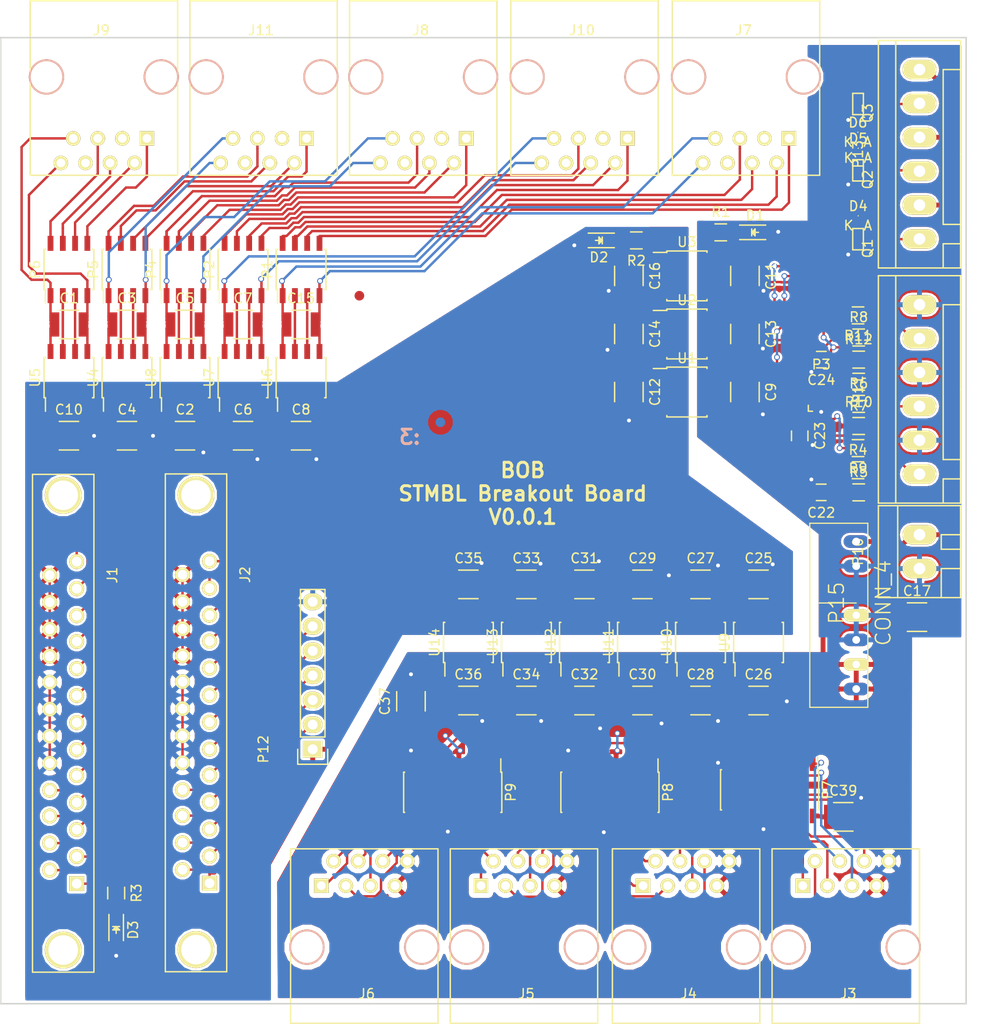
<source format=kicad_pcb>
(kicad_pcb (version 4) (host pcbnew "(2015-11-22 BZR 6327)-product")
  (layers (0 F.Cu signal) (31 B.Cu signal) (34 B.Paste user) (35 F.Paste user) (36 B.SilkS user) (37 F.SilkS user) (38 B.Mask user) (39 F.Mask user) (44 Edge.Cuts user))
  (net 0 "")
  (net 1 IO0)
  (net 2 IO2)
  (net 3 IO4)
  (net 4 IO6)
  (net 5 IO8)
  (net 6 IO9)
  (net 7 IO10)
  (net 8 IO11)
  (net 9 IO12)
  (net 10 IO13)
  (net 11 IO14)
  (net 12 IO15)
  (net 13 IO16)
  (net 14 IO1)
  (net 15 IO3)
  (net 16 IO5)
  (net 17 IO7)
  (net 18 GND)
  (net 19 +5V)
  (net 20 +5VA)
  (net 21 "Net-(D1-Pad1)")
  (net 22 "Net-(D2-Pad1)")
  (net 23 "Net-(D3-Pad1)")
  (net 24 IN0P)
  (net 25 IN1P)
  (net 26 IN2P)
  (net 27 0RX)
  (net 28 0TX)
  (net 29 0RX+)
  (net 30 0RX-)
  (net 31 1RX)
  (net 32 1TX)
  (net 33 1RX+)
  (net 34 1RX-)
  (net 35 IN0R)
  (net 36 IN1R)
  (net 37 IN2R)
  (net 38 "Net-(P3-Pad6)")
  (net 39 2RX)
  (net 40 2TX)
  (net 41 2RX+)
  (net 42 2RX-)
  (net 43 3RX)
  (net 44 3TX)
  (net 45 3RX+)
  (net 46 3RX-)
  (net 47 4RX)
  (net 48 4TX)
  (net 49 4RX+)
  (net 50 4RX-)
  (net 51 IN0)
  (net 52 IN1)
  (net 53 IN2)
  (net 54 OUT0)
  (net 55 OUT1)
  (net 56 OUT2)
  (net 57 ENC0AO)
  (net 58 ENC0ZO)
  (net 59 ENC1BO)
  (net 60 ENC2AO)
  (net 61 ENC2ZO)
  (net 62 ENC3AO)
  (net 63 ENC3BO)
  (net 64 ENC3ZO)
  (net 65 ENC0BO)
  (net 66 ENC1AO)
  (net 67 ENC1ZO)
  (net 68 ENC2BO)
  (net 69 ENC0A+)
  (net 70 ENC0A-)
  (net 71 ENC0B+)
  (net 72 ENC0Z-)
  (net 73 ENC0Z+)
  (net 74 ENC0B-)
  (net 75 ENC1A+)
  (net 76 ENC1A-)
  (net 77 ENC1B+)
  (net 78 ENC1Z-)
  (net 79 ENC1Z+)
  (net 80 ENC1B-)
  (net 81 ENC2A+)
  (net 82 ENC2A-)
  (net 83 ENC2B+)
  (net 84 ENC2Z-)
  (net 85 ENC2Z+)
  (net 86 ENC2B-)
  (net 87 ENC3A+)
  (net 88 ENC3A-)
  (net 89 ENC3B+)
  (net 90 ENC3Z-)
  (net 91 ENC3Z+)
  (net 92 ENC3B-)
  (net 93 ENC0A)
  (net 94 ENC0Z)
  (net 95 ENC1A)
  (net 96 EN-)
  (net 97 ENC0B)
  (net 98 ENC1B)
  (net 99 ENC2B)
  (net 100 ENC2A)
  (net 101 ENC1Z)
  (net 102 ENC2Z)
  (net 103 ENC3Z)
  (net 104 ENC3B)
  (net 105 ENC3A)
  (net 106 "Net-(J7-Pad3)")
  (net 107 0TX-)
  (net 108 0TX+)
  (net 109 "Net-(J7-Pad6)")
  (net 110 "Net-(J8-Pad3)")
  (net 111 2TX-)
  (net 112 2TX+)
  (net 113 "Net-(J8-Pad6)")
  (net 114 "Net-(J9-Pad3)")
  (net 115 4TX-)
  (net 116 4TX+)
  (net 117 "Net-(J9-Pad6)")
  (net 118 "Net-(J10-Pad3)")
  (net 119 1TX-)
  (net 120 1TX+)
  (net 121 "Net-(J10-Pad6)")
  (net 122 "Net-(J11-Pad3)")
  (net 123 3TX-)
  (net 124 3TX+)
  (net 125 "Net-(J11-Pad6)")
  (net 126 +24V)
  (net 127 OUT0FET)
  (net 128 OUT1FET)
  (net 129 OUT2FET)
  (net 130 "Net-(J2-Pad1)")
  (net 131 "Net-(J2-Pad2)")
  (net 132 "Net-(J2-Pad3)")
  (net 133 "Net-(J2-Pad14)")
  (net 134 "Net-(J2-Pad15)")
  (net 135 5V0)
  (net 136 GND0)
  (net 137 5V1)
  (net 138 GND1)
  (net 139 5V2)
  (net 140 GND2)
  (net 141 5V3)
  (net 142 GND3)
  (net 143 5V4)
  (net 144 GND4)
  (module Fiducials:Fiducial_1mm_Dia_2.54mm_Outer_CopperTop (layer F.Cu) (at 233.172 115.189)
    (fp_text reference REF** hide)
    (fp_text value Fiducial_1mm_Dia_2.54mm_Outer_CopperTop hide)
    (pad ~ smd circle (at 0 0) (size 1 1) (layers F.Cu F.Mask) (clearance 0.77))
  )
  (module custom_footprints:SIP7 (layer F.Cu) (at 230.4415 100.584 270)
    (fp_text reference P15 (at 0 2.032 270) (layer F.SilkS))
    (fp_text value CONN_4 (at 0 -2.794 270) (layer F.SilkS))
    (pad 1 thru_hole oval (at -6.35 0) (size 2.616 1.308) (drill 0.8) (layers *.Cu *.Mask) (net 126 +24V))
    (pad 2 thru_hole oval (at -3.81 0) (size 2.616 1.308) (drill 0.8) (layers *.Cu *.Mask) (net 96 EN-))
    (pad 3 thru_hole oval (at 3.81 0) (size 2.616 1.308) (drill 0.8) (layers *.Cu *.Mask) (net 96 EN-))
    (pad 4 thru_hole oval (at 8.89 0) (size 2.616 1.308) (drill 0.8) (layers *.Cu *.Mask) (net 20 +5VA))
    (pad 3 thru_hole oval (at 1.27 0 270) (size 1.3 2.6) (drill 0.762) (layers *.Cu *.Mask F.SilkS) (net 96 EN-))
    (pad 4 thru_hole oval (at 6.35 0 270) (size 1.3 2.6) (drill 0.762) (layers *.Cu *.Mask F.SilkS) (net 20 +5VA))
  )
  (module Transistors_SMD:sc70 (layer F.Cu) (at 230.632 62.992 270)
    (fp_text reference Q1 (at 0.95 -1 270) (layer F.SilkS))
    (fp_text value FET_N)
    (pad G smd rect (at -0.6604 1.016 270) (size 0.4572 0.7112) (layers F.Cu F.Paste F.Mask) (net 54 OUT0))
    (pad S smd rect (at 0.6604 1.016 270) (size 0.4572 0.7112) (layers F.Cu F.Paste F.Mask) (net 96 EN-))
    (pad D smd rect (at 0 -1.016 270) (size 0.4572 0.7112) (layers F.Cu F.Paste F.Mask) (net 127 OUT0FET))
  )
  (module Transistors_SMD:sc70 (layer F.Cu) (at 230.632 49.022 270)
    (fp_text reference Q3 (at 0.95 -1 270) (layer F.SilkS))
    (fp_text value FET_N)
    (pad G smd rect (at -0.6604 1.016 270) (size 0.4572 0.7112) (layers F.Cu F.Paste F.Mask) (net 56 OUT2))
    (pad S smd rect (at 0.6604 1.016 270) (size 0.4572 0.7112) (layers F.Cu F.Paste F.Mask) (net 96 EN-))
    (pad D smd rect (at 0 -1.016 270) (size 0.4572 0.7112) (layers F.Cu F.Paste F.Mask) (net 129 OUT2FET))
  )
  (module Transistors_SMD:sc70 (layer F.Cu) (at 230.632 55.88 270)
    (fp_text reference Q2 (at 0.95 -1 270) (layer F.SilkS))
    (fp_text value FET_N)
    (pad G smd rect (at -0.6604 1.016 270) (size 0.4572 0.7112) (layers F.Cu F.Paste F.Mask) (net 55 OUT1))
    (pad S smd rect (at 0.6604 1.016 270) (size 0.4572 0.7112) (layers F.Cu F.Paste F.Mask) (net 96 EN-))
    (pad D smd rect (at 0 -1.016 270) (size 0.4572 0.7112) (layers F.Cu F.Paste F.Mask) (net 128 OUT1FET))
  )
  (module Connect:DB25FD (layer F.Cu) (at 148.446 112.948 270)
    (fp_text reference J1 (at -15.24 -5.08 450) (layer F.SilkS))
    (fp_text value DB25)
    (pad 0 thru_hole circle (at -23.495 0 270) (size 3.81 3.81) (drill 3.048) (layers *.Cu *.Mask F.SilkS))
    (pad 0 thru_hole circle (at 23.495 0 270) (size 3.81 3.81) (drill 3.048) (layers *.Cu *.Mask F.SilkS))
    (pad 1 thru_hole rect (at 16.637 -1.397 270) (size 1.524 1.524) (drill 1.016) (layers *.Cu *.Mask F.SilkS) (net 13 IO16))
    (pad 2 thru_hole circle (at 13.843 -1.397 270) (size 1.524 1.524) (drill 1.016) (layers *.Cu *.Mask F.SilkS) (net 8 IO11))
    (pad 3 thru_hole circle (at 11.049 -1.397 270) (size 1.524 1.524) (drill 1.016) (layers *.Cu *.Mask F.SilkS) (net 10 IO13))
    (pad 4 thru_hole circle (at 8.255 -1.397 270) (size 1.524 1.524) (drill 1.016) (layers *.Cu *.Mask F.SilkS) (net 12 IO15))
    (pad 5 thru_hole circle (at 5.461 -1.397 270) (size 1.524 1.524) (drill 1.016) (layers *.Cu *.Mask F.SilkS) (net 14 IO1))
    (pad 6 thru_hole circle (at 2.794 -1.397 270) (size 1.524 1.524) (drill 1.016) (layers *.Cu *.Mask F.SilkS) (net 2 IO2))
    (pad 7 thru_hole circle (at 0 -1.397 270) (size 1.524 1.524) (drill 1.016) (layers *.Cu *.Mask F.SilkS) (net 15 IO3))
    (pad 8 thru_hole circle (at -2.794 -1.397 270) (size 1.524 1.524) (drill 1.016) (layers *.Cu *.Mask F.SilkS) (net 3 IO4))
    (pad 9 thru_hole circle (at -5.588 -1.397 270) (size 1.524 1.524) (drill 1.016) (layers *.Cu *.Mask F.SilkS) (net 16 IO5))
    (pad 10 thru_hole circle (at -8.382 -1.397 270) (size 1.524 1.524) (drill 1.016) (layers *.Cu *.Mask F.SilkS) (net 4 IO6))
    (pad 11 thru_hole circle (at -11.049 -1.397 270) (size 1.524 1.524) (drill 1.016) (layers *.Cu *.Mask F.SilkS) (net 17 IO7))
    (pad 12 thru_hole circle (at -13.843 -1.397 270) (size 1.524 1.524) (drill 1.016) (layers *.Cu *.Mask F.SilkS) (net 5 IO8))
    (pad 13 thru_hole circle (at -16.637 -1.397 270) (size 1.524 1.524) (drill 1.016) (layers *.Cu *.Mask F.SilkS) (net 6 IO9))
    (pad 14 thru_hole circle (at 15.24 1.397 270) (size 1.524 1.524) (drill 1.016) (layers *.Cu *.Mask F.SilkS) (net 7 IO10))
    (pad 15 thru_hole circle (at 12.446 1.397 270) (size 1.524 1.524) (drill 1.016) (layers *.Cu *.Mask F.SilkS) (net 9 IO12))
    (pad 16 thru_hole circle (at 9.652 1.397 270) (size 1.524 1.524) (drill 1.016) (layers *.Cu *.Mask F.SilkS) (net 11 IO14))
    (pad 17 thru_hole circle (at 6.985 1.397 270) (size 1.524 1.524) (drill 1.016) (layers *.Cu *.Mask F.SilkS) (net 1 IO0))
    (pad 18 thru_hole circle (at 4.191 1.397 270) (size 1.524 1.524) (drill 1.016) (layers *.Cu *.Mask F.SilkS) (net 18 GND))
    (pad 19 thru_hole circle (at 1.397 1.397 270) (size 1.524 1.524) (drill 1.016) (layers *.Cu *.Mask F.SilkS) (net 18 GND))
    (pad 20 thru_hole circle (at -1.397 1.397 270) (size 1.524 1.524) (drill 1.016) (layers *.Cu *.Mask F.SilkS) (net 18 GND))
    (pad 21 thru_hole circle (at -4.191 1.397 270) (size 1.524 1.524) (drill 1.016) (layers *.Cu *.Mask F.SilkS) (net 18 GND))
    (pad 22 thru_hole circle (at -6.858 1.397 270) (size 1.524 1.524) (drill 1.016) (layers *.Cu *.Mask F.SilkS) (net 19 +5V))
    (pad 23 thru_hole circle (at -9.652 1.397 270) (size 1.524 1.524) (drill 1.016) (layers *.Cu *.Mask F.SilkS) (net 19 +5V))
    (pad 24 thru_hole circle (at -12.446 1.397 270) (size 1.524 1.524) (drill 1.016) (layers *.Cu *.Mask F.SilkS) (net 19 +5V))
    (pad 25 thru_hole circle (at -15.24 1.397 270) (size 1.524 1.524) (drill 1.016) (layers *.Cu *.Mask F.SilkS) (net 19 +5V))
  )
  (module Capacitors_SMD:C_1210 (layer F.Cu) (at 149.04 71.806)
    (fp_text reference C1 (at 0 -2.7) (layer F.SilkS))
    (fp_text value C)
    (pad 1 smd rect (at -1.5 0) (size 1 2.5) (layers F.Cu F.Paste F.Mask) (net 143 5V4))
    (pad 2 smd rect (at 1.5 0) (size 1 2.5) (layers F.Cu F.Paste F.Mask) (net 144 GND4))
  )
  (module Capacitors_SMD:C_1210 (layer F.Cu) (at 161.04 83.298)
    (fp_text reference C2 (at 0 -2.7) (layer F.SilkS))
    (fp_text value C)
    (pad 1 smd rect (at -1.5 0) (size 1 2.5) (layers F.Cu F.Paste F.Mask) (net 19 +5V))
    (pad 2 smd rect (at 1.5 0) (size 1 2.5) (layers F.Cu F.Paste F.Mask) (net 18 GND))
  )
  (module Capacitors_SMD:C_1210 (layer F.Cu) (at 155.04 71.805999)
    (fp_text reference C3 (at 0 -2.7) (layer F.SilkS))
    (fp_text value C)
    (pad 1 smd rect (at -1.5 0) (size 1 2.5) (layers F.Cu F.Paste F.Mask) (net 141 5V3))
    (pad 2 smd rect (at 1.5 0) (size 1 2.5) (layers F.Cu F.Paste F.Mask) (net 142 GND3))
  )
  (module Capacitors_SMD:C_1210 (layer F.Cu) (at 155.039999 83.298001)
    (fp_text reference C4 (at 0 -2.7) (layer F.SilkS))
    (fp_text value C)
    (pad 1 smd rect (at -1.5 0) (size 1 2.5) (layers F.Cu F.Paste F.Mask) (net 19 +5V))
    (pad 2 smd rect (at 1.5 0) (size 1 2.5) (layers F.Cu F.Paste F.Mask) (net 18 GND))
  )
  (module Capacitors_SMD:C_1210 (layer F.Cu) (at 161.04 71.806)
    (fp_text reference C5 (at 0 -2.7) (layer F.SilkS))
    (fp_text value C)
    (pad 1 smd rect (at -1.5 0) (size 1 2.5) (layers F.Cu F.Paste F.Mask) (net 139 5V2))
    (pad 2 smd rect (at 1.5 0) (size 1 2.5) (layers F.Cu F.Paste F.Mask) (net 140 GND2))
  )
  (module Capacitors_SMD:C_1210 (layer F.Cu) (at 167.04 83.298)
    (fp_text reference C6 (at 0 -2.7) (layer F.SilkS))
    (fp_text value C)
    (pad 1 smd rect (at -1.5 0) (size 1 2.5) (layers F.Cu F.Paste F.Mask) (net 19 +5V))
    (pad 2 smd rect (at 1.5 0) (size 1 2.5) (layers F.Cu F.Paste F.Mask) (net 18 GND))
  )
  (module Capacitors_SMD:C_1210 (layer F.Cu) (at 167.04 71.806)
    (fp_text reference C7 (at 0 -2.7) (layer F.SilkS))
    (fp_text value C)
    (pad 1 smd rect (at -1.5 0) (size 1 2.5) (layers F.Cu F.Paste F.Mask) (net 137 5V1))
    (pad 2 smd rect (at 1.5 0) (size 1 2.5) (layers F.Cu F.Paste F.Mask) (net 138 GND1))
  )
  (module Capacitors_SMD:C_1210 (layer F.Cu) (at 173.040001 83.298)
    (fp_text reference C8 (at 0 -2.7) (layer F.SilkS))
    (fp_text value C)
    (pad 1 smd rect (at -1.5 0) (size 1 2.5) (layers F.Cu F.Paste F.Mask) (net 19 +5V))
    (pad 2 smd rect (at 1.5 0) (size 1 2.5) (layers F.Cu F.Paste F.Mask) (net 18 GND))
  )
  (module Capacitors_SMD:C_1210 (layer F.Cu) (at 218.935877 78.787513 270)
    (fp_text reference C9 (at 0 -2.7 270) (layer F.SilkS))
    (fp_text value C)
    (pad 1 smd rect (at -1.5 0 270) (size 1 2.5) (layers F.Cu F.Paste F.Mask) (net 20 +5VA))
    (pad 2 smd rect (at 1.5 0 270) (size 1 2.5) (layers F.Cu F.Paste F.Mask) (net 96 EN-))
  )
  (module Capacitors_SMD:C_1210 (layer F.Cu) (at 149.04 83.298)
    (fp_text reference C10 (at 0 -2.7) (layer F.SilkS))
    (fp_text value C)
    (pad 1 smd rect (at -1.5 0) (size 1 2.5) (layers F.Cu F.Paste F.Mask) (net 19 +5V))
    (pad 2 smd rect (at 1.5 0) (size 1 2.5) (layers F.Cu F.Paste F.Mask) (net 18 GND))
  )
  (module Capacitors_SMD:C_1210 (layer F.Cu) (at 218.935877 66.787513 270)
    (fp_text reference C11 (at 0 -2.7 270) (layer F.SilkS))
    (fp_text value C)
    (pad 1 smd rect (at -1.5 0 270) (size 1 2.5) (layers F.Cu F.Paste F.Mask) (net 20 +5VA))
    (pad 2 smd rect (at 1.5 0 270) (size 1 2.5) (layers F.Cu F.Paste F.Mask) (net 96 EN-))
  )
  (module Capacitors_SMD:C_1210 (layer F.Cu) (at 206.935877 78.787513 270)
    (fp_text reference C12 (at 0 -2.7 270) (layer F.SilkS))
    (fp_text value C)
    (pad 1 smd rect (at -1.5 0 270) (size 1 2.5) (layers F.Cu F.Paste F.Mask) (net 19 +5V))
    (pad 2 smd rect (at 1.5 0 270) (size 1 2.5) (layers F.Cu F.Paste F.Mask) (net 18 GND))
  )
  (module Capacitors_SMD:C_1210 (layer F.Cu) (at 218.935877 72.787514 270)
    (fp_text reference C13 (at 0 -2.7 270) (layer F.SilkS))
    (fp_text value C)
    (pad 1 smd rect (at -1.5 0 270) (size 1 2.5) (layers F.Cu F.Paste F.Mask) (net 20 +5VA))
    (pad 2 smd rect (at 1.5 0 270) (size 1 2.5) (layers F.Cu F.Paste F.Mask) (net 96 EN-))
  )
  (module Capacitors_SMD:C_1210 (layer F.Cu) (at 206.935876 72.787514 270)
    (fp_text reference C14 (at 0 -2.7 270) (layer F.SilkS))
    (fp_text value C)
    (pad 1 smd rect (at -1.5 0 270) (size 1 2.5) (layers F.Cu F.Paste F.Mask) (net 19 +5V))
    (pad 2 smd rect (at 1.5 0 270) (size 1 2.5) (layers F.Cu F.Paste F.Mask) (net 18 GND))
  )
  (module Capacitors_SMD:C_1210 (layer F.Cu) (at 173.04 71.805999)
    (fp_text reference C15 (at 0 -2.7) (layer F.SilkS))
    (fp_text value C)
    (pad 1 smd rect (at -1.5 0) (size 1 2.5) (layers F.Cu F.Paste F.Mask) (net 135 5V0))
    (pad 2 smd rect (at 1.5 0) (size 1 2.5) (layers F.Cu F.Paste F.Mask) (net 136 GND0))
  )
  (module Capacitors_SMD:C_1210 (layer F.Cu) (at 206.935877 66.787513 270)
    (fp_text reference C16 (at 0 -2.7 270) (layer F.SilkS))
    (fp_text value C)
    (pad 1 smd rect (at -1.5 0 270) (size 1 2.5) (layers F.Cu F.Paste F.Mask) (net 19 +5V))
    (pad 2 smd rect (at 1.5 0 270) (size 1 2.5) (layers F.Cu F.Paste F.Mask) (net 18 GND))
  )
  (module Connect:DB25FD (layer F.Cu) (at 162.179 112.903 270)
    (fp_text reference J2 (at -15.24 -5.08 450) (layer F.SilkS))
    (fp_text value DB25)
    (pad 0 thru_hole circle (at -23.495 0 270) (size 3.81 3.81) (drill 3.048) (layers *.Cu *.Mask F.SilkS))
    (pad 0 thru_hole circle (at 23.495 0 270) (size 3.81 3.81) (drill 3.048) (layers *.Cu *.Mask F.SilkS))
    (pad 1 thru_hole rect (at 16.637 -1.397 270) (size 1.524 1.524) (drill 1.016) (layers *.Cu *.Mask F.SilkS) (net 130 "Net-(J2-Pad1)"))
    (pad 2 thru_hole circle (at 13.843 -1.397 270) (size 1.524 1.524) (drill 1.016) (layers *.Cu *.Mask F.SilkS) (net 131 "Net-(J2-Pad2)"))
    (pad 3 thru_hole circle (at 11.049 -1.397 270) (size 1.524 1.524) (drill 1.016) (layers *.Cu *.Mask F.SilkS) (net 132 "Net-(J2-Pad3)"))
    (pad 4 thru_hole circle (at 8.255 -1.397 270) (size 1.524 1.524) (drill 1.016) (layers *.Cu *.Mask F.SilkS) (net 64 ENC3ZO))
    (pad 5 thru_hole circle (at 5.461 -1.397 270) (size 1.524 1.524) (drill 1.016) (layers *.Cu *.Mask F.SilkS) (net 60 ENC2AO))
    (pad 6 thru_hole circle (at 2.794 -1.397 270) (size 1.524 1.524) (drill 1.016) (layers *.Cu *.Mask F.SilkS) (net 61 ENC2ZO))
    (pad 7 thru_hole circle (at 0 -1.397 270) (size 1.524 1.524) (drill 1.016) (layers *.Cu *.Mask F.SilkS) (net 68 ENC2BO))
    (pad 8 thru_hole circle (at -2.794 -1.397 270) (size 1.524 1.524) (drill 1.016) (layers *.Cu *.Mask F.SilkS) (net 59 ENC1BO))
    (pad 9 thru_hole circle (at -5.588 -1.397 270) (size 1.524 1.524) (drill 1.016) (layers *.Cu *.Mask F.SilkS) (net 66 ENC1AO))
    (pad 10 thru_hole circle (at -8.382 -1.397 270) (size 1.524 1.524) (drill 1.016) (layers *.Cu *.Mask F.SilkS) (net 67 ENC1ZO))
    (pad 11 thru_hole circle (at -11.049 -1.397 270) (size 1.524 1.524) (drill 1.016) (layers *.Cu *.Mask F.SilkS) (net 58 ENC0ZO))
    (pad 12 thru_hole circle (at -13.843 -1.397 270) (size 1.524 1.524) (drill 1.016) (layers *.Cu *.Mask F.SilkS) (net 57 ENC0AO))
    (pad 13 thru_hole circle (at -16.637 -1.397 270) (size 1.524 1.524) (drill 1.016) (layers *.Cu *.Mask F.SilkS) (net 65 ENC0BO))
    (pad 14 thru_hole circle (at 15.24 1.397 270) (size 1.524 1.524) (drill 1.016) (layers *.Cu *.Mask F.SilkS) (net 133 "Net-(J2-Pad14)"))
    (pad 15 thru_hole circle (at 12.446 1.397 270) (size 1.524 1.524) (drill 1.016) (layers *.Cu *.Mask F.SilkS) (net 134 "Net-(J2-Pad15)"))
    (pad 16 thru_hole circle (at 9.652 1.397 270) (size 1.524 1.524) (drill 1.016) (layers *.Cu *.Mask F.SilkS) (net 62 ENC3AO))
    (pad 17 thru_hole circle (at 6.985 1.397 270) (size 1.524 1.524) (drill 1.016) (layers *.Cu *.Mask F.SilkS) (net 63 ENC3BO))
    (pad 18 thru_hole circle (at 4.191 1.397 270) (size 1.524 1.524) (drill 1.016) (layers *.Cu *.Mask F.SilkS) (net 18 GND))
    (pad 19 thru_hole circle (at 1.397 1.397 270) (size 1.524 1.524) (drill 1.016) (layers *.Cu *.Mask F.SilkS) (net 18 GND))
    (pad 20 thru_hole circle (at -1.397 1.397 270) (size 1.524 1.524) (drill 1.016) (layers *.Cu *.Mask F.SilkS) (net 18 GND))
    (pad 21 thru_hole circle (at -4.191 1.397 270) (size 1.524 1.524) (drill 1.016) (layers *.Cu *.Mask F.SilkS) (net 18 GND))
    (pad 22 thru_hole circle (at -6.858 1.397 270) (size 1.524 1.524) (drill 1.016) (layers *.Cu *.Mask F.SilkS) (net 19 +5V))
    (pad 23 thru_hole circle (at -9.652 1.397 270) (size 1.524 1.524) (drill 1.016) (layers *.Cu *.Mask F.SilkS) (net 19 +5V))
    (pad 24 thru_hole circle (at -12.446 1.397 270) (size 1.524 1.524) (drill 1.016) (layers *.Cu *.Mask F.SilkS) (net 19 +5V))
    (pad 25 thru_hole circle (at -15.24 1.397 270) (size 1.524 1.524) (drill 1.016) (layers *.Cu *.Mask F.SilkS) (net 19 +5V))
  )
  (module LEDs:LED-0805 (layer F.Cu) (at 203.835 63.119 180)
    (fp_text reference D2 (at 0 -1.75 180) (layer F.SilkS))
    (fp_text value LED)
    (pad 2 smd rect (at 1.04902 0) (size 1.19888 1.19888) (layers F.Cu F.Paste F.Mask) (net 18 GND))
    (pad 1 smd rect (at -1.04902 0) (size 1.19888 1.19888) (layers F.Cu F.Paste F.Mask) (net 22 "Net-(D2-Pad1)"))
  )
  (module LEDs:LED-0805 (layer F.Cu) (at 153.924 134.366 270)
    (fp_text reference D3 (at 0 -1.75 270) (layer F.SilkS))
    (fp_text value LED)
    (pad 2 smd rect (at 1.04902 0 90) (size 1.19888 1.19888) (layers F.Cu F.Paste F.Mask) (net 18 GND))
    (pad 1 smd rect (at -1.04902 0 90) (size 1.19888 1.19888) (layers F.Cu F.Paste F.Mask) (net 23 "Net-(D3-Pad1)"))
  )
  (module Resistors_SMD:R_0805 (layer F.Cu) (at 216.435876 62.287512)
    (fp_text reference R1 (at 0 -2.1) (layer F.SilkS))
    (fp_text value R)
    (pad 1 smd rect (at -0.95 0) (size 0.7 1.3) (layers F.Cu F.Paste F.Mask) (net 20 +5VA))
    (pad 2 smd rect (at 0.95 0) (size 0.7 1.3) (layers F.Cu F.Paste F.Mask) (net 21 "Net-(D1-Pad1)"))
  )
  (module Resistors_SMD:R_0805 (layer F.Cu) (at 207.706 63.119 180)
    (fp_text reference R2 (at 0 -2.1 180) (layer F.SilkS))
    (fp_text value R)
    (pad 1 smd rect (at -0.95 0 180) (size 0.7 1.3) (layers F.Cu F.Paste F.Mask) (net 19 +5V))
    (pad 2 smd rect (at 0.95 0 180) (size 0.7 1.3) (layers F.Cu F.Paste F.Mask) (net 22 "Net-(D2-Pad1)"))
  )
  (module Resistors_SMD:R_0805 (layer F.Cu) (at 153.924 130.556 270)
    (fp_text reference R3 (at 0 -2.1 270) (layer F.SilkS))
    (fp_text value R)
    (pad 1 smd rect (at -0.95 0 270) (size 0.7 1.3) (layers F.Cu F.Paste F.Mask) (net 13 IO16))
    (pad 2 smd rect (at 0.95 0 270) (size 0.7 1.3) (layers F.Cu F.Paste F.Mask) (net 23 "Net-(D3-Pad1)"))
  )
  (module Housings_SOT-23_SOT-143_TSOT-6:SC-70-6 (layer F.Cu) (at 226.822 78.994)
    (fp_text reference P3 (at 0.01016 -3.05054) (layer F.SilkS))
    (fp_text value DIL6)
    (pad 1 smd rect (at -0.65024 0.94996) (size 0.39878 0.7493) (layers F.Cu F.Paste F.Mask) (net 35 IN0R))
    (pad 2 smd rect (at 0 0.94996) (size 0.39878 0.7493) (layers F.Cu F.Paste F.Mask) (net 96 EN-))
    (pad 3 smd rect (at 0.65024 0.94996) (size 0.39878 0.7493) (layers F.Cu F.Paste F.Mask) (net 36 IN1R))
    (pad 4 smd rect (at 0.65024 -0.94996) (size 0.39878 0.7493) (layers F.Cu F.Paste F.Mask) (net 37 IN2R))
    (pad 5 smd rect (at 0 -0.94996) (size 0.39878 0.7493) (layers F.Cu F.Paste F.Mask) (net 20 +5VA))
    (pad 6 smd rect (at -0.65024 -0.94996) (size 0.39878 0.7493) (layers F.Cu F.Paste F.Mask) (net 38 "Net-(P3-Pad6)"))
  )
  (module Resistors_SMD:R_0805 (layer F.Cu) (at 230.632 86.868)
    (fp_text reference R4 (at 0 -2.1) (layer F.SilkS))
    (fp_text value R)
    (pad 1 smd rect (at -0.95 0) (size 0.7 1.3) (layers F.Cu F.Paste F.Mask) (net 35 IN0R))
    (pad 2 smd rect (at 0.95 0) (size 0.7 1.3) (layers F.Cu F.Paste F.Mask) (net 24 IN0P))
  )
  (module Resistors_SMD:R_0805 (layer F.Cu) (at 230.698 89.154)
    (fp_text reference R5 (at 0 -2.1) (layer F.SilkS))
    (fp_text value R)
    (pad 1 smd rect (at -0.95 0) (size 0.7 1.3) (layers F.Cu F.Paste F.Mask) (net 20 +5VA))
    (pad 2 smd rect (at 0.95 0) (size 0.7 1.3) (layers F.Cu F.Paste F.Mask) (net 24 IN0P))
  )
  (module Resistors_SMD:R_0805 (layer F.Cu) (at 230.698 80.01)
    (fp_text reference R6 (at 0 -2.1) (layer F.SilkS))
    (fp_text value R)
    (pad 1 smd rect (at -0.95 0) (size 0.7 1.3) (layers F.Cu F.Paste F.Mask) (net 36 IN1R))
    (pad 2 smd rect (at 0.95 0) (size 0.7 1.3) (layers F.Cu F.Paste F.Mask) (net 25 IN1P))
  )
  (module Resistors_SMD:R_0805 (layer F.Cu) (at 230.698 82.296)
    (fp_text reference R7 (at 0 -2.1) (layer F.SilkS))
    (fp_text value R)
    (pad 1 smd rect (at -0.95 0) (size 0.7 1.3) (layers F.Cu F.Paste F.Mask) (net 20 +5VA))
    (pad 2 smd rect (at 0.95 0) (size 0.7 1.3) (layers F.Cu F.Paste F.Mask) (net 25 IN1P))
  )
  (module Resistors_SMD:R_0805 (layer F.Cu) (at 230.698 73.152)
    (fp_text reference R8 (at 0 -2.1) (layer F.SilkS))
    (fp_text value R)
    (pad 1 smd rect (at -0.95 0) (size 0.7 1.3) (layers F.Cu F.Paste F.Mask) (net 37 IN2R))
    (pad 2 smd rect (at 0.95 0) (size 0.7 1.3) (layers F.Cu F.Paste F.Mask) (net 26 IN2P))
  )
  (module Resistors_SMD:R_0805 (layer F.Cu) (at 230.632 84.582 180)
    (fp_text reference R9 (at 0 -2.1 180) (layer F.SilkS))
    (fp_text value R)
    (pad 1 smd rect (at -0.95 0 180) (size 0.7 1.3) (layers F.Cu F.Paste F.Mask) (net 51 IN0))
    (pad 2 smd rect (at 0.95 0 180) (size 0.7 1.3) (layers F.Cu F.Paste F.Mask) (net 35 IN0R))
  )
  (module Resistors_SMD:R_0805 (layer F.Cu) (at 230.698 77.724 180)
    (fp_text reference R10 (at 0 -2.1 180) (layer F.SilkS))
    (fp_text value R)
    (pad 1 smd rect (at -0.95 0 180) (size 0.7 1.3) (layers F.Cu F.Paste F.Mask) (net 52 IN1))
    (pad 2 smd rect (at 0.95 0 180) (size 0.7 1.3) (layers F.Cu F.Paste F.Mask) (net 36 IN1R))
  )
  (module Resistors_SMD:R_0805 (layer F.Cu) (at 230.632 70.866 180)
    (fp_text reference R11 (at 0 -2.1 180) (layer F.SilkS))
    (fp_text value R)
    (pad 1 smd rect (at -0.95 0 180) (size 0.7 1.3) (layers F.Cu F.Paste F.Mask) (net 53 IN2))
    (pad 2 smd rect (at 0.95 0 180) (size 0.7 1.3) (layers F.Cu F.Paste F.Mask) (net 37 IN2R))
  )
  (module Resistors_SMD:R_0805 (layer F.Cu) (at 230.698001 75.438)
    (fp_text reference R12 (at 0 -2.1) (layer F.SilkS))
    (fp_text value R)
    (pad 1 smd rect (at -0.95 0) (size 0.7 1.3) (layers F.Cu F.Paste F.Mask) (net 20 +5VA))
    (pad 2 smd rect (at 0.95 0) (size 0.7 1.3) (layers F.Cu F.Paste F.Mask) (net 26 IN2P))
  )
  (module Capacitors_SMD:C_0805 (layer F.Cu) (at 226.822 89.154 180)
    (fp_text reference C22 (at 0 -2.1 180) (layer F.SilkS))
    (fp_text value C)
    (pad 1 smd rect (at -1 0 180) (size 1 1.25) (layers F.Cu F.Paste F.Mask) (net 24 IN0P))
    (pad 2 smd rect (at 1 0 180) (size 1 1.25) (layers F.Cu F.Paste F.Mask) (net 96 EN-))
  )
  (module Capacitors_SMD:C_0805 (layer F.Cu) (at 224.5995 83.312 270)
    (fp_text reference C23 (at 0 -2.1 270) (layer F.SilkS))
    (fp_text value C)
    (pad 1 smd rect (at -1 0 270) (size 1 1.25) (layers F.Cu F.Paste F.Mask) (net 25 IN1P))
    (pad 2 smd rect (at 1 0 270) (size 1 1.25) (layers F.Cu F.Paste F.Mask) (net 96 EN-))
  )
  (module Capacitors_SMD:C_0805 (layer F.Cu) (at 226.838 75.438 180)
    (fp_text reference C24 (at 0 -2.1 180) (layer F.SilkS))
    (fp_text value C)
    (pad 1 smd rect (at -1 0 180) (size 1 1.25) (layers F.Cu F.Paste F.Mask) (net 26 IN2P))
    (pad 2 smd rect (at 1 0 180) (size 1 1.25) (layers F.Cu F.Paste F.Mask) (net 96 EN-))
  )
  (module Capacitors_SMD:C_1210 (layer F.Cu) (at 220.34 98.662)
    (fp_text reference C25 (at 0 -2.7) (layer F.SilkS))
    (fp_text value C)
    (pad 1 smd rect (at -1.5 0) (size 1 2.5) (layers F.Cu F.Paste F.Mask) (net 19 +5V))
    (pad 2 smd rect (at 1.5 0) (size 1 2.5) (layers F.Cu F.Paste F.Mask) (net 18 GND))
  )
  (module Capacitors_SMD:C_1210 (layer F.Cu) (at 220.34 110.662)
    (fp_text reference C26 (at 0 -2.7) (layer F.SilkS))
    (fp_text value C)
    (pad 1 smd rect (at -1.5 0) (size 1 2.5) (layers F.Cu F.Paste F.Mask) (net 20 +5VA))
    (pad 2 smd rect (at 1.5 0) (size 1 2.5) (layers F.Cu F.Paste F.Mask) (net 96 EN-))
  )
  (module Capacitors_SMD:C_1210 (layer F.Cu) (at 214.34 98.662)
    (fp_text reference C27 (at 0 -2.7) (layer F.SilkS))
    (fp_text value C)
    (pad 1 smd rect (at -1.5 0) (size 1 2.5) (layers F.Cu F.Paste F.Mask) (net 19 +5V))
    (pad 2 smd rect (at 1.5 0) (size 1 2.5) (layers F.Cu F.Paste F.Mask) (net 18 GND))
  )
  (module Capacitors_SMD:C_1210 (layer F.Cu) (at 214.34 110.662)
    (fp_text reference C28 (at 0 -2.7) (layer F.SilkS))
    (fp_text value C)
    (pad 1 smd rect (at -1.5 0) (size 1 2.5) (layers F.Cu F.Paste F.Mask) (net 20 +5VA))
    (pad 2 smd rect (at 1.5 0) (size 1 2.5) (layers F.Cu F.Paste F.Mask) (net 96 EN-))
  )
  (module Capacitors_SMD:C_1210 (layer F.Cu) (at 208.34 98.662)
    (fp_text reference C29 (at 0 -2.7) (layer F.SilkS))
    (fp_text value C)
    (pad 1 smd rect (at -1.5 0) (size 1 2.5) (layers F.Cu F.Paste F.Mask) (net 19 +5V))
    (pad 2 smd rect (at 1.5 0) (size 1 2.5) (layers F.Cu F.Paste F.Mask) (net 18 GND))
  )
  (module Capacitors_SMD:C_1210 (layer F.Cu) (at 208.340001 110.662)
    (fp_text reference C30 (at 0 -2.7) (layer F.SilkS))
    (fp_text value C)
    (pad 1 smd rect (at -1.5 0) (size 1 2.5) (layers F.Cu F.Paste F.Mask) (net 20 +5VA))
    (pad 2 smd rect (at 1.5 0) (size 1 2.5) (layers F.Cu F.Paste F.Mask) (net 96 EN-))
  )
  (module Capacitors_SMD:C_1210 (layer F.Cu) (at 202.34 98.662)
    (fp_text reference C31 (at 0 -2.7) (layer F.SilkS))
    (fp_text value C)
    (pad 1 smd rect (at -1.5 0) (size 1 2.5) (layers F.Cu F.Paste F.Mask) (net 19 +5V))
    (pad 2 smd rect (at 1.5 0) (size 1 2.5) (layers F.Cu F.Paste F.Mask) (net 18 GND))
  )
  (module Capacitors_SMD:C_1210 (layer F.Cu) (at 202.34 110.662)
    (fp_text reference C32 (at 0 -2.7) (layer F.SilkS))
    (fp_text value C)
    (pad 1 smd rect (at -1.5 0) (size 1 2.5) (layers F.Cu F.Paste F.Mask) (net 20 +5VA))
    (pad 2 smd rect (at 1.5 0) (size 1 2.5) (layers F.Cu F.Paste F.Mask) (net 96 EN-))
  )
  (module Capacitors_SMD:C_1210 (layer F.Cu) (at 196.34 98.662)
    (fp_text reference C33 (at 0 -2.7) (layer F.SilkS))
    (fp_text value C)
    (pad 1 smd rect (at -1.5 0) (size 1 2.5) (layers F.Cu F.Paste F.Mask) (net 19 +5V))
    (pad 2 smd rect (at 1.5 0) (size 1 2.5) (layers F.Cu F.Paste F.Mask) (net 18 GND))
  )
  (module Capacitors_SMD:C_1210 (layer F.Cu) (at 196.34 110.662)
    (fp_text reference C34 (at 0 -2.7) (layer F.SilkS))
    (fp_text value C)
    (pad 1 smd rect (at -1.5 0) (size 1 2.5) (layers F.Cu F.Paste F.Mask) (net 20 +5VA))
    (pad 2 smd rect (at 1.5 0) (size 1 2.5) (layers F.Cu F.Paste F.Mask) (net 96 EN-))
  )
  (module Capacitors_SMD:C_1210 (layer F.Cu) (at 190.34 98.662)
    (fp_text reference C35 (at 0 -2.7) (layer F.SilkS))
    (fp_text value C)
    (pad 1 smd rect (at -1.5 0) (size 1 2.5) (layers F.Cu F.Paste F.Mask) (net 19 +5V))
    (pad 2 smd rect (at 1.5 0) (size 1 2.5) (layers F.Cu F.Paste F.Mask) (net 18 GND))
  )
  (module Capacitors_SMD:C_1210 (layer F.Cu) (at 190.34 110.662001)
    (fp_text reference C36 (at 0 -2.7) (layer F.SilkS))
    (fp_text value C)
    (pad 1 smd rect (at -1.5 0) (size 1 2.5) (layers F.Cu F.Paste F.Mask) (net 20 +5VA))
    (pad 2 smd rect (at 1.5 0) (size 1 2.5) (layers F.Cu F.Paste F.Mask) (net 96 EN-))
  )
  (module Capacitors_SMD:C_1210 (layer F.Cu) (at 184.404 110.744 90)
    (fp_text reference C37 (at 0 -2.7 90) (layer F.SilkS))
    (fp_text value C)
    (pad 1 smd rect (at -1.5 0 90) (size 1 2.5) (layers F.Cu F.Paste F.Mask) (net 20 +5VA))
    (pad 2 smd rect (at 1.5 0 90) (size 1 2.5) (layers F.Cu F.Paste F.Mask) (net 96 EN-))
  )
  (module Capacitors_SMD:C_1210 (layer F.Cu) (at 229.108 122.682)
    (fp_text reference C39 (at 0 -2.7) (layer F.SilkS))
    (fp_text value C)
    (pad 1 smd rect (at -1.5 0) (size 1 2.5) (layers F.Cu F.Paste F.Mask) (net 20 +5VA))
    (pad 2 smd rect (at 1.5 0) (size 1 2.5) (layers F.Cu F.Paste F.Mask) (net 96 EN-))
  )
  (module Connect:RJ45_8 (layer F.Cu) (at 229.362 136.144)
    (fp_text reference J3 (at 0.254 4.826) (layer F.SilkS))
    (fp_text value RJ45)
    (pad Hole np_thru_hole circle (at 5.93852 0) (size 3.64998 3.64998) (drill 3.2512) (layers *.Cu *.SilkS *.Mask))
    (pad Hole np_thru_hole circle (at -5.9309 0) (size 3.64998 3.64998) (drill 3.2512) (layers *.Cu *.SilkS *.Mask))
    (pad 1 thru_hole rect (at -4.445 -6.35) (size 1.50114 1.50114) (drill 0.89916) (layers *.Cu *.Mask F.SilkS) (net 69 ENC0A+))
    (pad 2 thru_hole circle (at -3.175 -8.89) (size 1.50114 1.50114) (drill 0.89916) (layers *.Cu *.Mask F.SilkS) (net 70 ENC0A-))
    (pad 3 thru_hole circle (at -1.905 -6.35) (size 1.50114 1.50114) (drill 0.89916) (layers *.Cu *.Mask F.SilkS) (net 71 ENC0B+))
    (pad 4 thru_hole circle (at -0.635 -8.89) (size 1.50114 1.50114) (drill 0.89916) (layers *.Cu *.Mask F.SilkS) (net 72 ENC0Z-))
    (pad 5 thru_hole circle (at 0.635 -6.35) (size 1.50114 1.50114) (drill 0.89916) (layers *.Cu *.Mask F.SilkS) (net 73 ENC0Z+))
    (pad 6 thru_hole circle (at 1.905 -8.89) (size 1.50114 1.50114) (drill 0.89916) (layers *.Cu *.Mask F.SilkS) (net 74 ENC0B-))
    (pad 7 thru_hole circle (at 3.175 -6.35) (size 1.50114 1.50114) (drill 0.89916) (layers *.Cu *.Mask F.SilkS) (net 20 +5VA))
    (pad 8 thru_hole circle (at 4.445 -8.89) (size 1.50114 1.50114) (drill 0.89916) (layers *.Cu *.Mask F.SilkS) (net 96 EN-))
  )
  (module Connect:RJ45_8 (layer F.Cu) (at 212.851999 136.144)
    (fp_text reference J4 (at 0.254 4.826) (layer F.SilkS))
    (fp_text value RJ45)
    (pad Hole np_thru_hole circle (at 5.93852 0) (size 3.64998 3.64998) (drill 3.2512) (layers *.Cu *.SilkS *.Mask))
    (pad Hole np_thru_hole circle (at -5.9309 0) (size 3.64998 3.64998) (drill 3.2512) (layers *.Cu *.SilkS *.Mask))
    (pad 1 thru_hole rect (at -4.445 -6.35) (size 1.50114 1.50114) (drill 0.89916) (layers *.Cu *.Mask F.SilkS) (net 75 ENC1A+))
    (pad 2 thru_hole circle (at -3.175 -8.89) (size 1.50114 1.50114) (drill 0.89916) (layers *.Cu *.Mask F.SilkS) (net 76 ENC1A-))
    (pad 3 thru_hole circle (at -1.905 -6.35) (size 1.50114 1.50114) (drill 0.89916) (layers *.Cu *.Mask F.SilkS) (net 77 ENC1B+))
    (pad 4 thru_hole circle (at -0.635 -8.89) (size 1.50114 1.50114) (drill 0.89916) (layers *.Cu *.Mask F.SilkS) (net 78 ENC1Z-))
    (pad 5 thru_hole circle (at 0.635 -6.35) (size 1.50114 1.50114) (drill 0.89916) (layers *.Cu *.Mask F.SilkS) (net 79 ENC1Z+))
    (pad 6 thru_hole circle (at 1.905 -8.89) (size 1.50114 1.50114) (drill 0.89916) (layers *.Cu *.Mask F.SilkS) (net 80 ENC1B-))
    (pad 7 thru_hole circle (at 3.175 -6.35) (size 1.50114 1.50114) (drill 0.89916) (layers *.Cu *.Mask F.SilkS) (net 20 +5VA))
    (pad 8 thru_hole circle (at 4.445 -8.89) (size 1.50114 1.50114) (drill 0.89916) (layers *.Cu *.Mask F.SilkS) (net 96 EN-))
  )
  (module Connect:RJ45_8 (layer F.Cu) (at 196.088 136.144)
    (fp_text reference J5 (at 0.254 4.826) (layer F.SilkS))
    (fp_text value RJ45)
    (pad Hole np_thru_hole circle (at 5.93852 0) (size 3.64998 3.64998) (drill 3.2512) (layers *.Cu *.SilkS *.Mask))
    (pad Hole np_thru_hole circle (at -5.9309 0) (size 3.64998 3.64998) (drill 3.2512) (layers *.Cu *.SilkS *.Mask))
    (pad 1 thru_hole rect (at -4.445 -6.35) (size 1.50114 1.50114) (drill 0.89916) (layers *.Cu *.Mask F.SilkS) (net 81 ENC2A+))
    (pad 2 thru_hole circle (at -3.175 -8.89) (size 1.50114 1.50114) (drill 0.89916) (layers *.Cu *.Mask F.SilkS) (net 82 ENC2A-))
    (pad 3 thru_hole circle (at -1.905 -6.35) (size 1.50114 1.50114) (drill 0.89916) (layers *.Cu *.Mask F.SilkS) (net 83 ENC2B+))
    (pad 4 thru_hole circle (at -0.635 -8.89) (size 1.50114 1.50114) (drill 0.89916) (layers *.Cu *.Mask F.SilkS) (net 84 ENC2Z-))
    (pad 5 thru_hole circle (at 0.635 -6.35) (size 1.50114 1.50114) (drill 0.89916) (layers *.Cu *.Mask F.SilkS) (net 85 ENC2Z+))
    (pad 6 thru_hole circle (at 1.905 -8.89) (size 1.50114 1.50114) (drill 0.89916) (layers *.Cu *.Mask F.SilkS) (net 86 ENC2B-))
    (pad 7 thru_hole circle (at 3.175 -6.35) (size 1.50114 1.50114) (drill 0.89916) (layers *.Cu *.Mask F.SilkS) (net 20 +5VA))
    (pad 8 thru_hole circle (at 4.445 -8.89) (size 1.50114 1.50114) (drill 0.89916) (layers *.Cu *.Mask F.SilkS) (net 96 EN-))
  )
  (module Connect:RJ45_8 (layer F.Cu) (at 179.578 136.144)
    (fp_text reference J6 (at 0.254 4.826) (layer F.SilkS))
    (fp_text value RJ45)
    (pad Hole np_thru_hole circle (at 5.93852 0) (size 3.64998 3.64998) (drill 3.2512) (layers *.Cu *.SilkS *.Mask))
    (pad Hole np_thru_hole circle (at -5.9309 0) (size 3.64998 3.64998) (drill 3.2512) (layers *.Cu *.SilkS *.Mask))
    (pad 1 thru_hole rect (at -4.445 -6.35) (size 1.50114 1.50114) (drill 0.89916) (layers *.Cu *.Mask F.SilkS) (net 87 ENC3A+))
    (pad 2 thru_hole circle (at -3.175 -8.89) (size 1.50114 1.50114) (drill 0.89916) (layers *.Cu *.Mask F.SilkS) (net 88 ENC3A-))
    (pad 3 thru_hole circle (at -1.905 -6.35) (size 1.50114 1.50114) (drill 0.89916) (layers *.Cu *.Mask F.SilkS) (net 89 ENC3B+))
    (pad 4 thru_hole circle (at -0.635 -8.89) (size 1.50114 1.50114) (drill 0.89916) (layers *.Cu *.Mask F.SilkS) (net 90 ENC3Z-))
    (pad 5 thru_hole circle (at 0.635 -6.35) (size 1.50114 1.50114) (drill 0.89916) (layers *.Cu *.Mask F.SilkS) (net 91 ENC3Z+))
    (pad 6 thru_hole circle (at 1.905 -8.89) (size 1.50114 1.50114) (drill 0.89916) (layers *.Cu *.Mask F.SilkS) (net 92 ENC3B-))
    (pad 7 thru_hole circle (at 3.175 -6.35) (size 1.50114 1.50114) (drill 0.89916) (layers *.Cu *.Mask F.SilkS) (net 20 +5VA))
    (pad 8 thru_hole circle (at 4.445 -8.89) (size 1.50114 1.50114) (drill 0.89916) (layers *.Cu *.Mask F.SilkS) (net 96 EN-))
  )
  (module Connect:RJ45_8 (layer F.Cu) (at 219.044519 46.228 180)
    (fp_text reference J7 (at 0.254 4.826 180) (layer F.SilkS))
    (fp_text value RJ45)
    (pad Hole np_thru_hole circle (at 5.93852 0 180) (size 3.64998 3.64998) (drill 3.2512) (layers *.Cu *.SilkS *.Mask))
    (pad Hole np_thru_hole circle (at -5.9309 0 180) (size 3.64998 3.64998) (drill 3.2512) (layers *.Cu *.SilkS *.Mask))
    (pad 1 thru_hole rect (at -4.445 -6.35 180) (size 1.50114 1.50114) (drill 0.89916) (layers *.Cu *.Mask F.SilkS) (net 108 0TX+))
    (pad 2 thru_hole circle (at -3.175 -8.89 180) (size 1.50114 1.50114) (drill 0.89916) (layers *.Cu *.Mask F.SilkS) (net 107 0TX-))
    (pad 3 thru_hole circle (at -1.905 -6.35 180) (size 1.50114 1.50114) (drill 0.89916) (layers *.Cu *.Mask F.SilkS) (net 106 "Net-(J7-Pad3)"))
    (pad 4 thru_hole circle (at -0.635 -8.89 180) (size 1.50114 1.50114) (drill 0.89916) (layers *.Cu *.Mask F.SilkS) (net 30 0RX-))
    (pad 5 thru_hole circle (at 0.635 -6.35 180) (size 1.50114 1.50114) (drill 0.89916) (layers *.Cu *.Mask F.SilkS) (net 29 0RX+))
    (pad 6 thru_hole circle (at 1.905 -8.89 180) (size 1.50114 1.50114) (drill 0.89916) (layers *.Cu *.Mask F.SilkS) (net 109 "Net-(J7-Pad6)"))
    (pad 7 thru_hole circle (at 3.175 -6.35 180) (size 1.50114 1.50114) (drill 0.89916) (layers *.Cu *.Mask F.SilkS) (net 135 5V0))
    (pad 8 thru_hole circle (at 4.445 -8.89 180) (size 1.50114 1.50114) (drill 0.89916) (layers *.Cu *.Mask F.SilkS) (net 136 GND0))
  )
  (module Connect:RJ45_8 (layer F.Cu) (at 185.674 46.228 180)
    (fp_text reference J8 (at 0.254 4.826 180) (layer F.SilkS))
    (fp_text value RJ45)
    (pad Hole np_thru_hole circle (at 5.93852 0 180) (size 3.64998 3.64998) (drill 3.2512) (layers *.Cu *.SilkS *.Mask))
    (pad Hole np_thru_hole circle (at -5.9309 0 180) (size 3.64998 3.64998) (drill 3.2512) (layers *.Cu *.SilkS *.Mask))
    (pad 1 thru_hole rect (at -4.445 -6.35 180) (size 1.50114 1.50114) (drill 0.89916) (layers *.Cu *.Mask F.SilkS) (net 112 2TX+))
    (pad 2 thru_hole circle (at -3.175 -8.89 180) (size 1.50114 1.50114) (drill 0.89916) (layers *.Cu *.Mask F.SilkS) (net 111 2TX-))
    (pad 3 thru_hole circle (at -1.905 -6.35 180) (size 1.50114 1.50114) (drill 0.89916) (layers *.Cu *.Mask F.SilkS) (net 110 "Net-(J8-Pad3)"))
    (pad 4 thru_hole circle (at -0.635 -8.89 180) (size 1.50114 1.50114) (drill 0.89916) (layers *.Cu *.Mask F.SilkS) (net 42 2RX-))
    (pad 5 thru_hole circle (at 0.635 -6.35 180) (size 1.50114 1.50114) (drill 0.89916) (layers *.Cu *.Mask F.SilkS) (net 41 2RX+))
    (pad 6 thru_hole circle (at 1.905 -8.89 180) (size 1.50114 1.50114) (drill 0.89916) (layers *.Cu *.Mask F.SilkS) (net 113 "Net-(J8-Pad6)"))
    (pad 7 thru_hole circle (at 3.175 -6.35 180) (size 1.50114 1.50114) (drill 0.89916) (layers *.Cu *.Mask F.SilkS) (net 139 5V2))
    (pad 8 thru_hole circle (at 4.445 -8.89 180) (size 1.50114 1.50114) (drill 0.89916) (layers *.Cu *.Mask F.SilkS) (net 140 GND2))
  )
  (module Connect:RJ45_8 (layer F.Cu) (at 152.654 46.228 180)
    (fp_text reference J9 (at 0.254 4.826 180) (layer F.SilkS))
    (fp_text value RJ45)
    (pad Hole np_thru_hole circle (at 5.93852 0 180) (size 3.64998 3.64998) (drill 3.2512) (layers *.Cu *.SilkS *.Mask))
    (pad Hole np_thru_hole circle (at -5.9309 0 180) (size 3.64998 3.64998) (drill 3.2512) (layers *.Cu *.SilkS *.Mask))
    (pad 1 thru_hole rect (at -4.445 -6.35 180) (size 1.50114 1.50114) (drill 0.89916) (layers *.Cu *.Mask F.SilkS) (net 116 4TX+))
    (pad 2 thru_hole circle (at -3.175 -8.89 180) (size 1.50114 1.50114) (drill 0.89916) (layers *.Cu *.Mask F.SilkS) (net 115 4TX-))
    (pad 3 thru_hole circle (at -1.905 -6.35 180) (size 1.50114 1.50114) (drill 0.89916) (layers *.Cu *.Mask F.SilkS) (net 114 "Net-(J9-Pad3)"))
    (pad 4 thru_hole circle (at -0.635 -8.89 180) (size 1.50114 1.50114) (drill 0.89916) (layers *.Cu *.Mask F.SilkS) (net 50 4RX-))
    (pad 5 thru_hole circle (at 0.635 -6.35 180) (size 1.50114 1.50114) (drill 0.89916) (layers *.Cu *.Mask F.SilkS) (net 49 4RX+))
    (pad 6 thru_hole circle (at 1.905 -8.89 180) (size 1.50114 1.50114) (drill 0.89916) (layers *.Cu *.Mask F.SilkS) (net 117 "Net-(J9-Pad6)"))
    (pad 7 thru_hole circle (at 3.175 -6.35 180) (size 1.50114 1.50114) (drill 0.89916) (layers *.Cu *.Mask F.SilkS) (net 143 5V4))
    (pad 8 thru_hole circle (at 4.445 -8.89 180) (size 1.50114 1.50114) (drill 0.89916) (layers *.Cu *.Mask F.SilkS) (net 144 GND4))
  )
  (module Connect:RJ45_8 (layer F.Cu) (at 202.3491 46.228 180)
    (fp_text reference J10 (at 0.254 4.826 180) (layer F.SilkS))
    (fp_text value RJ45)
    (pad Hole np_thru_hole circle (at 5.93852 0 180) (size 3.64998 3.64998) (drill 3.2512) (layers *.Cu *.SilkS *.Mask))
    (pad Hole np_thru_hole circle (at -5.9309 0 180) (size 3.64998 3.64998) (drill 3.2512) (layers *.Cu *.SilkS *.Mask))
    (pad 1 thru_hole rect (at -4.445 -6.35 180) (size 1.50114 1.50114) (drill 0.89916) (layers *.Cu *.Mask F.SilkS) (net 120 1TX+))
    (pad 2 thru_hole circle (at -3.175 -8.89 180) (size 1.50114 1.50114) (drill 0.89916) (layers *.Cu *.Mask F.SilkS) (net 119 1TX-))
    (pad 3 thru_hole circle (at -1.905 -6.35 180) (size 1.50114 1.50114) (drill 0.89916) (layers *.Cu *.Mask F.SilkS) (net 118 "Net-(J10-Pad3)"))
    (pad 4 thru_hole circle (at -0.635 -8.89 180) (size 1.50114 1.50114) (drill 0.89916) (layers *.Cu *.Mask F.SilkS) (net 34 1RX-))
    (pad 5 thru_hole circle (at 0.635 -6.35 180) (size 1.50114 1.50114) (drill 0.89916) (layers *.Cu *.Mask F.SilkS) (net 33 1RX+))
    (pad 6 thru_hole circle (at 1.905 -8.89 180) (size 1.50114 1.50114) (drill 0.89916) (layers *.Cu *.Mask F.SilkS) (net 121 "Net-(J10-Pad6)"))
    (pad 7 thru_hole circle (at 3.175 -6.35 180) (size 1.50114 1.50114) (drill 0.89916) (layers *.Cu *.Mask F.SilkS) (net 137 5V1))
    (pad 8 thru_hole circle (at 4.445 -8.89 180) (size 1.50114 1.50114) (drill 0.89916) (layers *.Cu *.Mask F.SilkS) (net 138 GND1))
  )
  (module Connect:RJ45_8 (layer F.Cu) (at 169.164 46.228 180)
    (fp_text reference J11 (at 0.254 4.826 180) (layer F.SilkS))
    (fp_text value RJ45)
    (pad Hole np_thru_hole circle (at 5.93852 0 180) (size 3.64998 3.64998) (drill 3.2512) (layers *.Cu *.SilkS *.Mask))
    (pad Hole np_thru_hole circle (at -5.9309 0 180) (size 3.64998 3.64998) (drill 3.2512) (layers *.Cu *.SilkS *.Mask))
    (pad 1 thru_hole rect (at -4.445 -6.35 180) (size 1.50114 1.50114) (drill 0.89916) (layers *.Cu *.Mask F.SilkS) (net 124 3TX+))
    (pad 2 thru_hole circle (at -3.175 -8.89 180) (size 1.50114 1.50114) (drill 0.89916) (layers *.Cu *.Mask F.SilkS) (net 123 3TX-))
    (pad 3 thru_hole circle (at -1.905 -6.35 180) (size 1.50114 1.50114) (drill 0.89916) (layers *.Cu *.Mask F.SilkS) (net 122 "Net-(J11-Pad3)"))
    (pad 4 thru_hole circle (at -0.635 -8.89 180) (size 1.50114 1.50114) (drill 0.89916) (layers *.Cu *.Mask F.SilkS) (net 46 3RX-))
    (pad 5 thru_hole circle (at 0.635 -6.35 180) (size 1.50114 1.50114) (drill 0.89916) (layers *.Cu *.Mask F.SilkS) (net 45 3RX+))
    (pad 6 thru_hole circle (at 1.905 -8.89 180) (size 1.50114 1.50114) (drill 0.89916) (layers *.Cu *.Mask F.SilkS) (net 125 "Net-(J11-Pad6)"))
    (pad 7 thru_hole circle (at 3.175 -6.35 180) (size 1.50114 1.50114) (drill 0.89916) (layers *.Cu *.Mask F.SilkS) (net 141 5V3))
    (pad 8 thru_hole circle (at 4.445 -8.89 180) (size 1.50114 1.50114) (drill 0.89916) (layers *.Cu *.Mask F.SilkS) (net 142 GND3))
  )
  (module Capacitors_SMD:C_1210 (layer F.Cu) (at 236.728 102.0445)
    (fp_text reference C17 (at 0 -2.7) (layer F.SilkS))
    (fp_text value C)
    (pad 1 smd rect (at -1.5 0) (size 1 2.5) (layers F.Cu F.Paste F.Mask) (net 126 +24V))
    (pad 2 smd rect (at 1.5 0) (size 1 2.5) (layers F.Cu F.Paste F.Mask) (net 96 EN-))
  )
  (module Housings_SOIC:SOIC-8_3.9x4.9mm_Pitch1.27mm (layer F.Cu) (at 212.935877 78.787513)
    (fp_text reference U1 (at 0 -3.5) (layer F.SilkS))
    (fp_text value ADuM1201WT)
    (pad 1 smd rect (at -2.7 -1.905) (size 1.55 0.6) (layers F.Cu F.Paste F.Mask) (net 19 +5V))
    (pad 2 smd rect (at -2.7 -0.635) (size 1.55 0.6) (layers F.Cu F.Paste F.Mask) (net 8 IO11))
    (pad 3 smd rect (at -2.7 0.635) (size 1.55 0.6) (layers F.Cu F.Paste F.Mask) (net 7 IO10))
    (pad 4 smd rect (at -2.7 1.905) (size 1.55 0.6) (layers F.Cu F.Paste F.Mask) (net 18 GND))
    (pad 5 smd rect (at 2.7 1.905) (size 1.55 0.6) (layers F.Cu F.Paste F.Mask) (net 96 EN-))
    (pad 6 smd rect (at 2.7 0.635) (size 1.55 0.6) (layers F.Cu F.Paste F.Mask) (net 24 IN0P))
    (pad 7 smd rect (at 2.7 -0.635) (size 1.55 0.6) (layers F.Cu F.Paste F.Mask) (net 54 OUT0))
    (pad 8 smd rect (at 2.7 -1.905) (size 1.55 0.6) (layers F.Cu F.Paste F.Mask) (net 20 +5VA))
  )
  (module Housings_SOIC:SOIC-8_3.9x4.9mm_Pitch1.27mm (layer F.Cu) (at 212.935877 72.787513)
    (fp_text reference U2 (at 0 -3.5) (layer F.SilkS))
    (fp_text value ADuM1201WT)
    (pad 1 smd rect (at -2.7 -1.905) (size 1.55 0.6) (layers F.Cu F.Paste F.Mask) (net 19 +5V))
    (pad 2 smd rect (at -2.7 -0.635) (size 1.55 0.6) (layers F.Cu F.Paste F.Mask) (net 10 IO13))
    (pad 3 smd rect (at -2.7 0.635) (size 1.55 0.6) (layers F.Cu F.Paste F.Mask) (net 9 IO12))
    (pad 4 smd rect (at -2.7 1.905) (size 1.55 0.6) (layers F.Cu F.Paste F.Mask) (net 18 GND))
    (pad 5 smd rect (at 2.7 1.905) (size 1.55 0.6) (layers F.Cu F.Paste F.Mask) (net 96 EN-))
    (pad 6 smd rect (at 2.7 0.635) (size 1.55 0.6) (layers F.Cu F.Paste F.Mask) (net 25 IN1P))
    (pad 7 smd rect (at 2.7 -0.635) (size 1.55 0.6) (layers F.Cu F.Paste F.Mask) (net 55 OUT1))
    (pad 8 smd rect (at 2.7 -1.905) (size 1.55 0.6) (layers F.Cu F.Paste F.Mask) (net 20 +5VA))
  )
  (module Housings_SOIC:SOIC-8_3.9x4.9mm_Pitch1.27mm (layer F.Cu) (at 212.935877 66.787513)
    (fp_text reference U3 (at 0 -3.5) (layer F.SilkS))
    (fp_text value ADuM1201WT)
    (pad 1 smd rect (at -2.7 -1.905) (size 1.55 0.6) (layers F.Cu F.Paste F.Mask) (net 19 +5V))
    (pad 2 smd rect (at -2.7 -0.635) (size 1.55 0.6) (layers F.Cu F.Paste F.Mask) (net 12 IO15))
    (pad 3 smd rect (at -2.7 0.635) (size 1.55 0.6) (layers F.Cu F.Paste F.Mask) (net 11 IO14))
    (pad 4 smd rect (at -2.7 1.905) (size 1.55 0.6) (layers F.Cu F.Paste F.Mask) (net 18 GND))
    (pad 5 smd rect (at 2.7 1.905) (size 1.55 0.6) (layers F.Cu F.Paste F.Mask) (net 96 EN-))
    (pad 6 smd rect (at 2.7 0.635) (size 1.55 0.6) (layers F.Cu F.Paste F.Mask) (net 26 IN2P))
    (pad 7 smd rect (at 2.7 -0.635) (size 1.55 0.6) (layers F.Cu F.Paste F.Mask) (net 56 OUT2))
    (pad 8 smd rect (at 2.7 -1.905) (size 1.55 0.6) (layers F.Cu F.Paste F.Mask) (net 20 +5VA))
  )
  (module Housings_SOIC:SOIC-8_3.9x4.9mm_Pitch1.27mm (layer F.Cu) (at 155.04 77.298 90)
    (fp_text reference U4 (at 0 -3.5 90) (layer F.SilkS))
    (fp_text value ADuM1201WT)
    (pad 1 smd rect (at -2.7 -1.905 90) (size 1.55 0.6) (layers F.Cu F.Paste F.Mask) (net 19 +5V))
    (pad 2 smd rect (at -2.7 -0.635 90) (size 1.55 0.6) (layers F.Cu F.Paste F.Mask) (net 17 IO7))
    (pad 3 smd rect (at -2.7 0.635 90) (size 1.55 0.6) (layers F.Cu F.Paste F.Mask) (net 4 IO6))
    (pad 4 smd rect (at -2.7 1.905 90) (size 1.55 0.6) (layers F.Cu F.Paste F.Mask) (net 18 GND))
    (pad 5 smd rect (at 2.7 1.905 90) (size 1.55 0.6) (layers F.Cu F.Paste F.Mask) (net 142 GND3))
    (pad 6 smd rect (at 2.7 0.635 90) (size 1.55 0.6) (layers F.Cu F.Paste F.Mask) (net 44 3TX))
    (pad 7 smd rect (at 2.7 -0.635 90) (size 1.55 0.6) (layers F.Cu F.Paste F.Mask) (net 43 3RX))
    (pad 8 smd rect (at 2.7 -1.905 90) (size 1.55 0.6) (layers F.Cu F.Paste F.Mask) (net 141 5V3))
  )
  (module Housings_SOIC:SOIC-8_3.9x4.9mm_Pitch1.27mm (layer F.Cu) (at 149.039999 77.298001 90)
    (fp_text reference U5 (at 0 -3.5 90) (layer F.SilkS))
    (fp_text value ADuM1201WT)
    (pad 1 smd rect (at -2.7 -1.905 90) (size 1.55 0.6) (layers F.Cu F.Paste F.Mask) (net 19 +5V))
    (pad 2 smd rect (at -2.7 -0.635 90) (size 1.55 0.6) (layers F.Cu F.Paste F.Mask) (net 6 IO9))
    (pad 3 smd rect (at -2.7 0.635 90) (size 1.55 0.6) (layers F.Cu F.Paste F.Mask) (net 5 IO8))
    (pad 4 smd rect (at -2.7 1.905 90) (size 1.55 0.6) (layers F.Cu F.Paste F.Mask) (net 18 GND))
    (pad 5 smd rect (at 2.7 1.905 90) (size 1.55 0.6) (layers F.Cu F.Paste F.Mask) (net 144 GND4))
    (pad 6 smd rect (at 2.7 0.635 90) (size 1.55 0.6) (layers F.Cu F.Paste F.Mask) (net 48 4TX))
    (pad 7 smd rect (at 2.7 -0.635 90) (size 1.55 0.6) (layers F.Cu F.Paste F.Mask) (net 47 4RX))
    (pad 8 smd rect (at 2.7 -1.905 90) (size 1.55 0.6) (layers F.Cu F.Paste F.Mask) (net 143 5V4))
  )
  (module Housings_SOIC:SOIC-8_3.9x4.9mm_Pitch1.27mm (layer F.Cu) (at 173.04 77.298 90)
    (fp_text reference U6 (at 0 -3.5 90) (layer F.SilkS))
    (fp_text value ADuM1201WT)
    (pad 1 smd rect (at -2.7 -1.905 90) (size 1.55 0.6) (layers F.Cu F.Paste F.Mask) (net 19 +5V))
    (pad 2 smd rect (at -2.7 -0.635 90) (size 1.55 0.6) (layers F.Cu F.Paste F.Mask) (net 14 IO1))
    (pad 3 smd rect (at -2.7 0.635 90) (size 1.55 0.6) (layers F.Cu F.Paste F.Mask) (net 1 IO0))
    (pad 4 smd rect (at -2.7 1.905 90) (size 1.55 0.6) (layers F.Cu F.Paste F.Mask) (net 18 GND))
    (pad 5 smd rect (at 2.7 1.905 90) (size 1.55 0.6) (layers F.Cu F.Paste F.Mask) (net 136 GND0))
    (pad 6 smd rect (at 2.7 0.635 90) (size 1.55 0.6) (layers F.Cu F.Paste F.Mask) (net 28 0TX))
    (pad 7 smd rect (at 2.7 -0.635 90) (size 1.55 0.6) (layers F.Cu F.Paste F.Mask) (net 27 0RX))
    (pad 8 smd rect (at 2.7 -1.905 90) (size 1.55 0.6) (layers F.Cu F.Paste F.Mask) (net 135 5V0))
  )
  (module Housings_SOIC:SOIC-8_3.9x4.9mm_Pitch1.27mm (layer F.Cu) (at 167.04 77.297999 90)
    (fp_text reference U7 (at 0 -3.5 90) (layer F.SilkS))
    (fp_text value ADuM1201WT)
    (pad 1 smd rect (at -2.7 -1.905 90) (size 1.55 0.6) (layers F.Cu F.Paste F.Mask) (net 19 +5V))
    (pad 2 smd rect (at -2.7 -0.635 90) (size 1.55 0.6) (layers F.Cu F.Paste F.Mask) (net 15 IO3))
    (pad 3 smd rect (at -2.7 0.635 90) (size 1.55 0.6) (layers F.Cu F.Paste F.Mask) (net 2 IO2))
    (pad 4 smd rect (at -2.7 1.905 90) (size 1.55 0.6) (layers F.Cu F.Paste F.Mask) (net 18 GND))
    (pad 5 smd rect (at 2.7 1.905 90) (size 1.55 0.6) (layers F.Cu F.Paste F.Mask) (net 138 GND1))
    (pad 6 smd rect (at 2.7 0.635 90) (size 1.55 0.6) (layers F.Cu F.Paste F.Mask) (net 32 1TX))
    (pad 7 smd rect (at 2.7 -0.635 90) (size 1.55 0.6) (layers F.Cu F.Paste F.Mask) (net 31 1RX))
    (pad 8 smd rect (at 2.7 -1.905 90) (size 1.55 0.6) (layers F.Cu F.Paste F.Mask) (net 137 5V1))
  )
  (module Housings_SOIC:SOIC-8_3.9x4.9mm_Pitch1.27mm (layer F.Cu) (at 161.04 77.298 90)
    (fp_text reference U8 (at 0 -3.5 90) (layer F.SilkS))
    (fp_text value ADuM1201WT)
    (pad 1 smd rect (at -2.7 -1.905 90) (size 1.55 0.6) (layers F.Cu F.Paste F.Mask) (net 19 +5V))
    (pad 2 smd rect (at -2.7 -0.635 90) (size 1.55 0.6) (layers F.Cu F.Paste F.Mask) (net 16 IO5))
    (pad 3 smd rect (at -2.7 0.635 90) (size 1.55 0.6) (layers F.Cu F.Paste F.Mask) (net 3 IO4))
    (pad 4 smd rect (at -2.7 1.905 90) (size 1.55 0.6) (layers F.Cu F.Paste F.Mask) (net 18 GND))
    (pad 5 smd rect (at 2.7 1.905 90) (size 1.55 0.6) (layers F.Cu F.Paste F.Mask) (net 140 GND2))
    (pad 6 smd rect (at 2.7 0.635 90) (size 1.55 0.6) (layers F.Cu F.Paste F.Mask) (net 40 2TX))
    (pad 7 smd rect (at 2.7 -0.635 90) (size 1.55 0.6) (layers F.Cu F.Paste F.Mask) (net 39 2RX))
    (pad 8 smd rect (at 2.7 -1.905 90) (size 1.55 0.6) (layers F.Cu F.Paste F.Mask) (net 139 5V2))
  )
  (module Housings_SOIC:SOIC-8_3.9x4.9mm_Pitch1.27mm (layer F.Cu) (at 173.040001 66.124 90)
    (fp_text reference P1 (at 0 -3.5 90) (layer F.SilkS))
    (fp_text value DIL8)
    (pad 1 smd rect (at -2.7 -1.905 90) (size 1.55 0.6) (layers F.Cu F.Paste F.Mask) (net 135 5V0))
    (pad 2 smd rect (at -2.7 -0.635 90) (size 1.55 0.6) (layers F.Cu F.Paste F.Mask) (net 27 0RX))
    (pad 3 smd rect (at -2.7 0.635 90) (size 1.55 0.6) (layers F.Cu F.Paste F.Mask) (net 28 0TX))
    (pad 4 smd rect (at -2.7 1.905 90) (size 1.55 0.6) (layers F.Cu F.Paste F.Mask) (net 136 GND0))
    (pad 5 smd rect (at 2.7 1.905 90) (size 1.55 0.6) (layers F.Cu F.Paste F.Mask) (net 108 0TX+))
    (pad 6 smd rect (at 2.7 0.635 90) (size 1.55 0.6) (layers F.Cu F.Paste F.Mask) (net 107 0TX-))
    (pad 7 smd rect (at 2.7 -0.635 90) (size 1.55 0.6) (layers F.Cu F.Paste F.Mask) (net 30 0RX-))
    (pad 8 smd rect (at 2.7 -1.905 90) (size 1.55 0.6) (layers F.Cu F.Paste F.Mask) (net 29 0RX+))
  )
  (module Housings_SOIC:SOIC-8_3.9x4.9mm_Pitch1.27mm (layer F.Cu) (at 167.04 66.124 90)
    (fp_text reference P2 (at 0 -3.5 90) (layer F.SilkS))
    (fp_text value DIL8)
    (pad 1 smd rect (at -2.7 -1.905 90) (size 1.55 0.6) (layers F.Cu F.Paste F.Mask) (net 137 5V1))
    (pad 2 smd rect (at -2.7 -0.635 90) (size 1.55 0.6) (layers F.Cu F.Paste F.Mask) (net 31 1RX))
    (pad 3 smd rect (at -2.7 0.635 90) (size 1.55 0.6) (layers F.Cu F.Paste F.Mask) (net 32 1TX))
    (pad 4 smd rect (at -2.7 1.905 90) (size 1.55 0.6) (layers F.Cu F.Paste F.Mask) (net 138 GND1))
    (pad 5 smd rect (at 2.7 1.905 90) (size 1.55 0.6) (layers F.Cu F.Paste F.Mask) (net 120 1TX+))
    (pad 6 smd rect (at 2.7 0.635 90) (size 1.55 0.6) (layers F.Cu F.Paste F.Mask) (net 119 1TX-))
    (pad 7 smd rect (at 2.7 -0.635 90) (size 1.55 0.6) (layers F.Cu F.Paste F.Mask) (net 34 1RX-))
    (pad 8 smd rect (at 2.7 -1.905 90) (size 1.55 0.6) (layers F.Cu F.Paste F.Mask) (net 33 1RX+))
  )
  (module Housings_SOIC:SOIC-8_3.9x4.9mm_Pitch1.27mm (layer F.Cu) (at 161.04 66.124 90)
    (fp_text reference P4 (at 0 -3.5 90) (layer F.SilkS))
    (fp_text value DIL8)
    (pad 1 smd rect (at -2.7 -1.905 90) (size 1.55 0.6) (layers F.Cu F.Paste F.Mask) (net 139 5V2))
    (pad 2 smd rect (at -2.7 -0.635 90) (size 1.55 0.6) (layers F.Cu F.Paste F.Mask) (net 39 2RX))
    (pad 3 smd rect (at -2.7 0.635 90) (size 1.55 0.6) (layers F.Cu F.Paste F.Mask) (net 40 2TX))
    (pad 4 smd rect (at -2.7 1.905 90) (size 1.55 0.6) (layers F.Cu F.Paste F.Mask) (net 140 GND2))
    (pad 5 smd rect (at 2.7 1.905 90) (size 1.55 0.6) (layers F.Cu F.Paste F.Mask) (net 112 2TX+))
    (pad 6 smd rect (at 2.7 0.635 90) (size 1.55 0.6) (layers F.Cu F.Paste F.Mask) (net 111 2TX-))
    (pad 7 smd rect (at 2.7 -0.635 90) (size 1.55 0.6) (layers F.Cu F.Paste F.Mask) (net 42 2RX-))
    (pad 8 smd rect (at 2.7 -1.905 90) (size 1.55 0.6) (layers F.Cu F.Paste F.Mask) (net 41 2RX+))
  )
  (module Housings_SOIC:SOIC-8_3.9x4.9mm_Pitch1.27mm (layer F.Cu) (at 155.040001 66.124 90)
    (fp_text reference P5 (at 0 -3.5 90) (layer F.SilkS))
    (fp_text value DIL8)
    (pad 1 smd rect (at -2.7 -1.905 90) (size 1.55 0.6) (layers F.Cu F.Paste F.Mask) (net 141 5V3))
    (pad 2 smd rect (at -2.7 -0.635 90) (size 1.55 0.6) (layers F.Cu F.Paste F.Mask) (net 43 3RX))
    (pad 3 smd rect (at -2.7 0.635 90) (size 1.55 0.6) (layers F.Cu F.Paste F.Mask) (net 44 3TX))
    (pad 4 smd rect (at -2.7 1.905 90) (size 1.55 0.6) (layers F.Cu F.Paste F.Mask) (net 142 GND3))
    (pad 5 smd rect (at 2.7 1.905 90) (size 1.55 0.6) (layers F.Cu F.Paste F.Mask) (net 124 3TX+))
    (pad 6 smd rect (at 2.7 0.635 90) (size 1.55 0.6) (layers F.Cu F.Paste F.Mask) (net 123 3TX-))
    (pad 7 smd rect (at 2.7 -0.635 90) (size 1.55 0.6) (layers F.Cu F.Paste F.Mask) (net 46 3RX-))
    (pad 8 smd rect (at 2.7 -1.905 90) (size 1.55 0.6) (layers F.Cu F.Paste F.Mask) (net 45 3RX+))
  )
  (module Housings_SOIC:SOIC-8_3.9x4.9mm_Pitch1.27mm (layer F.Cu) (at 149.04 66.124 90)
    (fp_text reference P6 (at 0 -3.5 90) (layer F.SilkS))
    (fp_text value DIL8)
    (pad 1 smd rect (at -2.7 -1.905 90) (size 1.55 0.6) (layers F.Cu F.Paste F.Mask) (net 143 5V4))
    (pad 2 smd rect (at -2.7 -0.635 90) (size 1.55 0.6) (layers F.Cu F.Paste F.Mask) (net 47 4RX))
    (pad 3 smd rect (at -2.7 0.635 90) (size 1.55 0.6) (layers F.Cu F.Paste F.Mask) (net 48 4TX))
    (pad 4 smd rect (at -2.7 1.905 90) (size 1.55 0.6) (layers F.Cu F.Paste F.Mask) (net 144 GND4))
    (pad 5 smd rect (at 2.7 1.905 90) (size 1.55 0.6) (layers F.Cu F.Paste F.Mask) (net 116 4TX+))
    (pad 6 smd rect (at 2.7 0.635 90) (size 1.55 0.6) (layers F.Cu F.Paste F.Mask) (net 115 4TX-))
    (pad 7 smd rect (at 2.7 -0.635 90) (size 1.55 0.6) (layers F.Cu F.Paste F.Mask) (net 50 4RX-))
    (pad 8 smd rect (at 2.7 -1.905 90) (size 1.55 0.6) (layers F.Cu F.Paste F.Mask) (net 49 4RX+))
  )
  (module Housings_SOIC:SOIC-16_3.9x9.9mm_Pitch1.27mm (layer F.Cu) (at 221.488 119.888 270)
    (fp_text reference P7 (at 0 -6 270) (layer F.SilkS))
    (fp_text value DIL16)
    (pad 1 smd rect (at -2.7 -4.445 270) (size 1.5 0.6) (layers F.Cu F.Paste F.Mask) (net 72 ENC0Z-))
    (pad 2 smd rect (at -2.7 -3.175 270) (size 1.5 0.6) (layers F.Cu F.Paste F.Mask) (net 73 ENC0Z+))
    (pad 3 smd rect (at -2.7 -1.905 270) (size 1.5 0.6) (layers F.Cu F.Paste F.Mask) (net 94 ENC0Z))
    (pad 4 smd rect (at -2.7 -0.635 270) (size 1.5 0.6) (layers F.Cu F.Paste F.Mask) (net 20 +5VA))
    (pad 5 smd rect (at -2.7 0.635 270) (size 1.5 0.6) (layers F.Cu F.Paste F.Mask) (net 101 ENC1Z))
    (pad 6 smd rect (at -2.7 1.905 270) (size 1.5 0.6) (layers F.Cu F.Paste F.Mask) (net 79 ENC1Z+))
    (pad 7 smd rect (at -2.7 3.175 270) (size 1.5 0.6) (layers F.Cu F.Paste F.Mask) (net 78 ENC1Z-))
    (pad 8 smd rect (at -2.7 4.445 270) (size 1.5 0.6) (layers F.Cu F.Paste F.Mask) (net 96 EN-))
    (pad 9 smd rect (at 2.7 4.445 270) (size 1.5 0.6) (layers F.Cu F.Paste F.Mask) (net 70 ENC0A-))
    (pad 10 smd rect (at 2.7 3.175 270) (size 1.5 0.6) (layers F.Cu F.Paste F.Mask) (net 69 ENC0A+))
    (pad 11 smd rect (at 2.7 1.905 270) (size 1.5 0.6) (layers F.Cu F.Paste F.Mask) (net 93 ENC0A))
    (pad 12 smd rect (at 2.7 0.635 270) (size 1.5 0.6) (layers F.Cu F.Paste F.Mask) (net 96 EN-))
    (pad 13 smd rect (at 2.7 -0.635 270) (size 1.5 0.6) (layers F.Cu F.Paste F.Mask) (net 97 ENC0B))
    (pad 14 smd rect (at 2.7 -1.905 270) (size 1.5 0.6) (layers F.Cu F.Paste F.Mask) (net 71 ENC0B+))
    (pad 15 smd rect (at 2.7 -3.175 270) (size 1.5 0.6) (layers F.Cu F.Paste F.Mask) (net 74 ENC0B-))
    (pad 16 smd rect (at 2.7 -4.445 270) (size 1.5 0.6) (layers F.Cu F.Paste F.Mask) (net 20 +5VA))
  )
  (module Housings_SOIC:SOIC-16_3.9x9.9mm_Pitch1.27mm (layer F.Cu) (at 204.978 120.142 270)
    (fp_text reference P8 (at 0 -6 270) (layer F.SilkS))
    (fp_text value DIL16)
    (pad 1 smd rect (at -2.7 -4.445 270) (size 1.5 0.6) (layers F.Cu F.Paste F.Mask) (net 86 ENC2B-))
    (pad 2 smd rect (at -2.7 -3.175 270) (size 1.5 0.6) (layers F.Cu F.Paste F.Mask) (net 83 ENC2B+))
    (pad 3 smd rect (at -2.7 -1.905 270) (size 1.5 0.6) (layers F.Cu F.Paste F.Mask) (net 99 ENC2B))
    (pad 4 smd rect (at -2.7 -0.635 270) (size 1.5 0.6) (layers F.Cu F.Paste F.Mask) (net 20 +5VA))
    (pad 5 smd rect (at -2.7 0.635 270) (size 1.5 0.6) (layers F.Cu F.Paste F.Mask) (net 102 ENC2Z))
    (pad 6 smd rect (at -2.7 1.905 270) (size 1.5 0.6) (layers F.Cu F.Paste F.Mask) (net 85 ENC2Z+))
    (pad 7 smd rect (at -2.7 3.175 270) (size 1.5 0.6) (layers F.Cu F.Paste F.Mask) (net 84 ENC2Z-))
    (pad 8 smd rect (at -2.7 4.445 270) (size 1.5 0.6) (layers F.Cu F.Paste F.Mask) (net 96 EN-))
    (pad 9 smd rect (at 2.7 4.445 270) (size 1.5 0.6) (layers F.Cu F.Paste F.Mask) (net 80 ENC1B-))
    (pad 10 smd rect (at 2.7 3.175 270) (size 1.5 0.6) (layers F.Cu F.Paste F.Mask) (net 77 ENC1B+))
    (pad 11 smd rect (at 2.7 1.905 270) (size 1.5 0.6) (layers F.Cu F.Paste F.Mask) (net 98 ENC1B))
    (pad 12 smd rect (at 2.7 0.635 270) (size 1.5 0.6) (layers F.Cu F.Paste F.Mask) (net 96 EN-))
    (pad 13 smd rect (at 2.7 -0.635 270) (size 1.5 0.6) (layers F.Cu F.Paste F.Mask) (net 95 ENC1A))
    (pad 14 smd rect (at 2.7 -1.905 270) (size 1.5 0.6) (layers F.Cu F.Paste F.Mask) (net 75 ENC1A+))
    (pad 15 smd rect (at 2.7 -3.175 270) (size 1.5 0.6) (layers F.Cu F.Paste F.Mask) (net 76 ENC1A-))
    (pad 16 smd rect (at 2.7 -4.445 270) (size 1.5 0.6) (layers F.Cu F.Paste F.Mask) (net 20 +5VA))
  )
  (module Housings_SOIC:SOIC-16_3.9x9.9mm_Pitch1.27mm (layer F.Cu) (at 188.722 120.142 270)
    (fp_text reference P9 (at 0 -6 270) (layer F.SilkS))
    (fp_text value DIL16)
    (pad 1 smd rect (at -2.7 -4.445 270) (size 1.5 0.6) (layers F.Cu F.Paste F.Mask) (net 90 ENC3Z-))
    (pad 2 smd rect (at -2.7 -3.175 270) (size 1.5 0.6) (layers F.Cu F.Paste F.Mask) (net 91 ENC3Z+))
    (pad 3 smd rect (at -2.7 -1.905 270) (size 1.5 0.6) (layers F.Cu F.Paste F.Mask) (net 103 ENC3Z))
    (pad 4 smd rect (at -2.7 -0.635 270) (size 1.5 0.6) (layers F.Cu F.Paste F.Mask) (net 20 +5VA))
    (pad 5 smd rect (at -2.7 0.635 270) (size 1.5 0.6) (layers F.Cu F.Paste F.Mask) (net 105 ENC3A))
    (pad 6 smd rect (at -2.7 1.905 270) (size 1.5 0.6) (layers F.Cu F.Paste F.Mask) (net 87 ENC3A+))
    (pad 7 smd rect (at -2.7 3.175 270) (size 1.5 0.6) (layers F.Cu F.Paste F.Mask) (net 88 ENC3A-))
    (pad 8 smd rect (at -2.7 4.445 270) (size 1.5 0.6) (layers F.Cu F.Paste F.Mask) (net 96 EN-))
    (pad 9 smd rect (at 2.7 4.445 270) (size 1.5 0.6) (layers F.Cu F.Paste F.Mask) (net 92 ENC3B-))
    (pad 10 smd rect (at 2.7 3.175 270) (size 1.5 0.6) (layers F.Cu F.Paste F.Mask) (net 89 ENC3B+))
    (pad 11 smd rect (at 2.7 1.905 270) (size 1.5 0.6) (layers F.Cu F.Paste F.Mask) (net 104 ENC3B))
    (pad 12 smd rect (at 2.7 0.635 270) (size 1.5 0.6) (layers F.Cu F.Paste F.Mask) (net 96 EN-))
    (pad 13 smd rect (at 2.7 -0.635 270) (size 1.5 0.6) (layers F.Cu F.Paste F.Mask) (net 100 ENC2A))
    (pad 14 smd rect (at 2.7 -1.905 270) (size 1.5 0.6) (layers F.Cu F.Paste F.Mask) (net 81 ENC2A+))
    (pad 15 smd rect (at 2.7 -3.175 270) (size 1.5 0.6) (layers F.Cu F.Paste F.Mask) (net 82 ENC2A-))
    (pad 16 smd rect (at 2.7 -4.445 270) (size 1.5 0.6) (layers F.Cu F.Paste F.Mask) (net 20 +5VA))
  )
  (module Housings_SOIC:SOIC-8_3.9x4.9mm_Pitch1.27mm (layer F.Cu) (at 220.34 104.662 90)
    (fp_text reference U9 (at 0 -3.5 90) (layer F.SilkS))
    (fp_text value ADuM1200CR)
    (pad 1 smd rect (at -2.7 -1.905 90) (size 1.55 0.6) (layers F.Cu F.Paste F.Mask) (net 20 +5VA))
    (pad 2 smd rect (at -2.7 -0.635 90) (size 1.55 0.6) (layers F.Cu F.Paste F.Mask) (net 93 ENC0A))
    (pad 3 smd rect (at -2.7 0.635 90) (size 1.55 0.6) (layers F.Cu F.Paste F.Mask) (net 97 ENC0B))
    (pad 4 smd rect (at -2.7 1.905 90) (size 1.55 0.6) (layers F.Cu F.Paste F.Mask) (net 96 EN-))
    (pad 5 smd rect (at 2.7 1.905 90) (size 1.55 0.6) (layers F.Cu F.Paste F.Mask) (net 18 GND))
    (pad 6 smd rect (at 2.7 0.635 90) (size 1.55 0.6) (layers F.Cu F.Paste F.Mask) (net 65 ENC0BO))
    (pad 7 smd rect (at 2.7 -0.635 90) (size 1.55 0.6) (layers F.Cu F.Paste F.Mask) (net 57 ENC0AO))
    (pad 8 smd rect (at 2.7 -1.905 90) (size 1.55 0.6) (layers F.Cu F.Paste F.Mask) (net 19 +5V))
  )
  (module Housings_SOIC:SOIC-8_3.9x4.9mm_Pitch1.27mm (layer F.Cu) (at 214.34 104.662 90)
    (fp_text reference U10 (at 0 -3.5 90) (layer F.SilkS))
    (fp_text value ADuM1200CR)
    (pad 1 smd rect (at -2.7 -1.905 90) (size 1.55 0.6) (layers F.Cu F.Paste F.Mask) (net 20 +5VA))
    (pad 2 smd rect (at -2.7 -0.635 90) (size 1.55 0.6) (layers F.Cu F.Paste F.Mask) (net 101 ENC1Z))
    (pad 3 smd rect (at -2.7 0.635 90) (size 1.55 0.6) (layers F.Cu F.Paste F.Mask) (net 94 ENC0Z))
    (pad 4 smd rect (at -2.7 1.905 90) (size 1.55 0.6) (layers F.Cu F.Paste F.Mask) (net 96 EN-))
    (pad 5 smd rect (at 2.7 1.905 90) (size 1.55 0.6) (layers F.Cu F.Paste F.Mask) (net 18 GND))
    (pad 6 smd rect (at 2.7 0.635 90) (size 1.55 0.6) (layers F.Cu F.Paste F.Mask) (net 58 ENC0ZO))
    (pad 7 smd rect (at 2.7 -0.635 90) (size 1.55 0.6) (layers F.Cu F.Paste F.Mask) (net 67 ENC1ZO))
    (pad 8 smd rect (at 2.7 -1.905 90) (size 1.55 0.6) (layers F.Cu F.Paste F.Mask) (net 19 +5V))
  )
  (module Housings_SOIC:SOIC-8_3.9x4.9mm_Pitch1.27mm (layer F.Cu) (at 208.34 104.662 90)
    (fp_text reference U11 (at 0 -3.5 90) (layer F.SilkS))
    (fp_text value ADuM1200CR)
    (pad 1 smd rect (at -2.7 -1.905 90) (size 1.55 0.6) (layers F.Cu F.Paste F.Mask) (net 20 +5VA))
    (pad 2 smd rect (at -2.7 -0.635 90) (size 1.55 0.6) (layers F.Cu F.Paste F.Mask) (net 98 ENC1B))
    (pad 3 smd rect (at -2.7 0.635 90) (size 1.55 0.6) (layers F.Cu F.Paste F.Mask) (net 95 ENC1A))
    (pad 4 smd rect (at -2.7 1.905 90) (size 1.55 0.6) (layers F.Cu F.Paste F.Mask) (net 96 EN-))
    (pad 5 smd rect (at 2.7 1.905 90) (size 1.55 0.6) (layers F.Cu F.Paste F.Mask) (net 18 GND))
    (pad 6 smd rect (at 2.7 0.635 90) (size 1.55 0.6) (layers F.Cu F.Paste F.Mask) (net 66 ENC1AO))
    (pad 7 smd rect (at 2.7 -0.635 90) (size 1.55 0.6) (layers F.Cu F.Paste F.Mask) (net 59 ENC1BO))
    (pad 8 smd rect (at 2.7 -1.905 90) (size 1.55 0.6) (layers F.Cu F.Paste F.Mask) (net 19 +5V))
  )
  (module Housings_SOIC:SOIC-8_3.9x4.9mm_Pitch1.27mm (layer F.Cu) (at 202.34 104.662 90)
    (fp_text reference U12 (at 0 -3.5 90) (layer F.SilkS))
    (fp_text value ADuM1200CR)
    (pad 1 smd rect (at -2.7 -1.905 90) (size 1.55 0.6) (layers F.Cu F.Paste F.Mask) (net 20 +5VA))
    (pad 2 smd rect (at -2.7 -0.635 90) (size 1.55 0.6) (layers F.Cu F.Paste F.Mask) (net 102 ENC2Z))
    (pad 3 smd rect (at -2.7 0.635 90) (size 1.55 0.6) (layers F.Cu F.Paste F.Mask) (net 99 ENC2B))
    (pad 4 smd rect (at -2.7 1.905 90) (size 1.55 0.6) (layers F.Cu F.Paste F.Mask) (net 96 EN-))
    (pad 5 smd rect (at 2.7 1.905 90) (size 1.55 0.6) (layers F.Cu F.Paste F.Mask) (net 18 GND))
    (pad 6 smd rect (at 2.7 0.635 90) (size 1.55 0.6) (layers F.Cu F.Paste F.Mask) (net 68 ENC2BO))
    (pad 7 smd rect (at 2.7 -0.635 90) (size 1.55 0.6) (layers F.Cu F.Paste F.Mask) (net 61 ENC2ZO))
    (pad 8 smd rect (at 2.7 -1.905 90) (size 1.55 0.6) (layers F.Cu F.Paste F.Mask) (net 19 +5V))
  )
  (module Housings_SOIC:SOIC-8_3.9x4.9mm_Pitch1.27mm (layer F.Cu) (at 196.34 104.662 90)
    (fp_text reference U13 (at 0 -3.5 90) (layer F.SilkS))
    (fp_text value ADuM1200CR)
    (pad 1 smd rect (at -2.7 -1.905 90) (size 1.55 0.6) (layers F.Cu F.Paste F.Mask) (net 20 +5VA))
    (pad 2 smd rect (at -2.7 -0.635 90) (size 1.55 0.6) (layers F.Cu F.Paste F.Mask) (net 104 ENC3B))
    (pad 3 smd rect (at -2.7 0.635 90) (size 1.55 0.6) (layers F.Cu F.Paste F.Mask) (net 100 ENC2A))
    (pad 4 smd rect (at -2.7 1.905 90) (size 1.55 0.6) (layers F.Cu F.Paste F.Mask) (net 96 EN-))
    (pad 5 smd rect (at 2.7 1.905 90) (size 1.55 0.6) (layers F.Cu F.Paste F.Mask) (net 18 GND))
    (pad 6 smd rect (at 2.7 0.635 90) (size 1.55 0.6) (layers F.Cu F.Paste F.Mask) (net 60 ENC2AO))
    (pad 7 smd rect (at 2.7 -0.635 90) (size 1.55 0.6) (layers F.Cu F.Paste F.Mask) (net 63 ENC3BO))
    (pad 8 smd rect (at 2.7 -1.905 90) (size 1.55 0.6) (layers F.Cu F.Paste F.Mask) (net 19 +5V))
  )
  (module Housings_SOIC:SOIC-8_3.9x4.9mm_Pitch1.27mm (layer F.Cu) (at 190.34 104.662 90)
    (fp_text reference U14 (at 0 -3.5 90) (layer F.SilkS))
    (fp_text value ADuM1200CR)
    (pad 1 smd rect (at -2.7 -1.905 90) (size 1.55 0.6) (layers F.Cu F.Paste F.Mask) (net 20 +5VA))
    (pad 2 smd rect (at -2.7 -0.635 90) (size 1.55 0.6) (layers F.Cu F.Paste F.Mask) (net 105 ENC3A))
    (pad 3 smd rect (at -2.7 0.635 90) (size 1.55 0.6) (layers F.Cu F.Paste F.Mask) (net 103 ENC3Z))
    (pad 4 smd rect (at -2.7 1.905 90) (size 1.55 0.6) (layers F.Cu F.Paste F.Mask) (net 96 EN-))
    (pad 5 smd rect (at 2.7 1.905 90) (size 1.55 0.6) (layers F.Cu F.Paste F.Mask) (net 18 GND))
    (pad 6 smd rect (at 2.7 0.635 90) (size 1.55 0.6) (layers F.Cu F.Paste F.Mask) (net 64 ENC3ZO))
    (pad 7 smd rect (at 2.7 -0.635 90) (size 1.55 0.6) (layers F.Cu F.Paste F.Mask) (net 62 ENC3AO))
    (pad 8 smd rect (at 2.7 -1.905 90) (size 1.55 0.6) (layers F.Cu F.Paste F.Mask) (net 19 +5V))
  )
  (module Sockets_WAGO734:WAGO_734_2pin_Straight_RuggedPads (layer F.Cu) (at 236.982 95.27794 90)
    (fp_text reference P10 (at 0 -6.35 90) (layer F.SilkS))
    (fp_text value CONN_2)
    (pad 2 thru_hole oval (at 1.75006 0 90) (size 1.99898 3.50012) (drill 1.19888) (layers *.Cu *.Mask F.SilkS) (net 126 +24V))
    (pad 1 thru_hole oval (at -1.75006 0 90) (size 1.99898 3.50012) (drill 1.19888) (layers *.Cu *.Mask F.SilkS) (net 96 EN-))
  )
  (module Sockets_WAGO734:WAGO_734_6pin_Straight_RuggedPads (layer F.Cu) (at 236.982 78.51394 90)
    (fp_text reference P11 (at 0 -6.35 90) (layer F.SilkS))
    (fp_text value CONN_6)
    (pad 3 thru_hole oval (at -1.75006 0 90) (size 1.99898 3.50012) (drill 1.19888) (layers *.Cu *.Mask F.SilkS) (net 52 IN1))
    (pad 2 thru_hole oval (at -5.25018 0 90) (size 1.99898 3.50012) (drill 1.19888) (layers *.Cu *.Mask F.SilkS) (net 96 EN-))
    (pad 4 thru_hole oval (at 1.75006 0 90) (size 1.99898 3.50012) (drill 1.19888) (layers *.Cu *.Mask F.SilkS) (net 96 EN-))
    (pad 5 thru_hole oval (at 5.25018 0 90) (size 1.99898 3.50012) (drill 1.19888) (layers *.Cu *.Mask F.SilkS) (net 53 IN2))
    (pad 1 thru_hole oval (at -8.7503 0 90) (size 1.99898 3.50012) (drill 1.19888) (layers *.Cu *.Mask F.SilkS) (net 51 IN0))
    (pad 6 thru_hole oval (at 8.7503 0 90) (size 1.99898 3.50012) (drill 1.19888) (layers *.Cu *.Mask F.SilkS) (net 96 EN-))
  )
  (module Sockets_WAGO734:WAGO_734_6pin_Straight_RuggedPads (layer F.Cu) (at 236.982 54.216299 90)
    (fp_text reference P13 (at 0 -6.35 90) (layer F.SilkS))
    (fp_text value CONN_6)
    (pad 3 thru_hole oval (at -1.75006 0 90) (size 1.99898 3.50012) (drill 1.19888) (layers *.Cu *.Mask F.SilkS) (net 128 OUT1FET))
    (pad 2 thru_hole oval (at -5.25018 0 90) (size 1.99898 3.50012) (drill 1.19888) (layers *.Cu *.Mask F.SilkS) (net 126 +24V))
    (pad 4 thru_hole oval (at 1.75006 0 90) (size 1.99898 3.50012) (drill 1.19888) (layers *.Cu *.Mask F.SilkS) (net 126 +24V))
    (pad 5 thru_hole oval (at 5.25018 0 90) (size 1.99898 3.50012) (drill 1.19888) (layers *.Cu *.Mask F.SilkS) (net 129 OUT2FET))
    (pad 1 thru_hole oval (at -8.7503 0 90) (size 1.99898 3.50012) (drill 1.19888) (layers *.Cu *.Mask F.SilkS) (net 127 OUT0FET))
    (pad 6 thru_hole oval (at 8.7503 0 90) (size 1.99898 3.50012) (drill 1.19888) (layers *.Cu *.Mask F.SilkS) (net 126 +24V))
  )
  (module LEDs:LED-0805 (layer F.Cu) (at 219.984897 62.287513)
    (fp_text reference D1 (at 0 -1.75) (layer F.SilkS))
    (fp_text value LED)
    (pad 2 smd rect (at 1.04902 0 180) (size 1.19888 1.19888) (layers F.Cu F.Paste F.Mask) (net 96 EN-))
    (pad 1 smd rect (at -1.04902 0 180) (size 1.19888 1.19888) (layers F.Cu F.Paste F.Mask) (net 21 "Net-(D1-Pad1)"))
  )
  (module Socket_Strips:Socket_Strip_Straight_1x07 (layer F.Cu) (at 174.244 115.697 90)
    (fp_text reference P12 (at 0 -5.1 90) (layer F.SilkS))
    (fp_text value CONN_7)
    (pad 1 thru_hole rect (at 0 0 90) (size 1.7272 2.032) (drill 1.016) (layers *.Cu *.Mask F.SilkS) (net 19 +5V))
    (pad 2 thru_hole oval (at 2.54 0 90) (size 1.7272 2.032) (drill 1.016) (layers *.Cu *.Mask F.SilkS) (net 130 "Net-(J2-Pad1)"))
    (pad 3 thru_hole oval (at 5.08 0 90) (size 1.7272 2.032) (drill 1.016) (layers *.Cu *.Mask F.SilkS) (net 133 "Net-(J2-Pad14)"))
    (pad 4 thru_hole oval (at 7.62 0 90) (size 1.7272 2.032) (drill 1.016) (layers *.Cu *.Mask F.SilkS) (net 131 "Net-(J2-Pad2)"))
    (pad 5 thru_hole oval (at 10.16 0 90) (size 1.7272 2.032) (drill 1.016) (layers *.Cu *.Mask F.SilkS) (net 134 "Net-(J2-Pad15)"))
    (pad 6 thru_hole oval (at 12.7 0 90) (size 1.7272 2.032) (drill 1.016) (layers *.Cu *.Mask F.SilkS) (net 132 "Net-(J2-Pad3)"))
    (pad 7 thru_hole oval (at 15.24 0 90) (size 1.7272 2.032) (drill 1.016) (layers *.Cu *.Mask F.SilkS) (net 18 GND))
  )
  (module Fiducials:Fiducial_1mm_Dia_2.54mm_Outer_CopperTop (layer F.Cu) (at 179.07 68.834)
    (fp_text reference REF** hide)
    (fp_text value Fiducial_1mm_Dia_2.54mm_Outer_CopperTop)
    (pad ~ smd circle (at 0 0) (size 1 1) (layers F.Cu F.Mask) (clearance 0.77))
  )
  (module Fiducials:Fiducial_1mm_Dia_2.54mm_Outer_CopperBottom (layer F.Cu) (at 187.452 81.915)
    (fp_text reference REF** hide)
    (fp_text value Fiducial_1mm_Dia_2.54mm_Outer_CopperBottom)
    (pad ~ smd circle (at 0 0) (size 1 1) (layers B.Cu B.Mask) (clearance 0.77))
  )
  (module Diodes_SMD:MiniMELF_Standard (layer F.Cu) (at 230.648 60.579)
    (fp_text reference D4 (at 0 -1) (layer F.SilkS))
    (fp_text value DIODE)
    (fp_text user K (at -1 1) (layer F.SilkS))
    (fp_text user A (at 1 1) (layer F.SilkS))
    (pad 1 smd rect (at -1 0) (size 1 1) (layers F.Cu F.Paste F.Mask) (net 96 EN-))
    (pad 2 smd rect (at 1 0) (size 1 1) (layers F.Cu F.Paste F.Mask) (net 127 OUT0FET))
  )
  (module Diodes_SMD:MiniMELF_Standard (layer F.Cu) (at 230.648 53.594)
    (fp_text reference D5 (at 0 -1) (layer F.SilkS))
    (fp_text value DIODE)
    (fp_text user K (at -1 1) (layer F.SilkS))
    (fp_text user A (at 1 1) (layer F.SilkS))
    (pad 1 smd rect (at -1 0) (size 1 1) (layers F.Cu F.Paste F.Mask) (net 96 EN-))
    (pad 2 smd rect (at 1 0) (size 1 1) (layers F.Cu F.Paste F.Mask) (net 128 OUT1FET))
  )
  (module Diodes_SMD:MiniMELF_Standard (layer F.Cu) (at 230.616 51.943)
    (fp_text reference D6 (at 0 -1) (layer F.SilkS))
    (fp_text value DIODE)
    (fp_text user K (at -1 1) (layer F.SilkS))
    (fp_text user A (at 1 1) (layer F.SilkS))
    (pad 1 smd rect (at -1 0) (size 1 1) (layers F.Cu F.Paste F.Mask) (net 96 EN-))
    (pad 2 smd rect (at 1 0) (size 1 1) (layers F.Cu F.Paste F.Mask) (net 129 OUT2FET))
  )
  (gr_text :3 (at 184.277 83.439) (layer B.SilkS) (effects (font (size 1.5 1.5) (thickness 0.3)) (justify mirror)))
  (gr_text "BOB\nSTMBL Breakout Board\nV0.0.1" (at 195.961 89.281) (layer F.SilkS) (effects (font (size 1.5 1.5) (thickness 0.3))))
  (gr_line (start 141.986 42.164) (end 141.986 141.986) (angle 90) (layer Edge.Cuts) (width 0.15))
  (gr_line (start 241.808 42.164) (end 141.986 42.164) (angle 90) (layer Edge.Cuts) (width 0.15))
  (gr_line (start 241.808 141.986) (end 241.808 42.164) (angle 90) (layer Edge.Cuts) (width 0.15))
  (gr_line (start 141.986 141.986) (end 241.808 141.986) (angle 90) (layer Edge.Cuts) (width 0.15))
  (segment (start 154.710088 94.950436) (end 154.710088 115.180274) (width 0.25) (layer F.Cu) (net 1))
  (segment (start 173.675 79.998) (end 173.675 84.799695) (width 0.25) (layer F.Cu) (net 1))
  (segment (start 164.110064 92.175936) (end 157.484588 92.175936) (width 0.25) (layer F.Cu) (net 1))
  (segment (start 173.675 84.799695) (end 171.060706 87.413989) (width 0.25) (layer F.Cu) (net 1))
  (segment (start 171.060706 87.413989) (end 168.872011 87.413989) (width 0.25) (layer F.Cu) (net 1))
  (segment (start 168.872011 87.413989) (end 164.110064 92.175936) (width 0.25) (layer F.Cu) (net 1))
  (segment (start 157.484588 92.175936) (end 154.710088 94.950436) (width 0.25) (layer F.Cu) (net 1))
  (segment (start 154.710088 115.180274) (end 149.957362 119.933) (width 0.25) (layer F.Cu) (net 1))
  (segment (start 149.957362 119.933) (end 148.12663 119.933) (width 0.25) (layer F.Cu) (net 1))
  (segment (start 148.12663 119.933) (end 147.049 119.933) (width 0.25) (layer F.Cu) (net 1))
  (segment (start 160.428272 86.303034) (end 160.117306 86.614) (width 0.25) (layer F.Cu) (net 2))
  (segment (start 150.604999 114.980001) (end 149.843 115.742) (width 0.25) (layer F.Cu) (net 2))
  (segment (start 153.770067 111.814933) (end 150.604999 114.980001) (width 0.25) (layer F.Cu) (net 2))
  (segment (start 153.770067 88.897238) (end 153.770067 111.814933) (width 0.25) (layer F.Cu) (net 2))
  (segment (start 156.053305 86.614) (end 153.770067 88.897238) (width 0.25) (layer F.Cu) (net 2))
  (segment (start 160.117306 86.614) (end 156.053305 86.614) (width 0.25) (layer F.Cu) (net 2))
  (segment (start 166.840011 86.143989) (end 161.059098 86.143989) (width 0.25) (layer F.Cu) (net 2))
  (segment (start 167.675 85.309) (end 166.840011 86.143989) (width 0.25) (layer F.Cu) (net 2))
  (segment (start 160.900053 86.303034) (end 160.428272 86.303034) (width 0.25) (layer F.Cu) (net 2))
  (segment (start 167.675 79.997999) (end 167.675 85.309) (width 0.25) (layer F.Cu) (net 2))
  (segment (start 161.059098 86.143989) (end 160.900053 86.303034) (width 0.25) (layer F.Cu) (net 2))
  (segment (start 152.830045 107.166955) (end 150.604999 109.392001) (width 0.25) (layer F.Cu) (net 3))
  (segment (start 155.701926 85.635989) (end 152.830045 88.50787) (width 0.25) (layer F.Cu) (net 3))
  (segment (start 160.038903 85.363012) (end 159.765926 85.635989) (width 0.25) (layer F.Cu) (net 3))
  (segment (start 160.510685 85.363012) (end 160.038903 85.363012) (width 0.25) (layer F.Cu) (net 3))
  (segment (start 161.675 79.998) (end 161.675 84.198697) (width 0.25) (layer F.Cu) (net 3))
  (segment (start 159.765926 85.635989) (end 155.701926 85.635989) (width 0.25) (layer F.Cu) (net 3))
  (segment (start 150.604999 109.392001) (end 149.843 110.154) (width 0.25) (layer F.Cu) (net 3))
  (segment (start 152.830045 88.50787) (end 152.830045 107.166955) (width 0.25) (layer F.Cu) (net 3))
  (segment (start 161.675 84.198697) (end 160.510685 85.363012) (width 0.25) (layer F.Cu) (net 3))
  (segment (start 151.890023 102.518977) (end 151.890023 88.118502) (width 0.25) (layer F.Cu) (net 4))
  (segment (start 155.675 81.023) (end 155.675 79.998) (width 0.25) (layer F.Cu) (net 4))
  (segment (start 155.675 84.333525) (end 155.675 81.023) (width 0.25) (layer F.Cu) (net 4))
  (segment (start 151.890023 88.118502) (end 155.675 84.333525) (width 0.25) (layer F.Cu) (net 4))
  (segment (start 149.843 104.566) (end 151.890023 102.518977) (width 0.25) (layer F.Cu) (net 4))
  (segment (start 149.843 99.105) (end 150.950001 97.997999) (width 0.25) (layer F.Cu) (net 5))
  (segment (start 150.950001 97.997999) (end 150.950001 86.079003) (width 0.25) (layer F.Cu) (net 5))
  (segment (start 150.950001 86.079003) (end 149.674999 84.804001) (width 0.25) (layer F.Cu) (net 5))
  (segment (start 149.674999 84.804001) (end 149.674999 81.023001) (width 0.25) (layer F.Cu) (net 5))
  (segment (start 149.674999 81.023001) (end 149.674999 79.998001) (width 0.25) (layer F.Cu) (net 5))
  (segment (start 149.843 96.311) (end 149.843 92.727) (width 0.25) (layer F.Cu) (net 6))
  (segment (start 149.843 92.727) (end 149.064 91.948) (width 0.25) (layer F.Cu) (net 6))
  (segment (start 149.064 91.948) (end 147.066 91.948) (width 0.25) (layer F.Cu) (net 6))
  (segment (start 147.066 91.948) (end 145.542 90.424) (width 0.25) (layer F.Cu) (net 6))
  (segment (start 147.611002 85.598) (end 148.385001 84.824001) (width 0.25) (layer F.Cu) (net 6))
  (segment (start 145.542 90.424) (end 145.542 87.061694) (width 0.25) (layer F.Cu) (net 6))
  (segment (start 145.542 87.061694) (end 147.005694 85.598) (width 0.25) (layer F.Cu) (net 6))
  (segment (start 147.005694 85.598) (end 147.611002 85.598) (width 0.25) (layer F.Cu) (net 6))
  (segment (start 148.385001 84.218693) (end 148.404999 84.198695) (width 0.25) (layer F.Cu) (net 6))
  (segment (start 148.385001 84.824001) (end 148.385001 84.218693) (width 0.25) (layer F.Cu) (net 6))
  (segment (start 148.404999 84.198695) (end 148.404999 79.998001) (width 0.25) (layer F.Cu) (net 6))
  (segment (start 200.914 90.424) (end 169.85017 90.424) (width 0.25) (layer F.Cu) (net 7))
  (segment (start 157.530154 96.469846) (end 157.530154 122.28054) (width 0.25) (layer F.Cu) (net 7))
  (segment (start 165.278168 94.996002) (end 159.003998 94.996002) (width 0.25) (layer F.Cu) (net 7))
  (segment (start 204.47 86.868) (end 200.914 90.424) (width 0.25) (layer F.Cu) (net 7))
  (segment (start 204.47 80.382388) (end 204.47 86.868) (width 0.25) (layer F.Cu) (net 7))
  (segment (start 210.235877 79.422513) (end 205.429875 79.422513) (width 0.25) (layer F.Cu) (net 7))
  (segment (start 157.530154 122.28054) (end 151.622694 128.188) (width 0.25) (layer F.Cu) (net 7))
  (segment (start 169.85017 90.424) (end 165.278168 94.996002) (width 0.25) (layer F.Cu) (net 7))
  (segment (start 151.622694 128.188) (end 148.12663 128.188) (width 0.25) (layer F.Cu) (net 7))
  (segment (start 148.12663 128.188) (end 147.049 128.188) (width 0.25) (layer F.Cu) (net 7))
  (segment (start 205.429875 79.422513) (end 204.47 80.382388) (width 0.25) (layer F.Cu) (net 7))
  (segment (start 159.003998 94.996002) (end 157.530154 96.469846) (width 0.25) (layer F.Cu) (net 7))
  (segment (start 210.235877 79.422513) (end 209.760878 79.422513) (width 0.25) (layer F.Cu) (net 7))
  (segment (start 150.92063 126.791) (end 149.843 126.791) (width 0.25) (layer F.Cu) (net 8))
  (segment (start 157.060143 120.651487) (end 150.92063 126.791) (width 0.25) (layer F.Cu) (net 8))
  (segment (start 157.060143 95.923856) (end 157.060143 120.651487) (width 0.25) (layer F.Cu) (net 8))
  (segment (start 158.458008 94.525991) (end 157.060143 95.923856) (width 0.25) (layer F.Cu) (net 8))
  (segment (start 165.083484 94.525991) (end 158.458008 94.525991) (width 0.25) (layer F.Cu) (net 8))
  (segment (start 204.549487 78.152513) (end 203.962 78.74) (width 0.25) (layer F.Cu) (net 8))
  (segment (start 203.962 78.74) (end 203.962 86.614) (width 0.25) (layer F.Cu) (net 8))
  (segment (start 210.235877 78.152513) (end 204.549487 78.152513) (width 0.25) (layer F.Cu) (net 8))
  (segment (start 169.731464 89.87801) (end 165.083484 94.525991) (width 0.25) (layer F.Cu) (net 8))
  (segment (start 200.69799 89.87801) (end 169.731464 89.87801) (width 0.25) (layer F.Cu) (net 8))
  (segment (start 203.962 86.614) (end 200.69799 89.87801) (width 0.25) (layer F.Cu) (net 8))
  (segment (start 200.876011 88.683989) (end 200.914 88.646) (width 0.25) (layer F.Cu) (net 9))
  (segment (start 164.8888 94.05598) (end 169.536781 89.407999) (width 0.25) (layer F.Cu) (net 9))
  (segment (start 158.263324 94.05598) (end 164.8888 94.05598) (width 0.25) (layer F.Cu) (net 9))
  (segment (start 156.590132 95.729172) (end 158.263324 94.05598) (width 0.25) (layer F.Cu) (net 9))
  (segment (start 147.049 125.394) (end 151.212 125.394) (width 0.25) (layer F.Cu) (net 9))
  (segment (start 169.536781 89.407999) (end 200.152001 89.407999) (width 0.25) (layer F.Cu) (net 9))
  (segment (start 151.212 125.394) (end 156.590132 120.015868) (width 0.25) (layer F.Cu) (net 9))
  (segment (start 156.590132 120.015868) (end 156.590132 95.729172) (width 0.25) (layer F.Cu) (net 9))
  (segment (start 200.152001 89.407999) (end 200.876011 88.683989) (width 0.25) (layer F.Cu) (net 9))
  (segment (start 203.454 86.106) (end 200.914 88.646) (width 0.25) (layer F.Cu) (net 9))
  (segment (start 200.914 88.646) (end 200.66 88.9) (width 0.25) (layer F.Cu) (net 9))
  (segment (start 210.235877 73.422513) (end 204.453487 73.422513) (width 0.25) (layer F.Cu) (net 9))
  (segment (start 204.453487 73.422513) (end 203.454 74.422) (width 0.25) (layer F.Cu) (net 9))
  (segment (start 203.454 74.422) (end 203.454 86.106) (width 0.25) (layer F.Cu) (net 9))
  (segment (start 209.210877 72.152513) (end 210.235877 72.152513) (width 0.25) (layer F.Cu) (net 10))
  (segment (start 149.843 123.997) (end 156.120121 117.719879) (width 0.25) (layer F.Cu) (net 10))
  (segment (start 202.946 73.152) (end 203.945487 72.152513) (width 0.25) (layer F.Cu) (net 10))
  (segment (start 169.380084 88.9) (end 199.644 88.9) (width 0.25) (layer F.Cu) (net 10))
  (segment (start 164.694116 93.585969) (end 169.380084 88.9) (width 0.25) (layer F.Cu) (net 10))
  (segment (start 156.120121 117.719879) (end 156.120121 95.534488) (width 0.25) (layer F.Cu) (net 10))
  (segment (start 203.945487 72.152513) (end 209.210877 72.152513) (width 0.25) (layer F.Cu) (net 10))
  (segment (start 199.644 88.9) (end 202.946 85.598) (width 0.25) (layer F.Cu) (net 10))
  (segment (start 156.120121 95.534488) (end 158.06864 93.585969) (width 0.25) (layer F.Cu) (net 10))
  (segment (start 158.06864 93.585969) (end 164.694116 93.585969) (width 0.25) (layer F.Cu) (net 10))
  (segment (start 202.946 85.598) (end 202.946 73.152) (width 0.25) (layer F.Cu) (net 10))
  (segment (start 149.929 124.083001) (end 149.842999 123.996998) (width 0.25) (layer F.Cu) (net 10))
  (segment (start 155.65011 95.339804) (end 155.65011 117.14589) (width 0.25) (layer F.Cu) (net 11))
  (segment (start 169.22339 88.392) (end 164.499432 93.115958) (width 0.25) (layer F.Cu) (net 11))
  (segment (start 164.499432 93.115958) (end 157.873956 93.115958) (width 0.25) (layer F.Cu) (net 11))
  (segment (start 210.235877 67.422513) (end 203.722487 67.422513) (width 0.25) (layer F.Cu) (net 11))
  (segment (start 148.12663 122.6) (end 147.049 122.6) (width 0.25) (layer F.Cu) (net 11))
  (segment (start 155.65011 117.14589) (end 150.196 122.6) (width 0.25) (layer F.Cu) (net 11))
  (segment (start 202.438 85.344) (end 199.39 88.392) (width 0.25) (layer F.Cu) (net 11))
  (segment (start 203.722487 67.422513) (end 202.438 68.707) (width 0.25) (layer F.Cu) (net 11))
  (segment (start 157.873956 93.115958) (end 155.65011 95.339804) (width 0.25) (layer F.Cu) (net 11))
  (segment (start 150.196 122.6) (end 148.12663 122.6) (width 0.25) (layer F.Cu) (net 11))
  (segment (start 199.39 88.392) (end 169.22339 88.392) (width 0.25) (layer F.Cu) (net 11))
  (segment (start 202.438 68.707) (end 202.438 85.344) (width 0.25) (layer F.Cu) (net 11))
  (segment (start 201.93 67.168513) (end 202.946 66.152513) (width 0.25) (layer F.Cu) (net 12))
  (segment (start 209.210877 66.152513) (end 210.235877 66.152513) (width 0.25) (layer F.Cu) (net 12))
  (segment (start 202.946 66.152513) (end 209.210877 66.152513) (width 0.25) (layer F.Cu) (net 12))
  (segment (start 169.066694 87.884) (end 198.882 87.884) (width 0.25) (layer F.Cu) (net 12))
  (segment (start 164.304748 92.645947) (end 169.066694 87.884) (width 0.25) (layer F.Cu) (net 12))
  (segment (start 155.180099 115.865901) (end 155.180099 95.14512) (width 0.25) (layer F.Cu) (net 12))
  (segment (start 149.843 121.203) (end 155.180099 115.865901) (width 0.25) (layer F.Cu) (net 12))
  (segment (start 155.180099 95.14512) (end 157.679272 92.645947) (width 0.25) (layer F.Cu) (net 12))
  (segment (start 157.679272 92.645947) (end 164.304748 92.645947) (width 0.25) (layer F.Cu) (net 12))
  (segment (start 201.93 84.836) (end 201.93 67.168513) (width 0.25) (layer F.Cu) (net 12))
  (segment (start 198.882 87.884) (end 201.93 84.836) (width 0.25) (layer F.Cu) (net 12))
  (segment (start 149.843 129.585) (end 153.903 129.585) (width 0.25) (layer F.Cu) (net 13))
  (segment (start 153.903 129.585) (end 153.924 129.606) (width 0.25) (layer F.Cu) (net 13))
  (segment (start 160.274 87.122) (end 160.31199 87.084011) (width 0.25) (layer F.Cu) (net 14))
  (segment (start 149.843 118.409) (end 154.240078 114.011922) (width 0.25) (layer F.Cu) (net 14))
  (segment (start 154.240078 114.011922) (end 154.240078 89.091922) (width 0.25) (layer F.Cu) (net 14))
  (segment (start 154.240078 89.091922) (end 156.21 87.122) (width 0.25) (layer F.Cu) (net 14))
  (segment (start 156.21 87.122) (end 160.274 87.122) (width 0.25) (layer F.Cu) (net 14))
  (segment (start 160.31199 87.084011) (end 160.622956 86.773045) (width 0.25) (layer F.Cu) (net 14))
  (segment (start 161.094737 86.773045) (end 161.253782 86.614) (width 0.25) (layer F.Cu) (net 14))
  (segment (start 160.622956 86.773045) (end 161.094737 86.773045) (width 0.25) (layer F.Cu) (net 14))
  (segment (start 161.253782 86.614) (end 171.196 86.614) (width 0.25) (layer F.Cu) (net 14))
  (segment (start 172.405 85.405) (end 172.405 81.023) (width 0.25) (layer F.Cu) (net 14))
  (segment (start 171.196 86.614) (end 172.405 85.405) (width 0.25) (layer F.Cu) (net 14))
  (segment (start 172.405 81.023) (end 172.405 79.998) (width 0.25) (layer F.Cu) (net 14))
  (segment (start 160.864414 85.673978) (end 166.532 85.673978) (width 0.25) (layer F.Cu) (net 15))
  (segment (start 155.89661 86.106) (end 159.96061 86.106) (width 0.25) (layer F.Cu) (net 15))
  (segment (start 166.405 80.472999) (end 166.405 79.997999) (width 0.25) (layer F.Cu) (net 15))
  (segment (start 166.955 85.250978) (end 166.955 81.022999) (width 0.25) (layer F.Cu) (net 15))
  (segment (start 166.532 85.673978) (end 166.955 85.250978) (width 0.25) (layer F.Cu) (net 15))
  (segment (start 153.300056 109.490944) (end 153.300056 88.702554) (width 0.25) (layer F.Cu) (net 15))
  (segment (start 153.300056 88.702554) (end 155.89661 86.106) (width 0.25) (layer F.Cu) (net 15))
  (segment (start 166.955 81.022999) (end 166.405 80.472999) (width 0.25) (layer F.Cu) (net 15))
  (segment (start 159.96061 86.106) (end 160.233588 85.833023) (width 0.25) (layer F.Cu) (net 15))
  (segment (start 160.705369 85.833023) (end 160.864414 85.673978) (width 0.25) (layer F.Cu) (net 15))
  (segment (start 160.233588 85.833023) (end 160.705369 85.833023) (width 0.25) (layer F.Cu) (net 15))
  (segment (start 149.843 112.948) (end 153.300056 109.490944) (width 0.25) (layer F.Cu) (net 15))
  (segment (start 160.405 84.71322) (end 160.405 81.023) (width 0.25) (layer F.Cu) (net 16))
  (segment (start 159.844219 84.893001) (end 160.225219 84.893001) (width 0.25) (layer F.Cu) (net 16))
  (segment (start 155.507242 85.165978) (end 159.571242 85.165978) (width 0.25) (layer F.Cu) (net 16))
  (segment (start 159.571242 85.165978) (end 159.844219 84.893001) (width 0.25) (layer F.Cu) (net 16))
  (segment (start 160.405 81.023) (end 160.405 79.998) (width 0.25) (layer F.Cu) (net 16))
  (segment (start 152.360034 104.842966) (end 152.360034 88.313186) (width 0.25) (layer F.Cu) (net 16))
  (segment (start 152.360034 88.313186) (end 155.507242 85.165978) (width 0.25) (layer F.Cu) (net 16))
  (segment (start 149.843 107.36) (end 152.360034 104.842966) (width 0.25) (layer F.Cu) (net 16))
  (segment (start 160.225219 84.893001) (end 160.405 84.71322) (width 0.25) (layer F.Cu) (net 16))
  (segment (start 154.405 84.93883) (end 154.405 81.023) (width 0.25) (layer F.Cu) (net 17))
  (segment (start 151.420012 87.923818) (end 154.405 84.93883) (width 0.25) (layer F.Cu) (net 17))
  (segment (start 151.420012 100.321988) (end 151.420012 87.923818) (width 0.25) (layer F.Cu) (net 17))
  (segment (start 149.843 101.899) (end 151.420012 100.321988) (width 0.25) (layer F.Cu) (net 17))
  (segment (start 154.405 81.023) (end 154.405 79.998) (width 0.25) (layer F.Cu) (net 17))
  (segment (start 149.842999 101.898999) (end 149.995 101.898999) (width 0.25) (layer F.Cu) (net 17))
  (segment (start 203.835 96.266) (end 204.597 96.266) (width 0.25) (layer B.Cu) (net 18))
  (segment (start 203.84 98.662) (end 203.84 96.271) (width 0.25) (layer F.Cu) (net 18))
  (segment (start 203.84 96.271) (end 203.835 96.266) (width 0.25) (layer F.Cu) (net 18))
  (via (at 203.835 96.266) (size 0.6) (drill 0.4) (layers F.Cu B.Cu) (net 18))
  (segment (start 162.54 84.798) (end 162.770958 85.028958) (width 0.25) (layer F.Cu) (net 18))
  (segment (start 163.365264 85.028958) (end 162.941 85.028958) (width 0.25) (layer B.Cu) (net 18))
  (segment (start 162.54 83.298) (end 162.54 84.798) (width 0.25) (layer F.Cu) (net 18))
  (segment (start 163.768958 85.028958) (end 163.365264 85.028958) (width 0.25) (layer B.Cu) (net 18))
  (segment (start 162.770958 85.028958) (end 162.941 85.028958) (width 0.25) (layer F.Cu) (net 18))
  (segment (start 163.83 85.09) (end 163.768958 85.028958) (width 0.25) (layer B.Cu) (net 18))
  (via (at 162.941 85.028958) (size 0.6) (drill 0.4) (layers F.Cu B.Cu) (net 18))
  (segment (start 207.370764 81.7245) (end 208.28 81.7245) (width 0.25) (layer B.Cu) (net 18))
  (segment (start 206.9465 81.7245) (end 207.370764 81.7245) (width 0.25) (layer B.Cu) (net 18))
  (segment (start 206.935877 80.287513) (end 206.935877 81.713877) (width 0.25) (layer F.Cu) (net 18))
  (segment (start 206.935877 81.713877) (end 206.9465 81.7245) (width 0.25) (layer F.Cu) (net 18))
  (via (at 206.9465 81.7245) (size 0.6) (drill 0.4) (layers F.Cu B.Cu) (net 18))
  (segment (start 204.724 74.422) (end 204.424001 74.721999) (width 0.25) (layer B.Cu) (net 18))
  (segment (start 204.424001 74.721999) (end 204.424001 74.884001) (width 0.25) (layer B.Cu) (net 18))
  (segment (start 206.935876 74.287514) (end 204.858486 74.287514) (width 0.25) (layer F.Cu) (net 18))
  (via (at 204.724 74.422) (size 0.6) (drill 0.4) (layers F.Cu B.Cu) (net 18))
  (segment (start 204.858486 74.287514) (end 204.724 74.422) (width 0.25) (layer F.Cu) (net 18))
  (segment (start 204.851 68.326) (end 204.426736 68.326) (width 0.25) (layer B.Cu) (net 18))
  (segment (start 204.426736 68.326) (end 204.363236 68.2625) (width 0.25) (layer B.Cu) (net 18))
  (segment (start 206.935877 68.287513) (end 204.889487 68.287513) (width 0.25) (layer F.Cu) (net 18))
  (segment (start 204.889487 68.287513) (end 204.851 68.326) (width 0.25) (layer F.Cu) (net 18))
  (via (at 204.851 68.326) (size 0.6) (drill 0.4) (layers F.Cu B.Cu) (net 18))
  (segment (start 191.7065 96.4565) (end 191.7065 95.9485) (width 0.25) (layer B.Cu) (net 18))
  (segment (start 191.84 98.662) (end 191.84 96.59) (width 0.25) (layer F.Cu) (net 18))
  (segment (start 191.84 96.59) (end 191.7065 96.4565) (width 0.25) (layer F.Cu) (net 18))
  (via (at 191.7065 96.4565) (size 0.6) (drill 0.4) (layers F.Cu B.Cu) (net 18))
  (segment (start 197.8025 96.52) (end 197.8025 96.0755) (width 0.25) (layer B.Cu) (net 18))
  (segment (start 197.84 98.662) (end 197.84 96.5575) (width 0.25) (layer F.Cu) (net 18))
  (segment (start 197.84 96.5575) (end 197.8025 96.52) (width 0.25) (layer F.Cu) (net 18))
  (via (at 197.8025 96.52) (size 0.6) (drill 0.4) (layers F.Cu B.Cu) (net 18))
  (segment (start 211.074 97.7265) (end 211.201 97.5995) (width 0.5) (layer B.Cu) (net 18))
  (segment (start 209.84 98.662) (end 210.1385 98.662) (width 0.5) (layer F.Cu) (net 18))
  (segment (start 210.1385 98.662) (end 211.074 97.7265) (width 0.5) (layer F.Cu) (net 18))
  (via (at 211.074 97.7265) (size 0.6) (drill 0.4) (layers F.Cu B.Cu) (net 18))
  (segment (start 216.154 96.7105) (end 216.7255 96.7105) (width 0.5) (layer B.Cu) (net 18))
  (segment (start 215.84 98.662) (end 215.84 97.0245) (width 0.5) (layer F.Cu) (net 18))
  (segment (start 215.84 97.0245) (end 216.154 96.7105) (width 0.5) (layer F.Cu) (net 18))
  (via (at 216.154 96.7105) (size 0.6) (drill 0.4) (layers F.Cu B.Cu) (net 18))
  (segment (start 221.8055 96.5835) (end 221.8055 96.159236) (width 0.5) (layer B.Cu) (net 18))
  (segment (start 221.8055 96.159236) (end 221.825736 96.139) (width 0.5) (layer B.Cu) (net 18))
  (segment (start 221.84 98.662) (end 221.84 96.618) (width 0.5) (layer F.Cu) (net 18))
  (segment (start 221.84 96.618) (end 221.8055 96.5835) (width 0.5) (layer F.Cu) (net 18))
  (via (at 221.8055 96.5835) (size 0.6) (drill 0.4) (layers F.Cu B.Cu) (net 18))
  (segment (start 153.924 137.033) (end 154.813 137.033) (width 0.25) (layer B.Cu) (net 18))
  (segment (start 153.924 135.41502) (end 153.924 137.033) (width 0.25) (layer F.Cu) (net 18))
  (via (at 153.924 137.033) (size 0.6) (drill 0.4) (layers F.Cu B.Cu) (net 18))
  (segment (start 151.638 83.312) (end 151.638 82.804) (width 0.25) (layer B.Cu) (net 18))
  (segment (start 150.54 83.298) (end 151.624 83.298) (width 0.25) (layer F.Cu) (net 18))
  (segment (start 151.624 83.298) (end 151.638 83.312) (width 0.25) (layer F.Cu) (net 18))
  (via (at 151.638 83.312) (size 0.6) (drill 0.4) (layers F.Cu B.Cu) (net 18))
  (segment (start 157.734 83.312) (end 158.115 83.312) (width 0.25) (layer B.Cu) (net 18))
  (segment (start 156.539999 83.298001) (end 157.720001 83.298001) (width 0.25) (layer F.Cu) (net 18))
  (segment (start 157.720001 83.298001) (end 157.734 83.312) (width 0.25) (layer F.Cu) (net 18))
  (via (at 157.734 83.312) (size 0.6) (drill 0.4) (layers F.Cu B.Cu) (net 18))
  (segment (start 168.529 85.725) (end 168.656 85.852) (width 0.25) (layer B.Cu) (net 18))
  (segment (start 168.54 83.298) (end 168.54 85.714) (width 0.25) (layer F.Cu) (net 18))
  (segment (start 168.54 85.714) (end 168.529 85.725) (width 0.25) (layer F.Cu) (net 18))
  (via (at 168.529 85.725) (size 0.6) (drill 0.4) (layers F.Cu B.Cu) (net 18))
  (segment (start 174.625 85.725) (end 174.625 86.36) (width 0.25) (layer B.Cu) (net 18))
  (segment (start 174.540001 83.298) (end 174.540001 85.640001) (width 0.25) (layer F.Cu) (net 18))
  (segment (start 174.540001 85.640001) (end 174.625 85.725) (width 0.25) (layer F.Cu) (net 18))
  (via (at 174.625 85.725) (size 0.6) (drill 0.4) (layers F.Cu B.Cu) (net 18))
  (segment (start 201.295 63.627) (end 200.995001 63.926999) (width 0.25) (layer B.Cu) (net 18))
  (segment (start 200.995001 63.926999) (end 200.995001 64.053999) (width 0.25) (layer B.Cu) (net 18))
  (segment (start 202.78598 63.119) (end 201.803 63.119) (width 0.25) (layer F.Cu) (net 18))
  (segment (start 201.803 63.119) (end 201.295 63.627) (width 0.25) (layer F.Cu) (net 18))
  (via (at 201.295 63.627) (size 0.6) (drill 0.4) (layers F.Cu B.Cu) (net 18))
  (segment (start 160.782 111.506) (end 160.782 108.712) (width 0.25) (layer F.Cu) (net 18))
  (segment (start 160.782 114.3) (end 160.782 113.22237) (width 0.25) (layer F.Cu) (net 18))
  (segment (start 160.782 113.22237) (end 160.782 111.506) (width 0.25) (layer F.Cu) (net 18))
  (segment (start 160.782 117.094) (end 160.782 114.3) (width 0.25) (layer F.Cu) (net 18))
  (segment (start 222.244999 101.962) (end 222.244999 99.067) (width 0.25) (layer F.Cu) (net 18))
  (segment (start 222.244999 99.067) (end 221.84 98.662) (width 0.25) (layer F.Cu) (net 18))
  (segment (start 216.245 101.962) (end 216.245 99.067) (width 0.25) (layer F.Cu) (net 18))
  (segment (start 216.245 99.067) (end 215.84 98.662) (width 0.25) (layer F.Cu) (net 18))
  (segment (start 210.245 101.962) (end 210.245 99.067) (width 0.25) (layer F.Cu) (net 18))
  (segment (start 210.245 99.067) (end 209.84 98.662) (width 0.25) (layer F.Cu) (net 18))
  (segment (start 204.245 101.962) (end 204.245 99.067) (width 0.25) (layer F.Cu) (net 18))
  (segment (start 204.245 99.067) (end 203.84 98.662) (width 0.25) (layer F.Cu) (net 18))
  (segment (start 198.245001 101.962) (end 198.245001 99.067) (width 0.25) (layer F.Cu) (net 18))
  (segment (start 198.245001 99.067) (end 197.84 98.662) (width 0.25) (layer F.Cu) (net 18))
  (segment (start 192.245 101.962) (end 192.245 99.067) (width 0.25) (layer F.Cu) (net 18))
  (segment (start 192.245 99.067) (end 191.84 98.662) (width 0.25) (layer F.Cu) (net 18))
  (segment (start 210.235877 68.692513) (end 207.340877 68.692513) (width 0.25) (layer F.Cu) (net 18))
  (segment (start 207.340877 68.692513) (end 206.935876 68.287513) (width 0.25) (layer F.Cu) (net 18))
  (segment (start 210.235877 74.692513) (end 207.340877 74.692513) (width 0.25) (layer F.Cu) (net 18))
  (segment (start 207.340877 74.692513) (end 206.935877 74.287513) (width 0.25) (layer F.Cu) (net 18))
  (segment (start 210.235877 80.692513) (end 207.340876 80.692514) (width 0.25) (layer F.Cu) (net 18))
  (segment (start 207.340876 80.692514) (end 206.935875 80.287512) (width 0.25) (layer F.Cu) (net 18))
  (segment (start 174.945 79.998) (end 174.945 82.893) (width 0.25) (layer F.Cu) (net 18))
  (segment (start 174.945 82.893) (end 174.54 83.298) (width 0.25) (layer F.Cu) (net 18))
  (segment (start 168.945 79.998) (end 168.944999 82.893001) (width 0.25) (layer F.Cu) (net 18))
  (segment (start 168.944999 82.893001) (end 168.54 83.298) (width 0.25) (layer F.Cu) (net 18))
  (segment (start 162.945001 79.998) (end 162.945001 82.893) (width 0.25) (layer F.Cu) (net 18))
  (segment (start 162.945001 82.893) (end 162.54 83.298001) (width 0.25) (layer F.Cu) (net 18))
  (segment (start 156.945 79.998) (end 156.945 82.893) (width 0.25) (layer F.Cu) (net 18))
  (segment (start 156.945 82.893) (end 156.54 83.298) (width 0.25) (layer F.Cu) (net 18))
  (segment (start 150.945 79.998) (end 150.945 82.893) (width 0.25) (layer F.Cu) (net 18))
  (segment (start 150.945 82.893) (end 150.54 83.298) (width 0.25) (layer F.Cu) (net 18))
  (segment (start 147.049 117.139001) (end 147.049 108.757001) (width 0.25) (layer F.Cu) (net 18))
  (segment (start 160.782 100.457) (end 160.782 97.663) (width 0.25) (layer F.Cu) (net 19))
  (segment (start 160.782 103.251) (end 160.782 100.457) (width 0.25) (layer F.Cu) (net 19))
  (segment (start 160.782 106.045) (end 160.782 103.251) (width 0.25) (layer F.Cu) (net 19))
  (segment (start 210.235879 64.882513) (end 210.235877 62.337513) (width 0.25) (layer F.Cu) (net 19))
  (segment (start 210.235877 62.337513) (end 210.285877 62.287513) (width 0.25) (layer F.Cu) (net 19))
  (segment (start 210.285877 62.287513) (end 210.885877 62.287513) (width 0.25) (layer F.Cu) (net 19))
  (segment (start 210.235879 64.882513) (end 207.340877 64.882513) (width 0.25) (layer F.Cu) (net 19))
  (segment (start 207.340877 64.882513) (end 206.935877 65.287513) (width 0.25) (layer F.Cu) (net 19))
  (segment (start 210.235877 70.882513) (end 207.340877 70.882513) (width 0.25) (layer F.Cu) (net 19))
  (segment (start 207.340877 70.882513) (end 206.935877 71.287512) (width 0.25) (layer F.Cu) (net 19))
  (segment (start 210.235877 76.882513) (end 207.340877 76.882513) (width 0.25) (layer F.Cu) (net 19))
  (segment (start 207.340877 76.882513) (end 206.935876 77.287513) (width 0.25) (layer F.Cu) (net 19))
  (segment (start 171.135 79.998) (end 171.135 82.893) (width 0.25) (layer F.Cu) (net 19))
  (segment (start 171.135 82.893) (end 171.539999 83.298001) (width 0.25) (layer F.Cu) (net 19))
  (segment (start 165.134999 79.998) (end 165.135 82.892999) (width 0.25) (layer F.Cu) (net 19))
  (segment (start 165.135 82.892999) (end 165.54 83.298) (width 0.25) (layer F.Cu) (net 19))
  (segment (start 159.135 79.998) (end 159.135 82.893) (width 0.25) (layer F.Cu) (net 19))
  (segment (start 153.135 79.998) (end 153.135 82.893) (width 0.25) (layer F.Cu) (net 19))
  (segment (start 153.135 82.893) (end 153.54 83.298001) (width 0.25) (layer F.Cu) (net 19))
  (segment (start 147.134999 79.998) (end 147.135 82.892999) (width 0.25) (layer F.Cu) (net 19))
  (segment (start 147.135 82.892999) (end 147.54 83.298) (width 0.25) (layer F.Cu) (net 19))
  (segment (start 147.049 106.089999) (end 147.049 97.707999) (width 0.25) (layer F.Cu) (net 19))
  (segment (start 230.4415 109.474) (end 228.6335 109.474) (width 0.5) (layer F.Cu) (net 20))
  (segment (start 228.6335 109.474) (end 227.0125 107.853) (width 0.5) (layer F.Cu) (net 20))
  (segment (start 221.869 88.2015) (end 221.869 84.2645) (width 0.5) (layer F.Cu) (net 20))
  (segment (start 227.0125 107.853) (end 227.0125 93.345) (width 0.5) (layer F.Cu) (net 20))
  (segment (start 227.0125 93.345) (end 221.869 88.2015) (width 0.5) (layer F.Cu) (net 20))
  (segment (start 214.360877 77.167623) (end 214.645987 76.882513) (width 0.5) (layer F.Cu) (net 20))
  (segment (start 221.869 84.2645) (end 220.4085 84.2645) (width 0.5) (layer F.Cu) (net 20))
  (segment (start 220.4085 84.2645) (end 218.313 82.169) (width 0.5) (layer F.Cu) (net 20))
  (segment (start 218.313 82.169) (end 214.8205 82.169) (width 0.5) (layer F.Cu) (net 20))
  (segment (start 214.8205 82.169) (end 214.360877 81.709377) (width 0.5) (layer F.Cu) (net 20))
  (segment (start 214.360877 81.709377) (end 214.360877 77.167623) (width 0.5) (layer F.Cu) (net 20))
  (segment (start 214.645987 76.882513) (end 215.635877 76.882513) (width 0.5) (layer F.Cu) (net 20))
  (segment (start 187.96001 114.30001) (end 187.96 114.30001) (width 0.25) (layer B.Cu) (net 20))
  (segment (start 187.96 114.3) (end 187.96 114.30001) (width 0.25) (layer F.Cu) (net 20))
  (via (at 205.74 114.045999) (size 0.6) (drill 0.4) (layers F.Cu B.Cu) (net 20))
  (segment (start 205.74 115.824) (end 205.74 114.045999) (width 0.25) (layer B.Cu) (net 20))
  (segment (start 188.214 114.554) (end 187.96001 114.30001) (width 0.25) (layer B.Cu) (net 20))
  (via (at 187.96 114.30001) (size 0.6) (drill 0.4) (layers F.Cu B.Cu) (net 20))
  (segment (start 189.484 115.824) (end 188.214 114.554) (width 0.25) (layer B.Cu) (net 20))
  (segment (start 189.357001 117.442) (end 189.357 115.951) (width 0.25) (layer F.Cu) (net 20))
  (segment (start 189.357 115.951) (end 189.484 115.824) (width 0.25) (layer F.Cu) (net 20))
  (via (at 189.484 115.824) (size 0.6) (drill 0.4) (layers F.Cu B.Cu) (net 20))
  (segment (start 205.612999 117.442) (end 205.613 115.951) (width 0.25) (layer F.Cu) (net 20))
  (segment (start 205.613 115.951) (end 205.74 115.824) (width 0.25) (layer F.Cu) (net 20))
  (via (at 205.74 115.824) (size 0.6) (drill 0.4) (layers F.Cu B.Cu) (net 20))
  (segment (start 215.485877 62.287512) (end 215.485876 64.732513) (width 0.25) (layer F.Cu) (net 20))
  (segment (start 215.485876 64.732513) (end 215.635875 64.882512) (width 0.25) (layer F.Cu) (net 20))
  (segment (start 215.635877 76.882513) (end 218.530877 76.882513) (width 0.25) (layer F.Cu) (net 20))
  (segment (start 218.530877 76.882513) (end 218.935877 77.287513) (width 0.25) (layer F.Cu) (net 20))
  (segment (start 215.635877 70.882514) (end 218.530878 70.882513) (width 0.25) (layer F.Cu) (net 20))
  (segment (start 218.530878 70.882513) (end 218.935877 71.287512) (width 0.25) (layer F.Cu) (net 20))
  (segment (start 215.635875 64.882512) (end 218.530877 64.882512) (width 0.25) (layer F.Cu) (net 20))
  (segment (start 218.530877 64.882512) (end 218.935877 65.287513) (width 0.25) (layer F.Cu) (net 20))
  (segment (start 217.385877 62.287513) (end 219.386857 62.287512) (width 0.25) (layer F.Cu) (net 21))
  (segment (start 204.88402 63.119) (end 206.756 63.119) (width 0.25) (layer F.Cu) (net 22))
  (segment (start 153.924 131.506) (end 153.924 133.31698) (width 0.25) (layer F.Cu) (net 23))
  (segment (start 215.635877 79.422513) (end 220.441879 79.422513) (width 0.25) (layer F.Cu) (net 24))
  (segment (start 220.441879 79.422513) (end 222.504 81.484634) (width 0.25) (layer F.Cu) (net 24))
  (segment (start 222.504 81.484634) (end 222.504 85.265636) (width 0.25) (layer F.Cu) (net 24))
  (segment (start 222.504 85.265636) (end 222.963364 85.725) (width 0.25) (layer F.Cu) (net 24))
  (segment (start 227.822 86.344) (end 227.822 88.279) (width 0.25) (layer F.Cu) (net 24))
  (segment (start 222.963364 85.725) (end 227.203 85.725) (width 0.25) (layer F.Cu) (net 24))
  (segment (start 227.203 85.725) (end 227.822 86.344) (width 0.25) (layer F.Cu) (net 24))
  (segment (start 227.822 88.279) (end 227.822 89.154) (width 0.25) (layer F.Cu) (net 24))
  (segment (start 231.648 89.154) (end 231.648 86.934) (width 0.25) (layer F.Cu) (net 24))
  (segment (start 231.648 86.934) (end 231.582 86.868) (width 0.25) (layer F.Cu) (net 24))
  (segment (start 227.822 89.154) (end 227.822 90.029) (width 0.25) (layer F.Cu) (net 24))
  (segment (start 227.822 90.029) (end 228.725 90.932) (width 0.25) (layer F.Cu) (net 24))
  (segment (start 228.725 90.932) (end 230.886 90.932) (width 0.25) (layer F.Cu) (net 24))
  (segment (start 230.886 90.932) (end 231.648 90.17) (width 0.25) (layer F.Cu) (net 24))
  (segment (start 231.648 90.17) (end 231.648 89.154) (width 0.25) (layer F.Cu) (net 24))
  (segment (start 224.536 80.518) (end 224.028 80.01) (width 0.25) (layer F.Cu) (net 25))
  (segment (start 224.536 80.518) (end 224.5995 80.5815) (width 0.25) (layer F.Cu) (net 25))
  (segment (start 224.5995 80.5815) (end 224.5995 82.312) (width 0.25) (layer F.Cu) (net 25))
  (segment (start 224.5995 81.2165) (end 224.5995 82.312) (width 0.25) (layer F.Cu) (net 25))
  (segment (start 227.076 83.291001) (end 224.828501 83.291001) (width 0.25) (layer F.Cu) (net 25))
  (segment (start 224.828501 83.291001) (end 224.5995 83.062) (width 0.25) (layer F.Cu) (net 25))
  (segment (start 224.5995 83.062) (end 224.5995 82.312) (width 0.25) (layer F.Cu) (net 25))
  (segment (start 227.076 83.291001) (end 226.162001 83.291001) (width 0.25) (layer F.Cu) (net 25))
  (segment (start 228.708001 83.291001) (end 227.076 83.291001) (width 0.25) (layer F.Cu) (net 25))
  (segment (start 224.028 80.01) (end 224.028 73.66) (width 0.25) (layer F.Cu) (net 25))
  (segment (start 224.028 73.66) (end 223.790513 73.422513) (width 0.25) (layer F.Cu) (net 25))
  (segment (start 223.790513 73.422513) (end 215.635877 73.422513) (width 0.25) (layer F.Cu) (net 25))
  (segment (start 231.648 82.296) (end 231.648 80.01) (width 0.25) (layer F.Cu) (net 25))
  (segment (start 228.708001 83.291001) (end 230.952999 83.291001) (width 0.25) (layer F.Cu) (net 25))
  (segment (start 230.952999 83.291001) (end 231.648 82.596) (width 0.25) (layer F.Cu) (net 25))
  (segment (start 231.648 82.596) (end 231.648 82.296) (width 0.25) (layer F.Cu) (net 25))
  (segment (start 231.648001 74.295) (end 231.648001 73.152001) (width 0.25) (layer F.Cu) (net 26))
  (segment (start 231.521001 74.168) (end 228.092 74.168) (width 0.25) (layer F.Cu) (net 26))
  (segment (start 231.648001 75.438) (end 231.648001 74.295) (width 0.25) (layer F.Cu) (net 26))
  (segment (start 231.648001 74.295) (end 231.521001 74.168) (width 0.25) (layer F.Cu) (net 26))
  (segment (start 227.076 72.727736) (end 227.076 73.152) (width 0.25) (layer F.Cu) (net 26))
  (segment (start 227.076 68.326) (end 227.076 72.727736) (width 0.25) (layer F.Cu) (net 26))
  (segment (start 226.172513 67.422513) (end 227.076 68.326) (width 0.25) (layer F.Cu) (net 26))
  (segment (start 223.321601 67.447001) (end 223.346089 67.422513) (width 0.25) (layer F.Cu) (net 26))
  (segment (start 222.702399 67.447001) (end 223.321601 67.447001) (width 0.25) (layer F.Cu) (net 26))
  (segment (start 223.346089 67.422513) (end 226.172513 67.422513) (width 0.25) (layer F.Cu) (net 26))
  (segment (start 222.677911 67.422513) (end 222.702399 67.447001) (width 0.25) (layer F.Cu) (net 26))
  (segment (start 215.635877 67.422513) (end 222.677911 67.422513) (width 0.25) (layer F.Cu) (net 26))
  (segment (start 227.33 73.406) (end 227.076 73.152) (width 0.25) (layer B.Cu) (net 26))
  (via (at 227.076 73.152) (size 0.6) (drill 0.4) (layers F.Cu B.Cu) (net 26))
  (segment (start 228.092 74.168) (end 227.33 73.406) (width 0.25) (layer B.Cu) (net 26))
  (segment (start 227.838 75.438) (end 227.838 74.422) (width 0.25) (layer F.Cu) (net 26))
  (segment (start 227.838 74.422) (end 228.092 74.168) (width 0.25) (layer F.Cu) (net 26))
  (via (at 228.092 74.168) (size 0.6) (drill 0.4) (layers F.Cu B.Cu) (net 26))
  (segment (start 231.648001 73.152001) (end 231.648 73.152) (width 0.25) (layer F.Cu) (net 26))
  (segment (start 227.838 75.438) (end 227.838 75.563) (width 0.25) (layer F.Cu) (net 26))
  (segment (start 231.648001 75.738) (end 231.648001 75.438) (width 0.25) (layer F.Cu) (net 26))
  (segment (start 172.405001 68.824) (end 172.405 73.573) (width 0.25) (layer F.Cu) (net 27))
  (segment (start 172.405 73.573) (end 172.405 74.598) (width 0.25) (layer F.Cu) (net 27))
  (segment (start 173.675001 68.824) (end 173.675 73.573) (width 0.25) (layer F.Cu) (net 28))
  (segment (start 173.675 73.573) (end 173.675 74.598) (width 0.25) (layer F.Cu) (net 28))
  (segment (start 171.539254 62.662) (end 172.440155 61.761099) (width 0.25) (layer F.Cu) (net 29))
  (segment (start 172.948156 61.761099) (end 173.495255 61.214) (width 0.25) (layer F.Cu) (net 29))
  (segment (start 171.135001 62.662) (end 171.539254 62.662) (width 0.25) (layer F.Cu) (net 29))
  (segment (start 193.802 58.42) (end 216.821142 58.42) (width 0.25) (layer F.Cu) (net 29))
  (segment (start 173.495255 61.214) (end 191.008 61.214) (width 0.25) (layer F.Cu) (net 29))
  (segment (start 218.409519 53.639466) (end 218.409519 52.578) (width 0.25) (layer F.Cu) (net 29))
  (segment (start 191.008 61.214) (end 193.802 58.42) (width 0.25) (layer F.Cu) (net 29))
  (segment (start 218.409519 56.831623) (end 218.409519 53.639466) (width 0.25) (layer F.Cu) (net 29))
  (segment (start 216.821142 58.42) (end 218.409519 56.831623) (width 0.25) (layer F.Cu) (net 29))
  (segment (start 172.440155 61.761099) (end 172.948156 61.761099) (width 0.25) (layer F.Cu) (net 29))
  (segment (start 191.553989 61.684011) (end 194.31 58.928) (width 0.25) (layer F.Cu) (net 30))
  (segment (start 218.567 58.928) (end 219.679519 57.815481) (width 0.25) (layer F.Cu) (net 30))
  (segment (start 172.71195 62.662) (end 173.689939 61.684011) (width 0.25) (layer F.Cu) (net 30))
  (segment (start 219.679519 56.179466) (end 219.679519 55.118) (width 0.25) (layer F.Cu) (net 30))
  (segment (start 172.405001 62.662) (end 172.71195 62.662) (width 0.25) (layer F.Cu) (net 30))
  (segment (start 173.689939 61.684011) (end 191.553989 61.684011) (width 0.25) (layer F.Cu) (net 30))
  (segment (start 194.31 58.928) (end 218.567 58.928) (width 0.25) (layer F.Cu) (net 30))
  (segment (start 219.679519 57.815481) (end 219.679519 56.179466) (width 0.25) (layer F.Cu) (net 30))
  (segment (start 166.405 68.824) (end 166.405 69.849) (width 0.25) (layer F.Cu) (net 31))
  (segment (start 166.405 69.849) (end 166.405 74.597999) (width 0.25) (layer F.Cu) (net 31))
  (segment (start 167.675 74.597999) (end 167.675 68.824) (width 0.25) (layer F.Cu) (net 32))
  (segment (start 171.66142 59.881055) (end 172.16942 59.881055) (width 0.25) (layer F.Cu) (net 33))
  (segment (start 167.369956 60.427044) (end 171.115431 60.427044) (width 0.25) (layer F.Cu) (net 33))
  (segment (start 201.7141 55.7149) (end 201.7141 53.639466) (width 0.25) (layer F.Cu) (net 33))
  (segment (start 172.16942 59.881055) (end 172.868474 59.182) (width 0.25) (layer F.Cu) (net 33))
  (segment (start 201.041 56.388) (end 201.7141 55.7149) (width 0.25) (layer F.Cu) (net 33))
  (segment (start 192.024 56.388) (end 201.041 56.388) (width 0.25) (layer F.Cu) (net 33))
  (segment (start 172.868474 59.182) (end 189.23 59.182) (width 0.25) (layer F.Cu) (net 33))
  (segment (start 165.135 62.662) (end 167.369956 60.427044) (width 0.25) (layer F.Cu) (net 33))
  (segment (start 189.23 59.182) (end 192.024 56.388) (width 0.25) (layer F.Cu) (net 33))
  (segment (start 201.7141 53.639466) (end 201.7141 52.578) (width 0.25) (layer F.Cu) (net 33))
  (segment (start 171.115431 60.427044) (end 171.66142 59.881055) (width 0.25) (layer F.Cu) (net 33))
  (segment (start 201.2061 56.896) (end 192.532 56.896) (width 0.25) (layer F.Cu) (net 34))
  (segment (start 202.9841 55.118) (end 201.2061 56.896) (width 0.25) (layer F.Cu) (net 34))
  (segment (start 166.405 62.187) (end 166.405 63.137) (width 0.25) (layer F.Cu) (net 34))
  (segment (start 172.364104 60.351066) (end 171.856104 60.351066) (width 0.25) (layer F.Cu) (net 34))
  (segment (start 189.738 59.69) (end 173.02517 59.69) (width 0.25) (layer F.Cu) (net 34))
  (segment (start 171.310115 60.897055) (end 167.694945 60.897055) (width 0.25) (layer F.Cu) (net 34))
  (segment (start 192.532 56.896) (end 189.738 59.69) (width 0.25) (layer F.Cu) (net 34))
  (segment (start 173.02517 59.69) (end 172.364104 60.351066) (width 0.25) (layer F.Cu) (net 34))
  (segment (start 171.856104 60.351066) (end 171.310115 60.897055) (width 0.25) (layer F.Cu) (net 34))
  (segment (start 167.694945 60.897055) (end 166.405 62.187) (width 0.25) (layer F.Cu) (net 34))
  (segment (start 226.17176 80.56861) (end 226.17176 79.94396) (width 0.25) (layer F.Cu) (net 35))
  (segment (start 226.550499 81.579999) (end 226.17176 81.20126) (width 0.25) (layer F.Cu) (net 35))
  (segment (start 228.173001 81.579999) (end 226.550499 81.579999) (width 0.25) (layer F.Cu) (net 35))
  (segment (start 228.473 81.28) (end 228.173001 81.579999) (width 0.25) (layer F.Cu) (net 35))
  (segment (start 226.17176 81.20126) (end 226.17176 80.56861) (width 0.25) (layer F.Cu) (net 35))
  (segment (start 228.727 84.582) (end 228.727 81.534) (width 0.25) (layer B.Cu) (net 35))
  (segment (start 228.727 81.534) (end 228.473 81.28) (width 0.25) (layer B.Cu) (net 35))
  (via (at 228.473 81.28) (size 0.6) (drill 0.4) (layers F.Cu B.Cu) (net 35))
  (segment (start 229.682 84.582) (end 228.727 84.582) (width 0.25) (layer F.Cu) (net 35))
  (via (at 228.727 84.582) (size 0.6) (drill 0.4) (layers F.Cu B.Cu) (net 35))
  (segment (start 229.682 86.868) (end 229.682 84.582) (width 0.25) (layer F.Cu) (net 35))
  (segment (start 229.68196 79.94396) (end 229.748 80.01) (width 0.25) (layer F.Cu) (net 36))
  (segment (start 227.47224 79.94396) (end 229.68196 79.94396) (width 0.25) (layer F.Cu) (net 36))
  (segment (start 229.748 77.724) (end 229.748 80.01) (width 0.25) (layer F.Cu) (net 36))
  (segment (start 227.47224 77.41939) (end 227.47224 78.04404) (width 0.25) (layer F.Cu) (net 37))
  (segment (start 226.992999 76.940149) (end 227.47224 77.41939) (width 0.25) (layer F.Cu) (net 37))
  (segment (start 228.153396 73.152) (end 226.992999 74.312397) (width 0.25) (layer F.Cu) (net 37))
  (segment (start 229.748 73.152) (end 228.153396 73.152) (width 0.25) (layer F.Cu) (net 37))
  (segment (start 226.992999 74.312397) (end 226.992999 76.940149) (width 0.25) (layer F.Cu) (net 37))
  (segment (start 229.748 73.152) (end 229.748 70.932) (width 0.25) (layer F.Cu) (net 37))
  (segment (start 229.748 70.932) (end 229.682 70.866) (width 0.25) (layer F.Cu) (net 37))
  (segment (start 160.405 74.598) (end 160.405 68.824) (width 0.25) (layer F.Cu) (net 39))
  (segment (start 161.675 68.824) (end 161.675 69.849) (width 0.25) (layer F.Cu) (net 40))
  (segment (start 161.675 69.849) (end 161.675 74.598) (width 0.25) (layer F.Cu) (net 40))
  (segment (start 159.135 62.187) (end 162.775 58.547) (width 0.25) (layer F.Cu) (net 41))
  (segment (start 170.336695 58.547) (end 171.263684 57.620011) (width 0.25) (layer F.Cu) (net 41))
  (segment (start 162.775 58.547) (end 170.336695 58.547) (width 0.25) (layer F.Cu) (net 41))
  (segment (start 171.263684 57.620011) (end 171.771684 57.620011) (width 0.25) (layer F.Cu) (net 41))
  (segment (start 171.771684 57.620011) (end 172.241695 57.15) (width 0.25) (layer F.Cu) (net 41))
  (segment (start 172.241695 57.15) (end 184.15 57.15) (width 0.25) (layer F.Cu) (net 41))
  (segment (start 184.15 57.15) (end 185.039 56.261) (width 0.25) (layer F.Cu) (net 41))
  (segment (start 185.039 56.261) (end 185.039 53.639466) (width 0.25) (layer F.Cu) (net 41))
  (segment (start 185.039 53.639466) (end 185.039 52.578) (width 0.25) (layer F.Cu) (net 41))
  (segment (start 159.135 63.424) (end 159.135 62.187) (width 0.25) (layer F.Cu) (net 41))
  (segment (start 159.135 62.662) (end 159.135 62.187) (width 0.25) (layer F.Cu) (net 41))
  (segment (start 172.39839 57.658) (end 171.585368 58.471022) (width 0.25) (layer F.Cu) (net 42))
  (segment (start 184.830466 57.658) (end 172.39839 57.658) (width 0.25) (layer F.Cu) (net 42))
  (segment (start 163.574989 59.017011) (end 160.405 62.187) (width 0.25) (layer F.Cu) (net 42))
  (segment (start 170.531379 59.017011) (end 163.574989 59.017011) (width 0.25) (layer F.Cu) (net 42))
  (segment (start 171.077368 58.471022) (end 170.531379 59.017011) (width 0.25) (layer F.Cu) (net 42))
  (segment (start 171.585368 58.471022) (end 171.077368 58.471022) (width 0.25) (layer F.Cu) (net 42))
  (segment (start 186.309 56.179466) (end 184.830466 57.658) (width 0.25) (layer F.Cu) (net 42))
  (segment (start 186.309 55.118) (end 186.309 56.179466) (width 0.25) (layer F.Cu) (net 42))
  (segment (start 160.405 63.424) (end 160.405 62.187) (width 0.25) (layer F.Cu) (net 42))
  (segment (start 160.405 62.662) (end 160.405 62.187) (width 0.25) (layer F.Cu) (net 42))
  (segment (start 186.309 55.118) (end 186.182 55.118) (width 0.25) (layer F.Cu) (net 42))
  (segment (start 154.405 74.598) (end 154.405001 73.572999) (width 0.25) (layer F.Cu) (net 43))
  (segment (start 154.405001 73.572999) (end 154.405001 68.824) (width 0.25) (layer F.Cu) (net 43))
  (segment (start 155.675001 68.824) (end 155.675 73.573) (width 0.25) (layer F.Cu) (net 44))
  (segment (start 155.675 73.573) (end 155.675 74.598) (width 0.25) (layer F.Cu) (net 44))
  (segment (start 153.135001 62.662) (end 153.135001 62.187) (width 0.25) (layer F.Cu) (net 45))
  (segment (start 153.135001 62.187) (end 155.772034 59.549967) (width 0.25) (layer F.Cu) (net 45))
  (segment (start 155.772034 59.549967) (end 157.799949 59.549967) (width 0.25) (layer F.Cu) (net 45))
  (segment (start 157.799949 59.549967) (end 160.834916 56.515) (width 0.25) (layer F.Cu) (net 45))
  (segment (start 168.529 55.469446) (end 168.529 53.639466) (width 0.25) (layer F.Cu) (net 45))
  (segment (start 160.834916 56.515) (end 167.483446 56.515) (width 0.25) (layer F.Cu) (net 45))
  (segment (start 167.483446 56.515) (end 168.529 55.469446) (width 0.25) (layer F.Cu) (net 45))
  (segment (start 168.529 53.639466) (end 168.529 52.578) (width 0.25) (layer F.Cu) (net 45))
  (segment (start 169.799 55.118) (end 167.894 57.023) (width 0.25) (layer F.Cu) (net 46))
  (segment (start 167.894 57.023) (end 160.991611 57.023) (width 0.25) (layer F.Cu) (net 46))
  (segment (start 160.991611 57.023) (end 157.994633 60.019978) (width 0.25) (layer F.Cu) (net 46))
  (segment (start 156.022023 60.019978) (end 154.405001 61.637) (width 0.25) (layer F.Cu) (net 46))
  (segment (start 154.405001 61.637) (end 154.405001 62.662) (width 0.25) (layer F.Cu) (net 46))
  (segment (start 157.994633 60.019978) (end 156.022023 60.019978) (width 0.25) (layer F.Cu) (net 46))
  (segment (start 169.799 55.118) (end 169.545141 55.118) (width 0.25) (layer F.Cu) (net 46))
  (segment (start 148.404999 74.598001) (end 148.405 73.573) (width 0.25) (layer F.Cu) (net 47))
  (segment (start 148.405 73.573) (end 148.405 68.824) (width 0.25) (layer F.Cu) (net 47))
  (segment (start 149.675 68.824) (end 149.674999 73.573001) (width 0.25) (layer F.Cu) (net 48))
  (segment (start 149.674999 73.573001) (end 149.674999 74.598001) (width 0.25) (layer F.Cu) (net 48))
  (segment (start 147.135 63.424) (end 147.135 61.145) (width 0.25) (layer F.Cu) (net 49))
  (segment (start 147.135 61.145) (end 152.019 56.261) (width 0.25) (layer F.Cu) (net 49))
  (segment (start 152.019 56.261) (end 152.019 53.639466) (width 0.25) (layer F.Cu) (net 49))
  (segment (start 152.019 53.639466) (end 152.019 52.578) (width 0.25) (layer F.Cu) (net 49))
  (segment (start 148.405 63.424) (end 148.405 61.849) (width 0.25) (layer F.Cu) (net 50))
  (segment (start 153.289 56.515) (end 148.405 61.399) (width 0.25) (layer F.Cu) (net 50))
  (segment (start 148.405 61.399) (end 148.405 61.849) (width 0.25) (layer F.Cu) (net 50))
  (segment (start 153.289 55.118) (end 153.289 56.515) (width 0.25) (layer F.Cu) (net 50))
  (segment (start 231.582 84.582) (end 234.29976 84.582) (width 0.25) (layer F.Cu) (net 51))
  (segment (start 234.29976 84.582) (end 234.98194 85.26418) (width 0.25) (layer F.Cu) (net 51))
  (segment (start 234.98194 85.26418) (end 234.98194 86.01475) (width 0.25) (layer F.Cu) (net 51))
  (segment (start 234.98194 86.01475) (end 236.23143 87.26424) (width 0.25) (layer F.Cu) (net 51))
  (segment (start 236.23143 87.26424) (end 236.982 87.26424) (width 0.25) (layer F.Cu) (net 51))
  (segment (start 236.982 80.264) (end 233.888 80.264) (width 0.25) (layer F.Cu) (net 52))
  (segment (start 233.888 80.264) (end 231.648 78.024) (width 0.25) (layer F.Cu) (net 52))
  (segment (start 231.648 78.024) (end 231.648 77.724) (width 0.25) (layer F.Cu) (net 52))
  (segment (start 231.582 70.866) (end 234.58424 70.866) (width 0.25) (layer F.Cu) (net 53))
  (segment (start 234.58424 70.866) (end 234.98194 71.2637) (width 0.25) (layer F.Cu) (net 53))
  (segment (start 234.98194 71.2637) (end 234.98194 72.01427) (width 0.25) (layer F.Cu) (net 53))
  (segment (start 234.98194 72.01427) (end 236.23143 73.26376) (width 0.25) (layer F.Cu) (net 53))
  (segment (start 236.23143 73.26376) (end 236.982 73.26376) (width 0.25) (layer F.Cu) (net 53))
  (segment (start 228.270022 63.550578) (end 229.489 62.3316) (width 0.25) (layer F.Cu) (net 54))
  (segment (start 228.270022 66.242978) (end 228.270022 63.550578) (width 0.25) (layer F.Cu) (net 54))
  (segment (start 223.012 66.802) (end 227.711 66.802) (width 0.25) (layer F.Cu) (net 54))
  (segment (start 229.489 62.3316) (end 229.616 62.3316) (width 0.25) (layer F.Cu) (net 54))
  (segment (start 227.711 66.802) (end 228.270022 66.242978) (width 0.25) (layer F.Cu) (net 54))
  (segment (start 223.012 69.258264) (end 223.012 68.834) (width 0.25) (layer F.Cu) (net 54))
  (segment (start 223.012 71.755) (end 223.012 69.258264) (width 0.25) (layer F.Cu) (net 54))
  (segment (start 222.25 72.517) (end 223.012 71.755) (width 0.25) (layer F.Cu) (net 54))
  (segment (start 223.012 68.58) (end 223.012 68.834) (width 0.25) (layer B.Cu) (net 54))
  (via (at 223.012 68.834) (size 0.6) (drill 0.4) (layers F.Cu B.Cu) (net 54))
  (segment (start 223.012 66.802) (end 223.012 68.58) (width 0.25) (layer B.Cu) (net 54))
  (via (at 222.25 72.517) (size 0.6) (drill 0.4) (layers F.Cu B.Cu) (net 54))
  (segment (start 222.25 75.184) (end 222.25 72.517) (width 0.25) (layer B.Cu) (net 54))
  (via (at 223.012 66.802) (size 0.6) (drill 0.4) (layers F.Cu B.Cu) (net 54))
  (via (at 222.25 75.184) (size 0.6) (drill 0.4) (layers F.Cu B.Cu) (net 54))
  (segment (start 221.313487 78.152513) (end 222.25 77.216) (width 0.25) (layer F.Cu) (net 54))
  (segment (start 222.25 77.216) (end 222.25 75.184) (width 0.25) (layer F.Cu) (net 54))
  (segment (start 215.635877 78.152513) (end 221.313487 78.152513) (width 0.25) (layer F.Cu) (net 54))
  (segment (start 221.996 65.786) (end 227.203 65.786) (width 0.25) (layer F.Cu) (net 55))
  (segment (start 227.203 65.786) (end 227.800011 65.188989) (width 0.25) (layer F.Cu) (net 55))
  (segment (start 229.489 55.2196) (end 229.616 55.2196) (width 0.25) (layer F.Cu) (net 55))
  (segment (start 227.800011 65.188989) (end 227.800011 56.908589) (width 0.25) (layer F.Cu) (net 55))
  (segment (start 227.800011 56.908589) (end 229.489 55.2196) (width 0.25) (layer F.Cu) (net 55))
  (segment (start 221.996 68.833996) (end 221.996004 68.834) (width 0.25) (layer B.Cu) (net 55))
  (segment (start 221.996 65.786) (end 221.996 68.833996) (width 0.25) (layer B.Cu) (net 55))
  (segment (start 221.996004 71.816394) (end 221.996004 69.258264) (width 0.25) (layer F.Cu) (net 55))
  (segment (start 221.659885 72.152513) (end 221.996004 71.816394) (width 0.25) (layer F.Cu) (net 55))
  (segment (start 221.996004 69.258264) (end 221.996004 68.834) (width 0.25) (layer F.Cu) (net 55))
  (segment (start 215.635877 72.152513) (end 221.659885 72.152513) (width 0.25) (layer F.Cu) (net 55))
  (via (at 221.996004 68.834) (size 0.6) (drill 0.4) (layers F.Cu B.Cu) (net 55))
  (via (at 221.996 65.786) (size 0.6) (drill 0.4) (layers F.Cu B.Cu) (net 55))
  (segment (start 215.635877 66.152513) (end 220.613487 66.152513) (width 0.25) (layer F.Cu) (net 56))
  (segment (start 226.695 64.897) (end 227.33 64.262) (width 0.25) (layer F.Cu) (net 56))
  (segment (start 221.869 64.897) (end 226.695 64.897) (width 0.25) (layer F.Cu) (net 56))
  (segment (start 227.33 64.262) (end 227.33 48.768) (width 0.25) (layer F.Cu) (net 56))
  (segment (start 220.613487 66.152513) (end 221.869 64.897) (width 0.25) (layer F.Cu) (net 56))
  (segment (start 227.33 48.768) (end 227.7364 48.3616) (width 0.25) (layer F.Cu) (net 56))
  (segment (start 227.7364 48.3616) (end 229.616 48.3616) (width 0.25) (layer F.Cu) (net 56))
  (segment (start 216.660877 66.152514) (end 215.635876 66.152513) (width 0.25) (layer F.Cu) (net 56))
  (segment (start 218.985989 95.795989) (end 210.976769 95.795989) (width 0.25) (layer F.Cu) (net 57))
  (segment (start 170.239538 91.364022) (end 163.576 98.02756) (width 0.25) (layer F.Cu) (net 57))
  (segment (start 208.042736 92.861956) (end 202.86543 92.861956) (width 0.25) (layer F.Cu) (net 57))
  (segment (start 219.705 96.515) (end 218.985989 95.795989) (width 0.25) (layer F.Cu) (net 57))
  (segment (start 202.86543 92.861956) (end 201.367496 91.364022) (width 0.25) (layer F.Cu) (net 57))
  (segment (start 210.976769 95.795989) (end 208.042736 92.861956) (width 0.25) (layer F.Cu) (net 57))
  (segment (start 163.576 98.02756) (end 163.576 99.06) (width 0.25) (layer F.Cu) (net 57))
  (segment (start 201.367496 91.364022) (end 170.239538 91.364022) (width 0.25) (layer F.Cu) (net 57))
  (segment (start 219.705 101.962) (end 219.705 96.515) (width 0.25) (layer F.Cu) (net 57))
  (segment (start 202.670746 93.331967) (end 201.172812 91.834033) (width 0.25) (layer F.Cu) (net 58))
  (segment (start 214.975 101.962) (end 214.975 97.119) (width 0.25) (layer F.Cu) (net 58))
  (segment (start 164.337999 101.092001) (end 163.576 101.854) (width 0.25) (layer F.Cu) (net 58))
  (segment (start 164.683001 97.585253) (end 164.683001 100.746999) (width 0.25) (layer F.Cu) (net 58))
  (segment (start 170.434221 91.834033) (end 164.683001 97.585253) (width 0.25) (layer F.Cu) (net 58))
  (segment (start 214.122 96.266) (end 210.782085 96.266) (width 0.25) (layer F.Cu) (net 58))
  (segment (start 214.975 97.119) (end 214.122 96.266) (width 0.25) (layer F.Cu) (net 58))
  (segment (start 201.172812 91.834033) (end 170.434221 91.834033) (width 0.25) (layer F.Cu) (net 58))
  (segment (start 207.848052 93.331967) (end 202.670746 93.331967) (width 0.25) (layer F.Cu) (net 58))
  (segment (start 210.782085 96.266) (end 207.848052 93.331967) (width 0.25) (layer F.Cu) (net 58))
  (segment (start 164.683001 100.746999) (end 164.337999 101.092001) (width 0.25) (layer F.Cu) (net 58))
  (segment (start 207.705 100.937) (end 207.705 101.962) (width 0.25) (layer F.Cu) (net 59))
  (segment (start 200.600684 93.255989) (end 202.340694 94.996) (width 0.25) (layer F.Cu) (net 59))
  (segment (start 207.264 94.996) (end 207.705 95.437) (width 0.25) (layer F.Cu) (net 59))
  (segment (start 202.340694 94.996) (end 207.264 94.996) (width 0.25) (layer F.Cu) (net 59))
  (segment (start 171.006351 93.255989) (end 200.600684 93.255989) (width 0.25) (layer F.Cu) (net 59))
  (segment (start 166.093034 107.591966) (end 166.093034 98.169306) (width 0.25) (layer F.Cu) (net 59))
  (segment (start 163.576 110.109) (end 166.093034 107.591966) (width 0.25) (layer F.Cu) (net 59))
  (segment (start 166.093034 98.169306) (end 171.006351 93.255989) (width 0.25) (layer F.Cu) (net 59))
  (segment (start 207.705 95.437) (end 207.705 100.937) (width 0.25) (layer F.Cu) (net 59))
  (segment (start 163.576 118.364) (end 167.503067 114.436933) (width 0.25) (layer F.Cu) (net 60))
  (segment (start 196.975 100.937) (end 196.975 101.962) (width 0.25) (layer F.Cu) (net 60))
  (segment (start 195.834 94.742) (end 196.975 95.883) (width 0.25) (layer F.Cu) (net 60))
  (segment (start 171.514424 94.742) (end 195.834 94.742) (width 0.25) (layer F.Cu) (net 60))
  (segment (start 167.503067 114.436933) (end 167.503067 98.753357) (width 0.25) (layer F.Cu) (net 60))
  (segment (start 196.975 95.883) (end 196.975 100.937) (width 0.25) (layer F.Cu) (net 60))
  (segment (start 167.503067 98.753357) (end 171.514424 94.742) (width 0.25) (layer F.Cu) (net 60))
  (segment (start 199.644 94.234) (end 201.705 96.295) (width 0.25) (layer F.Cu) (net 61))
  (segment (start 167.033056 98.558674) (end 171.35773 94.234) (width 0.25) (layer F.Cu) (net 61))
  (segment (start 171.35773 94.234) (end 199.644 94.234) (width 0.25) (layer F.Cu) (net 61))
  (segment (start 201.705 100.937) (end 201.705 101.962) (width 0.25) (layer F.Cu) (net 61))
  (segment (start 163.576 115.697) (end 167.033056 112.239944) (width 0.25) (layer F.Cu) (net 61))
  (segment (start 167.033056 112.239944) (end 167.033056 98.558674) (width 0.25) (layer F.Cu) (net 61))
  (segment (start 201.705 96.295) (end 201.705 100.937) (width 0.25) (layer F.Cu) (net 61))
  (segment (start 165.623013 120.634987) (end 168.9131 117.3449) (width 0.25) (layer F.Cu) (net 62))
  (segment (start 160.782 122.555) (end 163.817362 122.555) (width 0.25) (layer F.Cu) (net 62))
  (segment (start 168.9131 117.3449) (end 168.9131 99.337406) (width 0.25) (layer F.Cu) (net 62))
  (segment (start 163.817362 122.555) (end 165.623013 120.749349) (width 0.25) (layer F.Cu) (net 62))
  (segment (start 171.984506 96.266) (end 188.815002 96.266) (width 0.25) (layer F.Cu) (net 62))
  (segment (start 189.705 97.155998) (end 189.705 100.937) (width 0.25) (layer F.Cu) (net 62))
  (segment (start 168.9131 99.337406) (end 171.984506 96.266) (width 0.25) (layer F.Cu) (net 62))
  (segment (start 189.705 100.937) (end 189.705 101.962) (width 0.25) (layer F.Cu) (net 62))
  (segment (start 188.815002 96.266) (end 189.705 97.155998) (width 0.25) (layer F.Cu) (net 62))
  (segment (start 165.623013 120.749349) (end 165.623013 120.634987) (width 0.25) (layer F.Cu) (net 62))
  (segment (start 171.671118 95.25) (end 193.799002 95.25) (width 0.25) (layer F.Cu) (net 63))
  (segment (start 195.705 97.155998) (end 195.705 100.937) (width 0.25) (layer F.Cu) (net 63))
  (segment (start 167.973078 115.605284) (end 167.973078 98.94804) (width 0.25) (layer F.Cu) (net 63))
  (segment (start 160.782 119.888) (end 163.690362 119.888) (width 0.25) (layer F.Cu) (net 63))
  (segment (start 195.705 100.937) (end 195.705 101.962) (width 0.25) (layer F.Cu) (net 63))
  (segment (start 167.973078 98.94804) (end 171.671118 95.25) (width 0.25) (layer F.Cu) (net 63))
  (segment (start 193.799002 95.25) (end 195.705 97.155998) (width 0.25) (layer F.Cu) (net 63))
  (segment (start 163.690362 119.888) (end 167.973078 115.605284) (width 0.25) (layer F.Cu) (net 63))
  (segment (start 189.640695 95.758) (end 190.975 97.092305) (width 0.25) (layer F.Cu) (net 64))
  (segment (start 163.576 121.158) (end 168.443089 116.290911) (width 0.25) (layer F.Cu) (net 64))
  (segment (start 171.827812 95.758) (end 189.640695 95.758) (width 0.25) (layer F.Cu) (net 64))
  (segment (start 168.443089 116.290911) (end 168.443089 99.142723) (width 0.25) (layer F.Cu) (net 64))
  (segment (start 190.975 97.092305) (end 190.975 100.937) (width 0.25) (layer F.Cu) (net 64))
  (segment (start 168.443089 99.142723) (end 171.827812 95.758) (width 0.25) (layer F.Cu) (net 64))
  (segment (start 190.975 100.937) (end 190.975 101.962) (width 0.25) (layer F.Cu) (net 64))
  (segment (start 203.060114 92.391945) (end 201.56218 90.894011) (width 0.25) (layer F.Cu) (net 65))
  (segment (start 219.964 95.25) (end 211.095475 95.25) (width 0.25) (layer F.Cu) (net 65))
  (segment (start 208.23742 92.391945) (end 203.060114 92.391945) (width 0.25) (layer F.Cu) (net 65))
  (segment (start 164.65363 96.266) (end 163.576 96.266) (width 0.25) (layer F.Cu) (net 65))
  (segment (start 220.975 101.962) (end 220.975 96.261) (width 0.25) (layer F.Cu) (net 65))
  (segment (start 164.672864 96.266) (end 164.65363 96.266) (width 0.25) (layer F.Cu) (net 65))
  (segment (start 201.56218 90.894011) (end 170.044853 90.894011) (width 0.25) (layer F.Cu) (net 65))
  (segment (start 211.095475 95.25) (end 208.23742 92.391945) (width 0.25) (layer F.Cu) (net 65))
  (segment (start 220.975 96.261) (end 219.964 95.25) (width 0.25) (layer F.Cu) (net 65))
  (segment (start 170.044853 90.894011) (end 164.672864 96.266) (width 0.25) (layer F.Cu) (net 65))
  (segment (start 165.623023 97.974621) (end 170.811666 92.785978) (width 0.25) (layer F.Cu) (net 66))
  (segment (start 170.811666 92.785978) (end 200.795369 92.785979) (width 0.25) (layer F.Cu) (net 66))
  (segment (start 165.623023 105.267977) (end 165.623023 97.974621) (width 0.25) (layer F.Cu) (net 66))
  (segment (start 208.975 100.937) (end 208.975 101.962) (width 0.25) (layer F.Cu) (net 66))
  (segment (start 207.458684 94.271989) (end 208.975 95.788305) (width 0.25) (layer F.Cu) (net 66))
  (segment (start 202.281378 94.271989) (end 207.458684 94.271989) (width 0.25) (layer F.Cu) (net 66))
  (segment (start 163.576 107.315) (end 165.623023 105.267977) (width 0.25) (layer F.Cu) (net 66))
  (segment (start 200.795369 92.785979) (end 202.281378 94.271989) (width 0.25) (layer F.Cu) (net 66))
  (segment (start 208.975 95.788305) (end 208.975 100.937) (width 0.25) (layer F.Cu) (net 66))
  (segment (start 207.653368 93.801978) (end 202.476062 93.801978) (width 0.25) (layer F.Cu) (net 67))
  (segment (start 200.978128 92.304044) (end 170.628906 92.304044) (width 0.25) (layer F.Cu) (net 67))
  (segment (start 213.705 97.155998) (end 213.323002 96.774) (width 0.25) (layer F.Cu) (net 67))
  (segment (start 213.705 101.962) (end 213.705 97.155998) (width 0.25) (layer F.Cu) (net 67))
  (segment (start 165.153012 102.943988) (end 164.337999 103.759001) (width 0.25) (layer F.Cu) (net 67))
  (segment (start 170.628906 92.304044) (end 165.153012 97.779938) (width 0.25) (layer F.Cu) (net 67))
  (segment (start 213.323002 96.774) (end 210.62539 96.774) (width 0.25) (layer F.Cu) (net 67))
  (segment (start 210.62539 96.774) (end 207.653368 93.801978) (width 0.25) (layer F.Cu) (net 67))
  (segment (start 164.337999 103.759001) (end 163.576 104.521) (width 0.25) (layer F.Cu) (net 67))
  (segment (start 165.153012 97.779938) (end 165.153012 102.943988) (width 0.25) (layer F.Cu) (net 67))
  (segment (start 202.476062 93.801978) (end 200.978128 92.304044) (width 0.25) (layer F.Cu) (net 67))
  (segment (start 200.406 93.726) (end 202.975 96.295) (width 0.25) (layer F.Cu) (net 68))
  (segment (start 202.975 96.295) (end 202.975 100.937) (width 0.25) (layer F.Cu) (net 68))
  (segment (start 166.563045 98.363989) (end 171.201034 93.726) (width 0.25) (layer F.Cu) (net 68))
  (segment (start 171.201034 93.726) (end 200.406 93.726) (width 0.25) (layer F.Cu) (net 68))
  (segment (start 166.563045 109.915955) (end 166.563045 98.363989) (width 0.25) (layer F.Cu) (net 68))
  (segment (start 202.975 100.937) (end 202.975 101.962) (width 0.25) (layer F.Cu) (net 68))
  (segment (start 163.576 112.903) (end 166.563045 109.915955) (width 0.25) (layer F.Cu) (net 68))
  (segment (start 223.88557 125.33357) (end 224.917 126.365) (width 0.25) (layer F.Cu) (net 69))
  (segment (start 224.917 126.365) (end 224.917 129.794) (width 0.25) (layer F.Cu) (net 69))
  (segment (start 218.313 124.19057) (end 219.456 125.33357) (width 0.25) (layer F.Cu) (net 69))
  (segment (start 219.456 125.33357) (end 223.88557 125.33357) (width 0.25) (layer F.Cu) (net 69))
  (segment (start 218.313 122.588) (end 218.313 124.19057) (width 0.25) (layer F.Cu) (net 69))
  (segment (start 218.313 122.588) (end 218.313 123.038) (width 0.25) (layer F.Cu) (net 69))
  (segment (start 217.042999 122.588) (end 217.042999 123.824999) (width 0.25) (layer F.Cu) (net 70))
  (segment (start 217.042999 123.824999) (end 219.202 125.984) (width 0.25) (layer F.Cu) (net 70))
  (segment (start 222.504 125.984) (end 223.338858 126.818858) (width 0.25) (layer F.Cu) (net 70))
  (segment (start 225.806 131.572) (end 226.187 131.191) (width 0.25) (layer F.Cu) (net 70))
  (segment (start 219.202 125.984) (end 222.504 125.984) (width 0.25) (layer F.Cu) (net 70))
  (segment (start 223.338858 126.818858) (end 223.338858 131.136858) (width 0.25) (layer F.Cu) (net 70))
  (segment (start 223.338858 131.136858) (end 223.774 131.572) (width 0.25) (layer F.Cu) (net 70))
  (segment (start 223.774 131.572) (end 225.806 131.572) (width 0.25) (layer F.Cu) (net 70))
  (segment (start 226.187 131.191) (end 226.187 127.254) (width 0.25) (layer F.Cu) (net 70))
  (segment (start 223.392999 122.588) (end 223.393 124.079) (width 0.25) (layer F.Cu) (net 71))
  (segment (start 223.393 124.079) (end 224.536 125.222) (width 0.25) (layer F.Cu) (net 71))
  (segment (start 224.536 125.222) (end 227.076 125.222) (width 0.25) (layer F.Cu) (net 71))
  (segment (start 227.456999 125.603) (end 227.457 128.732534) (width 0.25) (layer F.Cu) (net 71))
  (segment (start 227.076 125.222) (end 227.456999 125.603) (width 0.25) (layer F.Cu) (net 71))
  (segment (start 227.457 128.732534) (end 227.457 129.794) (width 0.25) (layer F.Cu) (net 71))
  (segment (start 223.392999 122.588) (end 223.393 123.038001) (width 0.25) (layer F.Cu) (net 71))
  (segment (start 228.727 127.254) (end 226.176999 124.703999) (width 0.25) (layer B.Cu) (net 72))
  (segment (start 226.176999 117.71776) (end 226.516691 117.378068) (width 0.25) (layer B.Cu) (net 72))
  (segment (start 226.176999 124.703999) (end 226.176999 117.71776) (width 0.25) (layer B.Cu) (net 72))
  (segment (start 226.516691 117.378068) (end 226.81669 117.078068) (width 0.25) (layer B.Cu) (net 72))
  (segment (start 226.706758 117.188) (end 226.81669 117.078068) (width 0.25) (layer F.Cu) (net 72))
  (segment (start 225.933 117.188) (end 226.706758 117.188) (width 0.25) (layer F.Cu) (net 72))
  (via (at 226.81669 117.078068) (size 0.6) (drill 0.4) (layers F.Cu B.Cu) (net 72))
  (segment (start 226.822 118.11) (end 226.822001 123.571) (width 0.25) (layer B.Cu) (net 73))
  (segment (start 226.822001 123.571) (end 229.997001 126.746) (width 0.25) (layer B.Cu) (net 73))
  (segment (start 229.997001 126.746) (end 229.997 129.794) (width 0.25) (layer B.Cu) (net 73))
  (segment (start 225.435021 118.410021) (end 226.521979 118.410021) (width 0.25) (layer F.Cu) (net 73))
  (segment (start 224.663 117.187999) (end 224.663001 117.638) (width 0.25) (layer F.Cu) (net 73))
  (segment (start 226.522001 118.409999) (end 226.822 118.11) (width 0.25) (layer F.Cu) (net 73))
  (segment (start 226.521979 118.410021) (end 226.522001 118.409999) (width 0.25) (layer F.Cu) (net 73))
  (segment (start 224.663001 117.638) (end 225.435021 118.410021) (width 0.25) (layer F.Cu) (net 73))
  (via (at 226.822 118.11) (size 0.6) (drill 0.4) (layers F.Cu B.Cu) (net 73))
  (segment (start 230.631999 124.714) (end 231.267 125.349) (width 0.25) (layer F.Cu) (net 74))
  (segment (start 231.267 125.349) (end 231.267 127.254) (width 0.25) (layer F.Cu) (net 74))
  (segment (start 225.789 124.714) (end 230.631999 124.714) (width 0.25) (layer F.Cu) (net 74))
  (segment (start 224.663 122.588) (end 224.663 123.588) (width 0.25) (layer F.Cu) (net 74))
  (segment (start 224.663 123.588) (end 225.789 124.714) (width 0.25) (layer F.Cu) (net 74))
  (segment (start 206.883 122.842001) (end 206.883 129.27057) (width 0.25) (layer F.Cu) (net 75))
  (segment (start 206.883 129.27057) (end 207.40643 129.794) (width 0.25) (layer F.Cu) (net 75))
  (segment (start 207.40643 129.794) (end 208.407 129.794) (width 0.25) (layer F.Cu) (net 75))
  (segment (start 208.407 129.794) (end 208.758447 129.794) (width 0.25) (layer F.Cu) (net 75))
  (segment (start 209.677 127.254) (end 208.615534 127.254) (width 0.25) (layer F.Cu) (net 76))
  (segment (start 208.615534 127.254) (end 208.153 126.791466) (width 0.25) (layer F.Cu) (net 76))
  (segment (start 208.153 126.791466) (end 208.153 122.842) (width 0.25) (layer F.Cu) (net 76))
  (segment (start 210.947 129.794) (end 209.851429 130.889571) (width 0.25) (layer F.Cu) (net 77))
  (segment (start 203.3905 124.46) (end 202.184 124.46) (width 0.25) (layer F.Cu) (net 77))
  (segment (start 209.851429 130.889571) (end 206.835571 130.889571) (width 0.25) (layer F.Cu) (net 77))
  (segment (start 206.248 127.3175) (end 203.3905 124.46) (width 0.25) (layer F.Cu) (net 77))
  (segment (start 202.184 124.46) (end 201.803 124.079) (width 0.25) (layer F.Cu) (net 77))
  (segment (start 206.835571 130.889571) (end 206.248 130.302) (width 0.25) (layer F.Cu) (net 77))
  (segment (start 206.248 130.302) (end 206.248 127.3175) (width 0.25) (layer F.Cu) (net 77))
  (segment (start 201.803 124.079) (end 201.803 122.842) (width 0.25) (layer F.Cu) (net 77))
  (segment (start 212.217 127.254) (end 212.217 125.984001) (width 0.25) (layer F.Cu) (net 78))
  (segment (start 212.217 125.984001) (end 212.852 125.349) (width 0.25) (layer F.Cu) (net 78))
  (segment (start 212.852 125.349) (end 212.852 121.158) (width 0.25) (layer F.Cu) (net 78))
  (segment (start 212.852 121.158) (end 214.884 119.126) (width 0.25) (layer F.Cu) (net 78))
  (segment (start 218.313 117.637999) (end 218.313 117.187999) (width 0.25) (layer F.Cu) (net 78))
  (segment (start 214.884 119.126) (end 216.825 119.126) (width 0.25) (layer F.Cu) (net 78))
  (segment (start 216.825 119.126) (end 218.313 117.637999) (width 0.25) (layer F.Cu) (net 78))
  (segment (start 218.313 117.556534) (end 218.313 117.187999) (width 0.25) (layer F.Cu) (net 78))
  (segment (start 213.487 129.794) (end 213.487 121.285) (width 0.25) (layer F.Cu) (net 79))
  (segment (start 213.487 121.285) (end 214.884 119.888) (width 0.25) (layer F.Cu) (net 79))
  (segment (start 214.884 119.888) (end 217.834695 119.888) (width 0.25) (layer F.Cu) (net 79))
  (segment (start 217.834695 119.888) (end 219.033 118.689695) (width 0.25) (layer F.Cu) (net 79))
  (segment (start 219.033 118.689695) (end 219.033 118.188) (width 0.25) (layer F.Cu) (net 79))
  (segment (start 219.583 117.638) (end 219.583 117.188) (width 0.25) (layer F.Cu) (net 79))
  (segment (start 219.033 118.188) (end 219.583 117.638) (width 0.25) (layer F.Cu) (net 79))
  (segment (start 200.533 122.842001) (end 200.533 124.587) (width 0.25) (layer F.Cu) (net 80))
  (segment (start 200.533 124.587) (end 200.914 124.968) (width 0.25) (layer F.Cu) (net 80))
  (segment (start 200.914 124.968) (end 203.1365 124.968) (width 0.25) (layer F.Cu) (net 80))
  (segment (start 206.289582 131.359582) (end 214.080418 131.359582) (width 0.25) (layer F.Cu) (net 80))
  (segment (start 203.1365 124.968) (end 205.74 127.5715) (width 0.25) (layer F.Cu) (net 80))
  (segment (start 205.74 127.5715) (end 205.74 130.81) (width 0.25) (layer F.Cu) (net 80))
  (segment (start 205.74 130.81) (end 206.289582 131.359582) (width 0.25) (layer F.Cu) (net 80))
  (segment (start 214.080418 131.359582) (end 214.757 130.683) (width 0.25) (layer F.Cu) (net 80))
  (segment (start 214.757 130.683) (end 214.757 127.254) (width 0.25) (layer F.Cu) (net 80))
  (segment (start 191.643 129.794) (end 191.643 128.397) (width 0.25) (layer F.Cu) (net 81))
  (segment (start 191.643 128.397) (end 190.627 127.381) (width 0.25) (layer F.Cu) (net 81))
  (segment (start 190.627 127.381) (end 190.627 127.254) (width 0.25) (layer F.Cu) (net 81))
  (segment (start 190.627 127.254) (end 190.627 122.842) (width 0.25) (layer F.Cu) (net 81))
  (segment (start 191.897 122.842) (end 191.897 126.238) (width 0.25) (layer F.Cu) (net 82))
  (segment (start 191.897 126.238) (end 192.913 127.254) (width 0.25) (layer F.Cu) (net 82))
  (segment (start 194.183 129.794) (end 195.326 130.937) (width 0.25) (layer F.Cu) (net 83))
  (segment (start 195.326 130.937) (end 197.485 130.937) (width 0.25) (layer F.Cu) (net 83))
  (segment (start 197.485 130.937) (end 197.993 130.429) (width 0.25) (layer F.Cu) (net 83))
  (segment (start 197.993 130.429) (end 197.993 128.875446) (width 0.25) (layer F.Cu) (net 83))
  (segment (start 197.993 128.875446) (end 199.136 127.732446) (width 0.25) (layer F.Cu) (net 83))
  (segment (start 199.136 127.732446) (end 199.136 121.412) (width 0.25) (layer F.Cu) (net 83))
  (segment (start 199.136 121.412) (end 199.644 120.904) (width 0.25) (layer F.Cu) (net 83))
  (segment (start 199.644 120.904) (end 203.2 120.904) (width 0.25) (layer F.Cu) (net 83))
  (segment (start 203.2 120.904) (end 204.47 119.634) (width 0.25) (layer F.Cu) (net 83))
  (segment (start 204.47 119.634) (end 209.804 119.634) (width 0.25) (layer F.Cu) (net 83))
  (segment (start 209.804 119.634) (end 210.312 119.126) (width 0.25) (layer F.Cu) (net 83))
  (segment (start 210.312 119.126) (end 210.312 116.659998) (width 0.25) (layer F.Cu) (net 83))
  (segment (start 210.312 116.659998) (end 209.730002 116.078) (width 0.25) (layer F.Cu) (net 83))
  (segment (start 209.730002 116.078) (end 208.517 116.078) (width 0.25) (layer F.Cu) (net 83))
  (segment (start 208.517 116.078) (end 208.153 116.442) (width 0.25) (layer F.Cu) (net 83))
  (segment (start 208.153 116.442) (end 208.153001 117.442) (width 0.25) (layer F.Cu) (net 83))
  (segment (start 198.12 119.38) (end 200.864999 119.38) (width 0.25) (layer F.Cu) (net 84))
  (segment (start 197.612001 124.714) (end 197.612 119.888) (width 0.25) (layer F.Cu) (net 84))
  (segment (start 197.612 119.888) (end 198.12 119.38) (width 0.25) (layer F.Cu) (net 84))
  (segment (start 196.596001 125.73) (end 197.612001 124.714) (width 0.25) (layer F.Cu) (net 84))
  (segment (start 196.088 125.73) (end 196.596001 125.73) (width 0.25) (layer F.Cu) (net 84))
  (segment (start 195.453 127.254) (end 195.453 126.365) (width 0.25) (layer F.Cu) (net 84))
  (segment (start 195.453 126.365) (end 196.088 125.73) (width 0.25) (layer F.Cu) (net 84))
  (segment (start 200.864999 119.38) (end 201.803 118.442) (width 0.25) (layer F.Cu) (net 84))
  (segment (start 201.803 118.442) (end 201.803001 117.442) (width 0.25) (layer F.Cu) (net 84))
  (segment (start 203.073 117.442) (end 203.073 119.253) (width 0.25) (layer F.Cu) (net 85))
  (segment (start 203.073 119.253) (end 202.438 119.888) (width 0.25) (layer F.Cu) (net 85))
  (segment (start 202.438 119.888) (end 198.374 119.888) (width 0.25) (layer F.Cu) (net 85))
  (segment (start 198.374 119.888) (end 198.12 120.142) (width 0.25) (layer F.Cu) (net 85))
  (segment (start 198.12 120.142) (end 198.12 125.095) (width 0.25) (layer F.Cu) (net 85))
  (segment (start 198.12 125.095) (end 196.723 126.491999) (width 0.25) (layer F.Cu) (net 85))
  (segment (start 196.723 126.491999) (end 196.723 129.794) (width 0.25) (layer F.Cu) (net 85))
  (segment (start 198.882 120.396) (end 202.946 120.396) (width 0.25) (layer F.Cu) (net 86))
  (segment (start 198.628 125.557535) (end 198.628 120.65) (width 0.25) (layer F.Cu) (net 86))
  (segment (start 198.628 120.65) (end 198.882 120.396) (width 0.25) (layer F.Cu) (net 86))
  (segment (start 197.993 127.254) (end 197.993 126.192534) (width 0.25) (layer F.Cu) (net 86))
  (segment (start 197.993 126.192534) (end 198.628 125.557535) (width 0.25) (layer F.Cu) (net 86))
  (segment (start 204.216 119.126) (end 208.915 119.126) (width 0.25) (layer F.Cu) (net 86))
  (segment (start 202.946 120.396) (end 204.216 119.126) (width 0.25) (layer F.Cu) (net 86))
  (segment (start 208.915 119.126) (end 209.423 118.618) (width 0.25) (layer F.Cu) (net 86))
  (segment (start 209.423 118.618) (end 209.423 117.442) (width 0.25) (layer F.Cu) (net 86))
  (segment (start 186.817 117.442) (end 186.817 118.745) (width 0.25) (layer F.Cu) (net 87))
  (segment (start 186.817 118.745) (end 185.166 120.396) (width 0.25) (layer F.Cu) (net 87))
  (segment (start 185.166 120.396) (end 182.88 120.396) (width 0.25) (layer F.Cu) (net 87))
  (segment (start 182.88 120.396) (end 182.118001 121.157999) (width 0.25) (layer F.Cu) (net 87))
  (segment (start 182.118001 121.157999) (end 182.118001 123.698) (width 0.25) (layer F.Cu) (net 87))
  (segment (start 177.8 126.521694) (end 177.8 127.478447) (width 0.25) (layer F.Cu) (net 87))
  (segment (start 182.118001 123.698) (end 181.102001 124.714) (width 0.25) (layer F.Cu) (net 87))
  (segment (start 175.484447 129.794) (end 175.133 129.794) (width 0.25) (layer F.Cu) (net 87))
  (segment (start 181.102001 124.714) (end 179.607694 124.714) (width 0.25) (layer F.Cu) (net 87))
  (segment (start 179.607694 124.714) (end 177.8 126.521694) (width 0.25) (layer F.Cu) (net 87))
  (segment (start 177.8 127.478447) (end 175.484447 129.794) (width 0.25) (layer F.Cu) (net 87))
  (segment (start 185.547 117.442) (end 185.547 118.745) (width 0.25) (layer F.Cu) (net 88))
  (segment (start 184.404 119.888) (end 182.372 119.888) (width 0.25) (layer F.Cu) (net 88))
  (segment (start 181.61 120.65) (end 181.61 123.444) (width 0.25) (layer F.Cu) (net 88))
  (segment (start 185.547 118.745) (end 184.404 119.888) (width 0.25) (layer F.Cu) (net 88))
  (segment (start 178.054 125.603) (end 176.403 127.254) (width 0.25) (layer F.Cu) (net 88))
  (segment (start 182.372 119.888) (end 181.61 120.65) (width 0.25) (layer F.Cu) (net 88))
  (segment (start 181.61 123.444) (end 180.848 124.206) (width 0.25) (layer F.Cu) (net 88))
  (segment (start 180.848 124.206) (end 179.451 124.206) (width 0.25) (layer F.Cu) (net 88))
  (segment (start 179.451 124.206) (end 178.054 125.603) (width 0.25) (layer F.Cu) (net 88))
  (segment (start 177.673 129.794) (end 178.768571 130.889571) (width 0.25) (layer F.Cu) (net 89))
  (segment (start 178.768571 130.889571) (end 180.738875 130.889571) (width 0.25) (layer F.Cu) (net 89))
  (segment (start 180.738875 130.889571) (end 181.308571 130.319875) (width 0.25) (layer F.Cu) (net 89))
  (segment (start 181.308571 130.319875) (end 181.308571 129.049875) (width 0.25) (layer F.Cu) (net 89))
  (segment (start 181.308571 129.049875) (end 182.927429 127.431017) (width 0.25) (layer F.Cu) (net 89))
  (segment (start 182.927429 127.431017) (end 182.927429 126.728125) (width 0.25) (layer F.Cu) (net 89))
  (segment (start 185.547 124.108554) (end 185.547 122.842) (width 0.25) (layer F.Cu) (net 89))
  (segment (start 182.927429 126.728125) (end 185.547 124.108554) (width 0.25) (layer F.Cu) (net 89))
  (segment (start 178.943 127.254) (end 179.693569 126.503431) (width 0.25) (layer F.Cu) (net 90))
  (segment (start 181.864 125.222) (end 182.626 124.46) (width 0.25) (layer F.Cu) (net 90))
  (segment (start 187.198 119.126) (end 192.913 119.126) (width 0.25) (layer F.Cu) (net 90))
  (segment (start 179.693569 126.503431) (end 179.693569 126.122432) (width 0.25) (layer F.Cu) (net 90))
  (segment (start 179.693569 126.122432) (end 180.594 125.222) (width 0.25) (layer F.Cu) (net 90))
  (segment (start 192.913 119.126) (end 193.167 118.872) (width 0.25) (layer F.Cu) (net 90))
  (segment (start 180.594 125.222) (end 181.864 125.222) (width 0.25) (layer F.Cu) (net 90))
  (segment (start 182.626 124.46) (end 182.626 121.412) (width 0.25) (layer F.Cu) (net 90))
  (segment (start 183.134 120.904) (end 185.42 120.904) (width 0.25) (layer F.Cu) (net 90))
  (segment (start 185.42 120.904) (end 187.198 119.126) (width 0.25) (layer F.Cu) (net 90))
  (segment (start 182.626 121.412) (end 183.134 120.904) (width 0.25) (layer F.Cu) (net 90))
  (segment (start 193.167 118.872) (end 193.166999 117.442) (width 0.25) (layer F.Cu) (net 90))
  (segment (start 191.897 117.442) (end 191.897 116.442) (width 0.25) (layer F.Cu) (net 91))
  (segment (start 192.261 116.078) (end 193.802 116.078) (width 0.25) (layer F.Cu) (net 91))
  (segment (start 185.674 121.412) (end 183.642 121.412) (width 0.25) (layer F.Cu) (net 91))
  (segment (start 183.134001 121.919999) (end 183.134001 124.714) (width 0.25) (layer F.Cu) (net 91))
  (segment (start 182.118001 125.73) (end 180.975 125.730001) (width 0.25) (layer F.Cu) (net 91))
  (segment (start 191.897 116.442) (end 192.261 116.078) (width 0.25) (layer F.Cu) (net 91))
  (segment (start 187.452 119.634) (end 185.674 121.412) (width 0.25) (layer F.Cu) (net 91))
  (segment (start 183.642 121.412) (end 183.134001 121.919999) (width 0.25) (layer F.Cu) (net 91))
  (segment (start 193.802 116.078) (end 194.056 116.332) (width 0.25) (layer F.Cu) (net 91))
  (segment (start 193.294 119.634) (end 187.452 119.634) (width 0.25) (layer F.Cu) (net 91))
  (segment (start 194.056 116.332) (end 194.056 118.872) (width 0.25) (layer F.Cu) (net 91))
  (segment (start 194.056 118.872) (end 193.294 119.634) (width 0.25) (layer F.Cu) (net 91))
  (segment (start 183.134001 124.714) (end 182.118001 125.73) (width 0.25) (layer F.Cu) (net 91))
  (segment (start 180.213001 126.492) (end 180.213 129.794) (width 0.25) (layer F.Cu) (net 91))
  (segment (start 180.975 125.730001) (end 180.213001 126.492) (width 0.25) (layer F.Cu) (net 91))
  (segment (start 181.483 127.254) (end 184.277001 124.46) (width 0.25) (layer F.Cu) (net 92))
  (segment (start 184.277001 124.46) (end 184.277 122.842001) (width 0.25) (layer F.Cu) (net 92))
  (segment (start 228.854 115.062) (end 227.33 113.538) (width 0.25) (layer F.Cu) (net 93))
  (segment (start 228.854 119.38) (end 228.854 115.062) (width 0.25) (layer F.Cu) (net 93))
  (segment (start 227.33 113.538) (end 221.488 113.538001) (width 0.25) (layer F.Cu) (net 93))
  (segment (start 219.583001 122.588) (end 219.583 121.588) (width 0.25) (layer F.Cu) (net 93))
  (segment (start 219.583 121.588) (end 220.775 120.396) (width 0.25) (layer F.Cu) (net 93))
  (segment (start 220.775 120.396) (end 227.838 120.396) (width 0.25) (layer F.Cu) (net 93))
  (segment (start 227.838 120.396) (end 228.854 119.38) (width 0.25) (layer F.Cu) (net 93))
  (segment (start 219.705 111.755) (end 219.705 107.362) (width 0.25) (layer F.Cu) (net 93))
  (segment (start 221.488 113.538001) (end 219.705 111.755) (width 0.25) (layer F.Cu) (net 93))
  (segment (start 214.975 107.362) (end 214.975 113.121001) (width 0.25) (layer F.Cu) (net 94))
  (segment (start 221.234 115.570001) (end 223.139 115.57) (width 0.25) (layer F.Cu) (net 94))
  (segment (start 223.139 115.57) (end 223.393 115.824) (width 0.25) (layer F.Cu) (net 94))
  (segment (start 214.975 113.121001) (end 216.153999 114.3) (width 0.25) (layer F.Cu) (net 94))
  (segment (start 216.153999 114.3) (end 216.662 114.3) (width 0.25) (layer F.Cu) (net 94))
  (segment (start 216.662 114.3) (end 217.424 115.062) (width 0.25) (layer F.Cu) (net 94))
  (segment (start 217.424 115.062) (end 220.726 115.062) (width 0.25) (layer F.Cu) (net 94))
  (segment (start 220.726 115.062) (end 221.234 115.570001) (width 0.25) (layer F.Cu) (net 94))
  (segment (start 223.393 115.824) (end 223.393 117.188) (width 0.25) (layer F.Cu) (net 94))
  (segment (start 208.974999 113.725) (end 211.328 116.078) (width 0.25) (layer F.Cu) (net 95))
  (segment (start 208.975 107.362) (end 208.974999 113.725) (width 0.25) (layer F.Cu) (net 95))
  (segment (start 211.328 116.078) (end 211.328 119.888) (width 0.25) (layer F.Cu) (net 95))
  (segment (start 211.328 119.888) (end 210.566 120.65) (width 0.25) (layer F.Cu) (net 95))
  (segment (start 210.566 120.65) (end 205.74 120.650001) (width 0.25) (layer F.Cu) (net 95))
  (segment (start 205.74 120.650001) (end 205.613 120.777001) (width 0.25) (layer F.Cu) (net 95))
  (segment (start 205.613 120.777001) (end 205.613 122.842) (width 0.25) (layer F.Cu) (net 95))
  (segment (start 229.648 60.579) (end 229.648 57.3725) (width 0.25) (layer F.Cu) (net 96))
  (segment (start 229.648 57.3725) (end 229.616 57.3405) (width 0.25) (layer F.Cu) (net 96))
  (segment (start 229.616 51.943) (end 229.616 50.673) (width 0.25) (layer F.Cu) (net 96))
  (segment (start 229.648 53.594) (end 229.648 51.975) (width 0.25) (layer F.Cu) (net 96))
  (segment (start 229.648 51.975) (end 229.616 51.943) (width 0.25) (layer F.Cu) (net 96))
  (segment (start 230.4415 98.552) (end 230.4415 96.774) (width 0.5) (layer B.Cu) (net 96))
  (segment (start 227.965 99.441) (end 228.854 98.552) (width 0.5) (layer B.Cu) (net 96))
  (segment (start 228.854 98.552) (end 230.4415 98.552) (width 0.5) (layer B.Cu) (net 96))
  (segment (start 227.965 103.7255) (end 227.965 99.441) (width 0.5) (layer B.Cu) (net 96))
  (segment (start 230.4415 104.394) (end 228.6335 104.394) (width 0.5) (layer B.Cu) (net 96))
  (segment (start 228.6335 104.394) (end 227.965 103.7255) (width 0.5) (layer B.Cu) (net 96))
  (segment (start 221.279999 124.379001) (end 221.152999 124.252001) (width 0.25) (layer B.Cu) (net 96))
  (segment (start 221.152999 124.252001) (end 220.853 123.952002) (width 0.25) (layer B.Cu) (net 96))
  (segment (start 221.279999 124.668001) (end 221.279999 124.379001) (width 0.25) (layer B.Cu) (net 96))
  (segment (start 220.853 122.588) (end 220.853 123.952002) (width 0.25) (layer F.Cu) (net 96))
  (via (at 220.853 123.952002) (size 0.6) (drill 0.4) (layers F.Cu B.Cu) (net 96))
  (segment (start 204.76726 124.2695) (end 204.342996 124.2695) (width 0.25) (layer B.Cu) (net 96))
  (segment (start 205.0415 124.2695) (end 204.76726 124.2695) (width 0.25) (layer B.Cu) (net 96))
  (segment (start 205.232 124.46) (end 205.0415 124.2695) (width 0.25) (layer B.Cu) (net 96))
  (segment (start 204.343 124.269496) (end 204.342996 124.2695) (width 0.25) (layer F.Cu) (net 96))
  (segment (start 204.343 122.842) (end 204.343 124.269496) (width 0.25) (layer F.Cu) (net 96))
  (via (at 204.342996 124.2695) (size 0.6) (drill 0.4) (layers F.Cu B.Cu) (net 96))
  (segment (start 236.982 97.028) (end 236.982 101.7985) (width 0.5) (layer F.Cu) (net 96))
  (segment (start 236.982 101.7985) (end 237.228 102.0445) (width 0.5) (layer F.Cu) (net 96))
  (segment (start 237.228 102.0445) (end 238.228 102.0445) (width 0.5) (layer F.Cu) (net 96))
  (segment (start 230.649501 121.013499) (end 230.9495 120.7135) (width 0.25) (layer F.Cu) (net 96))
  (segment (start 230.608 121.055) (end 230.649501 121.013499) (width 0.25) (layer F.Cu) (net 96))
  (segment (start 230.608 122.682) (end 230.608 121.055) (width 0.25) (layer F.Cu) (net 96))
  (segment (start 230.649501 120.413501) (end 230.9495 120.7135) (width 0.25) (layer B.Cu) (net 96))
  (segment (start 230.5685 120.3325) (end 230.649501 120.413501) (width 0.25) (layer B.Cu) (net 96))
  (segment (start 230.5685 119.781236) (end 230.5685 120.3325) (width 0.25) (layer B.Cu) (net 96))
  (via (at 230.9495 120.7135) (size 0.6) (drill 0.4) (layers F.Cu B.Cu) (net 96))
  (segment (start 220.7895 81.0895) (end 220.7895 81.513764) (width 0.25) (layer B.Cu) (net 96))
  (segment (start 220.7895 81.513764) (end 220.809736 81.534) (width 0.25) (layer B.Cu) (net 96))
  (segment (start 218.935877 80.287513) (end 219.987513 80.287513) (width 0.25) (layer F.Cu) (net 96))
  (segment (start 219.987513 80.287513) (end 220.7895 81.0895) (width 0.25) (layer F.Cu) (net 96))
  (via (at 220.7895 81.0895) (size 0.6) (drill 0.4) (layers F.Cu B.Cu) (net 96))
  (segment (start 220.7895 74.295) (end 221.234 74.295) (width 0.25) (layer B.Cu) (net 96))
  (segment (start 218.935877 74.287514) (end 220.782014 74.287514) (width 0.25) (layer F.Cu) (net 96))
  (segment (start 220.782014 74.287514) (end 220.7895 74.295) (width 0.25) (layer F.Cu) (net 96))
  (via (at 220.7895 74.295) (size 0.6) (drill 0.4) (layers F.Cu B.Cu) (net 96))
  (segment (start 220.853 68.326) (end 220.853 68.750264) (width 0.25) (layer B.Cu) (net 96))
  (segment (start 220.853 68.750264) (end 220.9165 68.813764) (width 0.25) (layer B.Cu) (net 96))
  (segment (start 218.935877 68.287513) (end 220.814513 68.287513) (width 0.25) (layer F.Cu) (net 96))
  (segment (start 220.814513 68.287513) (end 220.853 68.326) (width 0.25) (layer F.Cu) (net 96))
  (via (at 220.853 68.326) (size 0.6) (drill 0.4) (layers F.Cu B.Cu) (net 96))
  (segment (start 226.822 79.94396) (end 226.822 80.8355) (width 0.25) (layer F.Cu) (net 96))
  (segment (start 226.822 78.5495) (end 226.822 80.8355) (width 0.25) (layer B.Cu) (net 96))
  (via (at 226.822 80.8355) (size 0.6) (drill 0.4) (layers F.Cu B.Cu) (net 96))
  (segment (start 225.933 84.2645) (end 226.357264 84.2645) (width 0.25) (layer B.Cu) (net 96))
  (segment (start 226.357264 84.2645) (end 226.3775 84.284736) (width 0.25) (layer B.Cu) (net 96))
  (segment (start 224.5995 84.312) (end 225.8855 84.312) (width 0.25) (layer F.Cu) (net 96))
  (segment (start 225.8855 84.312) (end 225.933 84.2645) (width 0.25) (layer F.Cu) (net 96))
  (via (at 225.933 84.2645) (size 0.6) (drill 0.4) (layers F.Cu B.Cu) (net 96))
  (segment (start 225.806 87.8205) (end 225.806 87.249) (width 0.25) (layer B.Cu) (net 96))
  (segment (start 225.822 89.154) (end 225.822 87.8365) (width 0.25) (layer F.Cu) (net 96))
  (via (at 225.806 87.8205) (size 0.6) (drill 0.4) (layers F.Cu B.Cu) (net 96))
  (segment (start 225.822 87.8365) (end 225.806 87.8205) (width 0.25) (layer F.Cu) (net 96))
  (segment (start 184.404 107.95) (end 184.404 107.525736) (width 0.25) (layer B.Cu) (net 96))
  (segment (start 184.404 107.525736) (end 184.3405 107.462236) (width 0.25) (layer B.Cu) (net 96))
  (segment (start 184.404 109.244) (end 184.404 107.95) (width 0.25) (layer F.Cu) (net 96))
  (via (at 184.404 107.95) (size 0.6) (drill 0.4) (layers F.Cu B.Cu) (net 96))
  (segment (start 236.982 97.028) (end 236.982 98.52749) (width 0.5) (layer B.Cu) (net 96))
  (segment (start 231.11549 104.394) (end 230.4415 104.394) (width 0.5) (layer B.Cu) (net 96))
  (segment (start 230.251 50.7365) (end 230.3145 50.8) (width 0.25) (layer B.Cu) (net 96))
  (segment (start 230.014501 50.972999) (end 230.251 50.7365) (width 0.25) (layer B.Cu) (net 96))
  (segment (start 229.616 50.673) (end 229.915999 50.972999) (width 0.25) (layer B.Cu) (net 96))
  (segment (start 229.915999 50.972999) (end 230.014501 50.972999) (width 0.25) (layer B.Cu) (net 96))
  (segment (start 229.616 49.6824) (end 229.616 50.673) (width 0.25) (layer F.Cu) (net 96))
  (via (at 229.616 50.673) (size 0.6) (drill 0.4) (layers F.Cu B.Cu) (net 96))
  (segment (start 229.616 57.3405) (end 229.616 57.764764) (width 0.25) (layer B.Cu) (net 96))
  (segment (start 229.616 56.5404) (end 229.616 57.3405) (width 0.25) (layer F.Cu) (net 96))
  (via (at 229.616 57.3405) (size 0.6) (drill 0.4) (layers F.Cu B.Cu) (net 96))
  (segment (start 229.616 64.686264) (end 229.616 64.5795) (width 0.25) (layer B.Cu) (net 96))
  (segment (start 229.616 64.262) (end 229.616 64.5795) (width 0.25) (layer F.Cu) (net 96))
  (via (at 229.616 64.5795) (size 0.6) (drill 0.4) (layers F.Cu B.Cu) (net 96))
  (segment (start 229.6795 64.749764) (end 229.616 64.686264) (width 0.25) (layer B.Cu) (net 96))
  (segment (start 229.616 63.6524) (end 229.616 64.262) (width 0.25) (layer F.Cu) (net 96))
  (segment (start 222.377 62.23) (end 222.676999 61.930001) (width 0.25) (layer B.Cu) (net 96))
  (segment (start 222.676999 61.930001) (end 222.676999 61.549001) (width 0.25) (layer B.Cu) (net 96))
  (segment (start 221.033917 62.287513) (end 222.319487 62.287513) (width 0.25) (layer F.Cu) (net 96))
  (segment (start 222.319487 62.287513) (end 222.377 62.23) (width 0.25) (layer F.Cu) (net 96))
  (via (at 222.377 62.23) (size 0.6) (drill 0.4) (layers F.Cu B.Cu) (net 96))
  (segment (start 225.806 76.708) (end 225.806 76.962) (width 0.25) (layer B.Cu) (net 96))
  (segment (start 225.838 75.438) (end 225.838 76.676) (width 0.25) (layer F.Cu) (net 96))
  (segment (start 225.838 76.676) (end 225.806 76.708) (width 0.25) (layer F.Cu) (net 96))
  (via (at 225.806 76.708) (size 0.6) (drill 0.4) (layers F.Cu B.Cu) (net 96))
  (segment (start 191.77 112.776) (end 192.278 112.776) (width 0.25) (layer B.Cu) (net 96))
  (segment (start 191.84 110.662) (end 191.84 112.706) (width 0.25) (layer F.Cu) (net 96))
  (segment (start 191.84 112.706) (end 191.77 112.776) (width 0.25) (layer F.Cu) (net 96))
  (via (at 191.77 112.776) (size 0.6) (drill 0.4) (layers F.Cu B.Cu) (net 96))
  (segment (start 197.866 112.776) (end 198.374 112.776) (width 0.25) (layer B.Cu) (net 96))
  (segment (start 197.839999 110.662) (end 197.839999 112.75) (width 0.25) (layer F.Cu) (net 96))
  (segment (start 197.839999 112.75) (end 197.866 112.776) (width 0.25) (layer F.Cu) (net 96))
  (via (at 197.866 112.776) (size 0.6) (drill 0.4) (layers F.Cu B.Cu) (net 96))
  (segment (start 210.312 113.03) (end 210.611999 113.329999) (width 0.25) (layer B.Cu) (net 96))
  (segment (start 210.611999 113.329999) (end 211.282001 113.329999) (width 0.25) (layer B.Cu) (net 96))
  (segment (start 209.84 110.662) (end 209.84 112.558) (width 0.25) (layer F.Cu) (net 96))
  (segment (start 209.84 112.558) (end 210.312 113.03) (width 0.25) (layer F.Cu) (net 96))
  (via (at 210.312 113.03) (size 0.6) (drill 0.4) (layers F.Cu B.Cu) (net 96))
  (segment (start 223.266 110.744) (end 223.774 110.744) (width 0.25) (layer B.Cu) (net 96))
  (segment (start 221.84 110.662) (end 223.184001 110.662) (width 0.25) (layer F.Cu) (net 96))
  (segment (start 223.184001 110.662) (end 223.266 110.744) (width 0.25) (layer F.Cu) (net 96))
  (via (at 223.266 110.744) (size 0.6) (drill 0.4) (layers F.Cu B.Cu) (net 96))
  (segment (start 216.154 112.776) (end 216.453999 113.075999) (width 0.25) (layer B.Cu) (net 96))
  (segment (start 216.453999 113.075999) (end 216.616001 113.075999) (width 0.25) (layer B.Cu) (net 96))
  (segment (start 215.839999 110.662) (end 215.84 112.462) (width 0.25) (layer F.Cu) (net 96))
  (segment (start 215.84 112.462) (end 216.154 112.776) (width 0.25) (layer F.Cu) (net 96))
  (via (at 216.154 112.776) (size 0.6) (drill 0.4) (layers F.Cu B.Cu) (net 96))
  (segment (start 203.962 113.538) (end 204.261999 113.837999) (width 0.25) (layer B.Cu) (net 96))
  (segment (start 204.04 113.216999) (end 204.04 113.46) (width 0.25) (layer F.Cu) (net 96))
  (segment (start 204.04 113.46) (end 203.962 113.538) (width 0.25) (layer F.Cu) (net 96))
  (via (at 203.962 113.538) (size 0.6) (drill 0.4) (layers F.Cu B.Cu) (net 96))
  (segment (start 216.154 117.094) (end 215.392 117.094) (width 0.25) (layer B.Cu) (net 96))
  (segment (start 217.043 117.188) (end 216.248 117.188) (width 0.25) (layer F.Cu) (net 96))
  (segment (start 216.248 117.188) (end 216.154 117.094) (width 0.25) (layer F.Cu) (net 96))
  (via (at 216.154 117.094) (size 0.6) (drill 0.4) (layers F.Cu B.Cu) (net 96))
  (segment (start 200.66 115.824) (end 200.66 115.399736) (width 0.25) (layer B.Cu) (net 96))
  (segment (start 200.66 115.399736) (end 200.406 115.145736) (width 0.25) (layer B.Cu) (net 96))
  (segment (start 200.533 117.442) (end 200.533 115.951) (width 0.25) (layer F.Cu) (net 96))
  (segment (start 200.533 115.951) (end 200.66 115.824) (width 0.25) (layer F.Cu) (net 96))
  (via (at 200.66 115.824) (size 0.6) (drill 0.4) (layers F.Cu B.Cu) (net 96))
  (segment (start 187.914001 124.668001) (end 187.96 124.714) (width 0.25) (layer B.Cu) (net 96))
  (segment (start 188.214 124.206) (end 187.914001 124.505999) (width 0.25) (layer B.Cu) (net 96))
  (segment (start 187.914001 124.505999) (end 187.914001 124.668001) (width 0.25) (layer B.Cu) (net 96))
  (segment (start 188.087 122.842001) (end 188.087 124.079) (width 0.25) (layer F.Cu) (net 96))
  (segment (start 188.087 124.079) (end 188.214 124.206) (width 0.25) (layer F.Cu) (net 96))
  (via (at 188.214 124.206) (size 0.6) (drill 0.4) (layers F.Cu B.Cu) (net 96))
  (segment (start 184.404 115.824) (end 184.912 115.824) (width 0.25) (layer B.Cu) (net 96))
  (segment (start 184.277 117.442) (end 184.277 115.951) (width 0.25) (layer F.Cu) (net 96))
  (segment (start 184.277 115.951) (end 184.404 115.824) (width 0.25) (layer F.Cu) (net 96))
  (via (at 184.404 115.824) (size 0.6) (drill 0.4) (layers F.Cu B.Cu) (net 96))
  (segment (start 204.04 113.216999) (end 204.04 110.862) (width 0.25) (layer F.Cu) (net 96))
  (segment (start 204.04 110.862) (end 203.84 110.662) (width 0.25) (layer F.Cu) (net 96))
  (segment (start 222.245 107.362) (end 222.245 110.257) (width 0.25) (layer F.Cu) (net 96))
  (segment (start 222.245 110.257) (end 221.84 110.662) (width 0.25) (layer F.Cu) (net 96))
  (segment (start 216.245 107.362) (end 216.245 110.257) (width 0.25) (layer F.Cu) (net 96))
  (segment (start 216.245 110.257) (end 215.839999 110.662) (width 0.25) (layer F.Cu) (net 96))
  (segment (start 210.245 107.362) (end 210.245 110.257) (width 0.25) (layer F.Cu) (net 96))
  (segment (start 210.245 110.257) (end 209.84 110.662) (width 0.25) (layer F.Cu) (net 96))
  (segment (start 204.245 107.362) (end 204.245 110.257) (width 0.25) (layer F.Cu) (net 96))
  (segment (start 204.245 110.257) (end 203.84 110.662) (width 0.25) (layer F.Cu) (net 96))
  (segment (start 198.245 107.362) (end 198.245 110.257) (width 0.25) (layer F.Cu) (net 96))
  (segment (start 198.245 110.257) (end 197.839999 110.662) (width 0.25) (layer F.Cu) (net 96))
  (segment (start 192.245 107.362) (end 192.245 110.257) (width 0.25) (layer F.Cu) (net 96))
  (segment (start 192.245 110.257) (end 191.84 110.662) (width 0.25) (layer F.Cu) (net 96))
  (segment (start 192.04 110.861999) (end 191.84 110.662) (width 0.25) (layer F.Cu) (net 96))
  (segment (start 215.635876 80.692513) (end 218.530878 80.692514) (width 0.25) (layer F.Cu) (net 96))
  (segment (start 218.530878 80.692514) (end 218.935879 80.287513) (width 0.25) (layer F.Cu) (net 96))
  (segment (start 215.635877 74.692512) (end 218.530878 74.692513) (width 0.25) (layer F.Cu) (net 96))
  (segment (start 218.530878 74.692513) (end 218.935877 74.287513) (width 0.25) (layer F.Cu) (net 96))
  (segment (start 215.635877 68.692513) (end 218.530877 68.692513) (width 0.25) (layer F.Cu) (net 96))
  (segment (start 218.530877 68.692513) (end 218.935877 68.287513) (width 0.25) (layer F.Cu) (net 96))
  (segment (start 227.838 113.029999) (end 229.362 114.554) (width 0.25) (layer F.Cu) (net 97))
  (segment (start 229.362 114.554) (end 229.362 119.888) (width 0.25) (layer F.Cu) (net 97))
  (segment (start 221.742 113.03) (end 227.838 113.029999) (width 0.25) (layer F.Cu) (net 97))
  (segment (start 220.975 107.362) (end 220.975 112.263) (width 0.25) (layer F.Cu) (net 97))
  (segment (start 220.975 112.263) (end 221.742 113.03) (width 0.25) (layer F.Cu) (net 97))
  (segment (start 222.123 121.285) (end 222.123 122.588) (width 0.25) (layer F.Cu) (net 97))
  (segment (start 229.362 119.888) (end 228.346 120.904) (width 0.25) (layer F.Cu) (net 97))
  (segment (start 228.346 120.904) (end 222.504 120.904) (width 0.25) (layer F.Cu) (net 97))
  (segment (start 222.504 120.904) (end 222.123 121.285) (width 0.25) (layer F.Cu) (net 97))
  (segment (start 207.705 113.979) (end 209.296 115.57) (width 0.25) (layer F.Cu) (net 98))
  (segment (start 207.705 107.362) (end 207.705 113.979) (width 0.25) (layer F.Cu) (net 98))
  (segment (start 209.296 115.57) (end 209.886697 115.570001) (width 0.25) (layer F.Cu) (net 98))
  (segment (start 209.886697 115.570001) (end 210.819999 116.503303) (width 0.25) (layer F.Cu) (net 98))
  (segment (start 210.819999 116.503303) (end 210.819999 119.38) (width 0.25) (layer F.Cu) (net 98))
  (segment (start 210.819999 119.38) (end 210.058 120.142) (width 0.25) (layer F.Cu) (net 98))
  (segment (start 210.058 120.142) (end 204.724 120.142) (width 0.25) (layer F.Cu) (net 98))
  (segment (start 204.724 120.142) (end 203.073 121.793) (width 0.25) (layer F.Cu) (net 98))
  (segment (start 203.073 121.793) (end 203.073 122.842) (width 0.25) (layer F.Cu) (net 98))
  (segment (start 202.975 107.362) (end 202.975 114.837) (width 0.25) (layer F.Cu) (net 99))
  (segment (start 202.975 114.837) (end 203.2 115.062) (width 0.25) (layer F.Cu) (net 99))
  (segment (start 203.2 115.062) (end 206.502 115.062) (width 0.25) (layer F.Cu) (net 99))
  (segment (start 206.502 115.062) (end 206.883 115.443001) (width 0.25) (layer F.Cu) (net 99))
  (segment (start 206.883 115.443001) (end 206.883 117.442) (width 0.25) (layer F.Cu) (net 99))
  (segment (start 202.975 107.837) (end 202.975 107.362) (width 0.25) (layer F.Cu) (net 99))
  (segment (start 195.326 119.38) (end 195.326 113.917001) (width 0.25) (layer F.Cu) (net 100))
  (segment (start 189.357 122.842) (end 189.357 121.285) (width 0.25) (layer F.Cu) (net 100))
  (segment (start 196.975 112.268001) (end 196.975 107.362) (width 0.25) (layer F.Cu) (net 100))
  (segment (start 195.326 113.917001) (end 196.975 112.268001) (width 0.25) (layer F.Cu) (net 100))
  (segment (start 194.056 120.65) (end 195.326 119.38) (width 0.25) (layer F.Cu) (net 100))
  (segment (start 189.992 120.65) (end 194.056 120.65) (width 0.25) (layer F.Cu) (net 100))
  (segment (start 189.357 121.285) (end 189.992 120.65) (width 0.25) (layer F.Cu) (net 100))
  (segment (start 213.705 107.362) (end 213.705 113.121) (width 0.25) (layer F.Cu) (net 101))
  (segment (start 213.705 113.121) (end 215.392 114.808) (width 0.25) (layer F.Cu) (net 101))
  (segment (start 215.392 114.808) (end 216.408 114.808) (width 0.25) (layer F.Cu) (net 101))
  (segment (start 216.408 114.808) (end 217.17 115.57) (width 0.25) (layer F.Cu) (net 101))
  (segment (start 220.472 115.57) (end 220.853 115.951) (width 0.25) (layer F.Cu) (net 101))
  (segment (start 217.17 115.57) (end 220.472 115.57) (width 0.25) (layer F.Cu) (net 101))
  (segment (start 220.853 115.951) (end 220.853 117.188) (width 0.25) (layer F.Cu) (net 101))
  (segment (start 202.438 113.538) (end 202.438 115.57) (width 0.25) (layer F.Cu) (net 102))
  (segment (start 201.705 112.805) (end 202.438 113.538) (width 0.25) (layer F.Cu) (net 102))
  (segment (start 202.692 115.824) (end 204.216 115.824) (width 0.25) (layer F.Cu) (net 102))
  (segment (start 202.438 115.57) (end 202.692 115.824) (width 0.25) (layer F.Cu) (net 102))
  (segment (start 204.216 115.824) (end 204.343 115.951) (width 0.25) (layer F.Cu) (net 102))
  (segment (start 201.705 107.362) (end 201.705 112.805) (width 0.25) (layer F.Cu) (net 102))
  (segment (start 204.343 115.951) (end 204.343 117.442) (width 0.25) (layer F.Cu) (net 102))
  (segment (start 190.627 117.442) (end 190.627 109.474) (width 0.25) (layer F.Cu) (net 103))
  (segment (start 190.975 109.126) (end 190.627 109.474) (width 0.25) (layer F.Cu) (net 103))
  (segment (start 190.975 107.362) (end 190.975 109.126) (width 0.25) (layer F.Cu) (net 103))
  (segment (start 194.818 113.663) (end 194.818 119.126) (width 0.25) (layer F.Cu) (net 104))
  (segment (start 195.705 107.362) (end 195.705 112.776) (width 0.25) (layer F.Cu) (net 104))
  (segment (start 186.817 121.031) (end 186.817 122.842) (width 0.25) (layer F.Cu) (net 104))
  (segment (start 187.706 120.142) (end 186.817 121.031) (width 0.25) (layer F.Cu) (net 104))
  (segment (start 193.802 120.142) (end 187.706 120.142) (width 0.25) (layer F.Cu) (net 104))
  (segment (start 194.818 119.126) (end 193.802 120.142) (width 0.25) (layer F.Cu) (net 104))
  (segment (start 195.705 112.776) (end 194.818 113.663) (width 0.25) (layer F.Cu) (net 104))
  (segment (start 189.705 114.017602) (end 188.087 115.635602) (width 0.25) (layer F.Cu) (net 105))
  (segment (start 189.705 107.362) (end 189.705 114.017602) (width 0.25) (layer F.Cu) (net 105))
  (segment (start 188.087 116.442) (end 188.087 117.442) (width 0.25) (layer F.Cu) (net 105))
  (segment (start 188.087 115.635602) (end 188.087 116.442) (width 0.25) (layer F.Cu) (net 105))
  (segment (start 189.705 107.362) (end 189.665001 107.401999) (width 0.25) (layer F.Cu) (net 105))
  (segment (start 194.564 59.436) (end 221.361 59.436) (width 0.25) (layer F.Cu) (net 107))
  (segment (start 222.219519 55.118) (end 222.219519 58.577481) (width 0.25) (layer F.Cu) (net 107))
  (segment (start 222.219519 58.577481) (end 221.361 59.436) (width 0.25) (layer F.Cu) (net 107))
  (segment (start 173.675001 62.662) (end 174.182979 62.154022) (width 0.25) (layer F.Cu) (net 107))
  (segment (start 174.182979 62.154022) (end 191.845978 62.154022) (width 0.25) (layer F.Cu) (net 107))
  (segment (start 191.845978 62.154022) (end 194.564 59.436) (width 0.25) (layer F.Cu) (net 107))
  (segment (start 223.489519 52.578) (end 223.489519 59.212481) (width 0.25) (layer F.Cu) (net 108))
  (segment (start 223.489519 59.212481) (end 222.758 59.944) (width 0.25) (layer F.Cu) (net 108))
  (segment (start 222.758 59.944) (end 194.818 59.944) (width 0.25) (layer F.Cu) (net 108))
  (segment (start 194.818 59.944) (end 192.1 62.662) (width 0.25) (layer F.Cu) (net 108))
  (segment (start 192.1 62.662) (end 174.945001 62.662) (width 0.25) (layer F.Cu) (net 108))
  (segment (start 185.801 58.166) (end 172.555084 58.166) (width 0.25) (layer F.Cu) (net 111))
  (segment (start 172.555084 58.166) (end 171.780052 58.941033) (width 0.25) (layer F.Cu) (net 111))
  (segment (start 170.726063 59.487022) (end 164.374978 59.487022) (width 0.25) (layer F.Cu) (net 111))
  (segment (start 171.272052 58.941033) (end 170.726063 59.487022) (width 0.25) (layer F.Cu) (net 111))
  (segment (start 171.780052 58.941033) (end 171.272052 58.941033) (width 0.25) (layer F.Cu) (net 111))
  (segment (start 188.849 55.118) (end 185.801 58.166) (width 0.25) (layer F.Cu) (net 111))
  (segment (start 164.374978 59.487022) (end 161.675 62.187) (width 0.25) (layer F.Cu) (net 111))
  (segment (start 161.675 63.424) (end 161.675 62.187) (width 0.25) (layer F.Cu) (net 111))
  (segment (start 161.675 62.187) (end 161.675 62.662) (width 0.25) (layer F.Cu) (net 111))
  (segment (start 172.71178 58.674) (end 188.849 58.674) (width 0.25) (layer F.Cu) (net 112))
  (segment (start 190.119 57.404) (end 190.119 53.57857) (width 0.25) (layer F.Cu) (net 112))
  (segment (start 188.849 58.674) (end 190.119 57.404) (width 0.25) (layer F.Cu) (net 112))
  (segment (start 170.920747 59.957033) (end 171.466736 59.411044) (width 0.25) (layer F.Cu) (net 112))
  (segment (start 190.119 53.57857) (end 190.119 52.578) (width 0.25) (layer F.Cu) (net 112))
  (segment (start 165.649967 59.957033) (end 170.920747 59.957033) (width 0.25) (layer F.Cu) (net 112))
  (segment (start 162.945 62.662) (end 165.649967 59.957033) (width 0.25) (layer F.Cu) (net 112))
  (segment (start 171.974736 59.411044) (end 172.71178 58.674) (width 0.25) (layer F.Cu) (net 112))
  (segment (start 171.466736 59.411044) (end 171.974736 59.411044) (width 0.25) (layer F.Cu) (net 112))
  (segment (start 149.675 63.424) (end 149.675 61.272) (width 0.25) (layer F.Cu) (net 115))
  (segment (start 149.675 61.272) (end 153.035 57.912) (width 0.25) (layer F.Cu) (net 115))
  (segment (start 153.035 57.912) (end 155.829 55.118) (width 0.25) (layer F.Cu) (net 115))
  (segment (start 155.956 57.658) (end 157.099 56.515) (width 0.25) (layer F.Cu) (net 116))
  (segment (start 157.099 56.515) (end 157.099 52.578) (width 0.25) (layer F.Cu) (net 116))
  (segment (start 154.94 57.658) (end 155.956 57.658) (width 0.25) (layer F.Cu) (net 116))
  (segment (start 150.945 61.653) (end 154.94 57.658) (width 0.25) (layer F.Cu) (net 116))
  (segment (start 150.945 63.424) (end 150.945 61.653) (width 0.25) (layer F.Cu) (net 116))
  (segment (start 168.969934 61.367066) (end 171.504799 61.367066) (width 0.25) (layer F.Cu) (net 119))
  (segment (start 189.992 60.198) (end 192.786 57.404) (width 0.25) (layer F.Cu) (net 119))
  (segment (start 192.786 57.404) (end 203.2381 57.404) (width 0.25) (layer F.Cu) (net 119))
  (segment (start 204.773531 55.868569) (end 205.5241 55.118) (width 0.25) (layer F.Cu) (net 119))
  (segment (start 172.558788 60.821077) (end 173.181865 60.198) (width 0.25) (layer F.Cu) (net 119))
  (segment (start 172.050787 60.821077) (end 172.558788 60.821077) (width 0.25) (layer F.Cu) (net 119))
  (segment (start 171.504799 61.367066) (end 172.050787 60.821077) (width 0.25) (layer F.Cu) (net 119))
  (segment (start 203.2381 57.404) (end 204.773531 55.868569) (width 0.25) (layer F.Cu) (net 119))
  (segment (start 173.181865 60.198) (end 189.992 60.198) (width 0.25) (layer F.Cu) (net 119))
  (segment (start 167.675 62.662) (end 168.969934 61.367066) (width 0.25) (layer F.Cu) (net 119))
  (segment (start 206.7941 56.9341) (end 206.7941 53.57857) (width 0.25) (layer F.Cu) (net 120))
  (segment (start 190.5 60.706) (end 193.294 57.912) (width 0.25) (layer F.Cu) (net 120))
  (segment (start 205.8162 57.912) (end 206.7941 56.9341) (width 0.25) (layer F.Cu) (net 120))
  (segment (start 193.294 57.912) (end 205.8162 57.912) (width 0.25) (layer F.Cu) (net 120))
  (segment (start 169.769923 61.837077) (end 171.699483 61.837077) (width 0.25) (layer F.Cu) (net 120))
  (segment (start 173.33856 60.706) (end 190.5 60.706) (width 0.25) (layer F.Cu) (net 120))
  (segment (start 172.753472 61.291088) (end 173.33856 60.706) (width 0.25) (layer F.Cu) (net 120))
  (segment (start 172.245472 61.291088) (end 172.753472 61.291088) (width 0.25) (layer F.Cu) (net 120))
  (segment (start 168.945 62.662) (end 169.769923 61.837077) (width 0.25) (layer F.Cu) (net 120))
  (segment (start 206.7941 53.57857) (end 206.7941 52.578) (width 0.25) (layer F.Cu) (net 120))
  (segment (start 171.699483 61.837077) (end 172.245472 61.291088) (width 0.25) (layer F.Cu) (net 120))
  (segment (start 172.339 55.118) (end 169.940694 57.516306) (width 0.25) (layer F.Cu) (net 123))
  (segment (start 169.940694 57.516306) (end 161.163 57.516306) (width 0.25) (layer F.Cu) (net 123))
  (segment (start 161.163 57.516306) (end 155.675001 63.004305) (width 0.25) (layer F.Cu) (net 123))
  (segment (start 155.675001 63.004305) (end 155.675001 63.424) (width 0.25) (layer F.Cu) (net 123))
  (segment (start 156.945001 63.424) (end 156.945001 62.949) (width 0.25) (layer F.Cu) (net 124))
  (segment (start 156.945001 62.949) (end 161.855001 58.039) (width 0.25) (layer F.Cu) (net 124))
  (segment (start 161.855001 58.039) (end 170.18 58.039) (width 0.25) (layer F.Cu) (net 124))
  (segment (start 170.18 58.039) (end 171.704 56.515) (width 0.25) (layer F.Cu) (net 124))
  (segment (start 171.704 56.515) (end 173.101 56.515) (width 0.25) (layer F.Cu) (net 124))
  (segment (start 173.101 56.515) (end 173.609 56.007) (width 0.25) (layer F.Cu) (net 124))
  (segment (start 173.609 56.007) (end 173.609 53.57857) (width 0.25) (layer F.Cu) (net 124))
  (segment (start 173.609 53.57857) (end 173.609 52.578) (width 0.25) (layer F.Cu) (net 124))
  (segment (start 156.945001 62.662) (end 156.945001 63.687) (width 0.25) (layer F.Cu) (net 124))
  (segment (start 233.045 94.742) (end 232.537 94.234) (width 0.5) (layer F.Cu) (net 126))
  (segment (start 232.537 94.234) (end 230.4415 94.234) (width 0.5) (layer F.Cu) (net 126))
  (segment (start 233.045 101.0285) (end 233.045 94.742) (width 0.5) (layer F.Cu) (net 126))
  (segment (start 234.061 102.0445) (end 233.045 101.0285) (width 0.5) (layer F.Cu) (net 126))
  (segment (start 235.228 102.0445) (end 234.061 102.0445) (width 0.5) (layer F.Cu) (net 126))
  (segment (start 234.188 95.57131) (end 234.188 99.2545) (width 0.5) (layer F.Cu) (net 126))
  (segment (start 234.188 99.2545) (end 235.228 100.2945) (width 0.5) (layer F.Cu) (net 126))
  (segment (start 235.228 100.2945) (end 235.228 102.0445) (width 0.5) (layer F.Cu) (net 126))
  (segment (start 236.982 93.52788) (end 236.23143 93.52788) (width 0.5) (layer F.Cu) (net 126))
  (segment (start 236.23143 93.52788) (end 234.188 95.57131) (width 0.5) (layer F.Cu) (net 126))
  (segment (start 236.982 93.52788) (end 239.23206 93.52788) (width 0.5) (layer F.Cu) (net 126))
  (segment (start 239.23206 93.52788) (end 240.157 92.60294) (width 0.5) (layer F.Cu) (net 126))
  (segment (start 240.157 92.60294) (end 240.157 92.35294) (width 0.5) (layer F.Cu) (net 126))
  (segment (start 240.157 59.436) (end 240.157 52.959) (width 0.5) (layer F.Cu) (net 126))
  (segment (start 240.157 52.959) (end 240.157 52.3875) (width 0.5) (layer F.Cu) (net 126))
  (segment (start 236.982 45.465999) (end 237.73257 45.465999) (width 0.5) (layer F.Cu) (net 126))
  (segment (start 237.73257 45.465999) (end 240.157 47.890429) (width 0.5) (layer F.Cu) (net 126))
  (segment (start 240.157 47.890429) (end 240.157 52.959) (width 0.5) (layer F.Cu) (net 126))
  (segment (start 236.982 52.466239) (end 240.078261 52.466239) (width 0.5) (layer F.Cu) (net 126))
  (segment (start 240.078261 52.466239) (end 240.157 52.3875) (width 0.5) (layer F.Cu) (net 126))
  (segment (start 236.982 59.466479) (end 240.126521 59.466479) (width 0.5) (layer F.Cu) (net 126))
  (segment (start 240.157 92.35294) (end 240.157 59.436) (width 0.5) (layer F.Cu) (net 126))
  (segment (start 240.157 59.436) (end 240.126521 59.466479) (width 0.25) (layer F.Cu) (net 126))
  (segment (start 240.157 52.3875) (end 240.157 47.890429) (width 0.25) (layer F.Cu) (net 126))
  (segment (start 231.648 62.992) (end 231.648 60.579) (width 0.25) (layer F.Cu) (net 127))
  (segment (start 231.648 62.992) (end 236.956599 62.992) (width 0.25) (layer F.Cu) (net 127))
  (segment (start 236.956599 62.992) (end 236.982 62.966599) (width 0.25) (layer F.Cu) (net 127))
  (segment (start 231.648 55.88) (end 231.648 53.594) (width 0.25) (layer F.Cu) (net 128))
  (segment (start 231.648 55.88) (end 236.895641 55.88) (width 0.25) (layer F.Cu) (net 128))
  (segment (start 236.895641 55.88) (end 236.982 55.966359) (width 0.25) (layer F.Cu) (net 128))
  (segment (start 231.616 51.943) (end 231.616 49.054) (width 0.25) (layer F.Cu) (net 129))
  (segment (start 231.616 49.054) (end 231.648 49.022) (width 0.25) (layer F.Cu) (net 129))
  (segment (start 231.648 49.022) (end 236.926119 49.022) (width 0.25) (layer F.Cu) (net 129))
  (segment (start 236.926119 49.022) (end 236.982 48.966119) (width 0.25) (layer F.Cu) (net 129))
  (segment (start 164.097057 128.528) (end 163.576 128.528) (width 0.25) (layer F.Cu) (net 130))
  (segment (start 172.695044 119.930013) (end 164.097057 128.528) (width 0.25) (layer F.Cu) (net 130))
  (segment (start 172.695044 114.553556) (end 172.695044 119.930013) (width 0.25) (layer F.Cu) (net 130))
  (segment (start 174.0916 113.157) (end 172.695044 114.553556) (width 0.25) (layer F.Cu) (net 130))
  (segment (start 174.244 113.157) (end 174.0916 113.157) (width 0.25) (layer F.Cu) (net 130))
  (segment (start 163.576 129.54) (end 163.576 128.528) (width 0.25) (layer F.Cu) (net 130))
  (segment (start 163.576 128.528) (end 163.58 128.524) (width 0.25) (layer F.Cu) (net 130))
  (segment (start 171.755022 118.566978) (end 171.755022 110.413578) (width 0.25) (layer F.Cu) (net 131))
  (segment (start 174.0916 108.077) (end 174.244 108.077) (width 0.25) (layer F.Cu) (net 131))
  (segment (start 163.576 126.746) (end 171.755022 118.566978) (width 0.25) (layer F.Cu) (net 131))
  (segment (start 171.755022 110.413578) (end 174.0916 108.077) (width 0.25) (layer F.Cu) (net 131))
  (segment (start 170.815 106.426) (end 174.244 102.997) (width 0.25) (layer F.Cu) (net 132))
  (segment (start 170.815 116.713) (end 170.815 106.426) (width 0.25) (layer F.Cu) (net 132))
  (segment (start 163.576 123.952) (end 170.815 116.713) (width 0.25) (layer F.Cu) (net 132))
  (segment (start 164.107361 127.853001) (end 162.149629 127.853001) (width 0.25) (layer F.Cu) (net 133))
  (segment (start 172.225033 112.483567) (end 172.225033 119.735329) (width 0.25) (layer F.Cu) (net 133))
  (segment (start 174.0916 110.617) (end 172.225033 112.483567) (width 0.25) (layer F.Cu) (net 133))
  (segment (start 162.149629 127.853001) (end 161.85963 128.143) (width 0.25) (layer F.Cu) (net 133))
  (segment (start 174.244 110.617) (end 174.0916 110.617) (width 0.25) (layer F.Cu) (net 133))
  (segment (start 161.85963 128.143) (end 160.782 128.143) (width 0.25) (layer F.Cu) (net 133))
  (segment (start 172.225033 119.735329) (end 164.107361 127.853001) (width 0.25) (layer F.Cu) (net 133))
  (segment (start 160.782 125.349) (end 163.957 125.349) (width 0.25) (layer F.Cu) (net 134))
  (segment (start 171.285011 118.020989) (end 171.285011 108.343589) (width 0.25) (layer F.Cu) (net 134))
  (segment (start 171.285011 108.343589) (end 174.0916 105.537) (width 0.25) (layer F.Cu) (net 134))
  (segment (start 174.0916 105.537) (end 174.244 105.537) (width 0.25) (layer F.Cu) (net 134))
  (segment (start 163.957 125.349) (end 171.285011 118.020989) (width 0.25) (layer F.Cu) (net 134))
  (segment (start 171.069 67.31) (end 172.555011 65.823989) (width 0.25) (layer B.Cu) (net 135))
  (segment (start 172.555011 65.823989) (end 185.382011 65.823989) (width 0.25) (layer B.Cu) (net 135))
  (segment (start 185.382011 65.823989) (end 191.516 59.69) (width 0.25) (layer B.Cu) (net 135))
  (segment (start 191.516 59.69) (end 206.375 59.69) (width 0.25) (layer B.Cu) (net 135))
  (segment (start 213.487 52.578) (end 214.808053 52.578) (width 0.25) (layer B.Cu) (net 135))
  (segment (start 206.375 59.69) (end 213.487 52.578) (width 0.25) (layer B.Cu) (net 135))
  (segment (start 214.808053 52.578) (end 215.869519 52.578) (width 0.25) (layer B.Cu) (net 135))
  (segment (start 171.135001 67.376001) (end 171.069 67.31) (width 0.25) (layer F.Cu) (net 135))
  (segment (start 171.135001 68.824) (end 171.135001 67.376001) (width 0.25) (layer F.Cu) (net 135))
  (via (at 171.069 67.31) (size 0.6) (drill 0.4) (layers F.Cu B.Cu) (net 135))
  (segment (start 171.135 74.598) (end 171.135 72.210999) (width 0.25) (layer F.Cu) (net 135))
  (segment (start 171.135001 68.824) (end 171.135001 71.401) (width 0.25) (layer F.Cu) (net 135))
  (segment (start 171.135 72.210999) (end 171.54 71.805999) (width 0.25) (layer F.Cu) (net 135))
  (segment (start 171.135001 71.401) (end 171.54 71.805999) (width 0.25) (layer F.Cu) (net 135))
  (segment (start 171.135001 70.957) (end 171.54 71.362) (width 0.25) (layer F.Cu) (net 135))
  (segment (start 171.135 71.703) (end 171.539999 71.298) (width 0.25) (layer F.Cu) (net 135))
  (segment (start 175.006 67.31) (end 176.022 66.294) (width 0.25) (layer B.Cu) (net 136))
  (segment (start 176.022 66.294) (end 185.801 66.294) (width 0.25) (layer B.Cu) (net 136))
  (segment (start 185.801 66.294) (end 191.77 60.325) (width 0.25) (layer B.Cu) (net 136))
  (segment (start 191.77 60.325) (end 209.392519 60.325) (width 0.25) (layer B.Cu) (net 136))
  (segment (start 209.392519 60.325) (end 214.599519 55.118) (width 0.25) (layer B.Cu) (net 136))
  (segment (start 174.945001 68.824) (end 174.945001 67.370999) (width 0.25) (layer F.Cu) (net 136))
  (segment (start 174.945001 67.370999) (end 175.006 67.31) (width 0.25) (layer F.Cu) (net 136))
  (via (at 175.006 67.31) (size 0.6) (drill 0.4) (layers F.Cu B.Cu) (net 136))
  (segment (start 174.945 74.598) (end 174.945 72.210999) (width 0.25) (layer F.Cu) (net 136))
  (segment (start 174.945 72.210999) (end 174.54 71.805999) (width 0.25) (layer F.Cu) (net 136))
  (segment (start 174.945001 68.824) (end 174.945001 71.400998) (width 0.25) (layer F.Cu) (net 136))
  (segment (start 174.945001 71.400998) (end 174.54 71.805999) (width 0.25) (layer F.Cu) (net 136))
  (segment (start 174.945 70.956999) (end 174.54 71.362) (width 0.25) (layer F.Cu) (net 136))
  (segment (start 174.945 71.703) (end 174.54 71.298) (width 0.25) (layer F.Cu) (net 136))
  (segment (start 165.1 67.31) (end 167.64 64.77) (width 0.25) (layer B.Cu) (net 137))
  (segment (start 167.64 64.77) (end 184.785 64.77) (width 0.25) (layer B.Cu) (net 137))
  (segment (start 196.977 52.578) (end 198.112634 52.578) (width 0.25) (layer B.Cu) (net 137))
  (segment (start 184.785 64.77) (end 196.977 52.578) (width 0.25) (layer B.Cu) (net 137))
  (segment (start 198.112634 52.578) (end 199.1741 52.578) (width 0.25) (layer B.Cu) (net 137))
  (segment (start 165.135 68.824) (end 165.135 67.345) (width 0.25) (layer F.Cu) (net 137))
  (via (at 165.1 67.31) (size 0.6) (drill 0.4) (layers F.Cu B.Cu) (net 137))
  (segment (start 165.135 67.345) (end 165.1 67.31) (width 0.25) (layer F.Cu) (net 137))
  (segment (start 165.135 74.597999) (end 165.135 72.211) (width 0.25) (layer F.Cu) (net 137))
  (segment (start 165.135 68.824) (end 165.135 71.401) (width 0.25) (layer F.Cu) (net 137))
  (segment (start 165.135 72.211) (end 165.54 71.806) (width 0.25) (layer F.Cu) (net 137))
  (segment (start 165.135 71.401) (end 165.54 71.806) (width 0.25) (layer F.Cu) (net 137))
  (segment (start 165.135 70.957) (end 165.54 71.362) (width 0.25) (layer F.Cu) (net 137))
  (segment (start 165.135001 71.703) (end 165.54 71.298) (width 0.25) (layer F.Cu) (net 137))
  (segment (start 197.9041 55.118) (end 195.199 55.118) (width 0.25) (layer B.Cu) (net 138))
  (segment (start 195.199 55.118) (end 185.039 65.278) (width 0.25) (layer B.Cu) (net 138))
  (segment (start 185.039 65.278) (end 170.736011 65.278) (width 0.25) (layer B.Cu) (net 138))
  (segment (start 170.736011 65.278) (end 169.209999 66.804012) (width 0.25) (layer B.Cu) (net 138))
  (segment (start 169.209999 66.804012) (end 168.91 67.104011) (width 0.25) (layer B.Cu) (net 138))
  (segment (start 168.945 67.139011) (end 168.91 67.104011) (width 0.25) (layer F.Cu) (net 138))
  (segment (start 168.945 68.824) (end 168.945 67.139011) (width 0.25) (layer F.Cu) (net 138))
  (via (at 168.91 67.104011) (size 0.6) (drill 0.4) (layers F.Cu B.Cu) (net 138))
  (segment (start 168.945 74.838) (end 168.91 74.873) (width 0.25) (layer F.Cu) (net 138))
  (segment (start 168.945 74.597999) (end 168.945 72.211) (width 0.25) (layer F.Cu) (net 138))
  (segment (start 168.945 72.211) (end 168.54 71.806) (width 0.25) (layer F.Cu) (net 138))
  (segment (start 168.945 68.824) (end 168.945 71.401) (width 0.25) (layer F.Cu) (net 138))
  (segment (start 168.945 71.401) (end 168.54 71.806) (width 0.25) (layer F.Cu) (net 138))
  (segment (start 168.945 70.957) (end 168.54 71.362002) (width 0.25) (layer F.Cu) (net 138))
  (segment (start 168.944999 71.703) (end 168.54 71.298) (width 0.25) (layer F.Cu) (net 138))
  (segment (start 159.131 67.31) (end 159.131 64.643) (width 0.25) (layer B.Cu) (net 139))
  (segment (start 159.131 64.643) (end 163.068 60.706) (width 0.25) (layer B.Cu) (net 139))
  (segment (start 163.068 60.706) (end 166.116 60.706) (width 0.25) (layer B.Cu) (net 139))
  (segment (start 166.116 60.706) (end 169.799 57.023) (width 0.25) (layer B.Cu) (net 139))
  (segment (start 169.799 57.023) (end 175.514 57.023) (width 0.25) (layer B.Cu) (net 139))
  (segment (start 175.514 57.023) (end 179.959 52.578) (width 0.25) (layer B.Cu) (net 139))
  (segment (start 179.959 52.578) (end 181.437534 52.578) (width 0.25) (layer B.Cu) (net 139))
  (segment (start 181.437534 52.578) (end 182.499 52.578) (width 0.25) (layer B.Cu) (net 139))
  (segment (start 159.135 68.824) (end 159.135 67.314) (width 0.25) (layer F.Cu) (net 139))
  (segment (start 159.135 67.314) (end 159.131 67.31) (width 0.25) (layer F.Cu) (net 139))
  (via (at 159.131 67.31) (size 0.6) (drill 0.4) (layers F.Cu B.Cu) (net 139))
  (segment (start 159.135 74.598) (end 159.135 72.211) (width 0.25) (layer F.Cu) (net 139))
  (segment (start 159.135 72.211) (end 159.54 71.806) (width 0.25) (layer F.Cu) (net 139))
  (segment (start 159.135 68.824) (end 159.135 71.401) (width 0.25) (layer F.Cu) (net 139))
  (segment (start 159.135 71.401) (end 159.54 71.806) (width 0.25) (layer F.Cu) (net 139))
  (segment (start 159.135 70.957) (end 159.54 71.362002) (width 0.25) (layer F.Cu) (net 139))
  (segment (start 159.135 71.703) (end 159.54 71.298) (width 0.25) (layer F.Cu) (net 139))
  (segment (start 162.941 67.31) (end 162.941 64.77) (width 0.25) (layer B.Cu) (net 140))
  (segment (start 162.941 64.77) (end 170.18 57.531) (width 0.25) (layer B.Cu) (net 140))
  (segment (start 170.18 57.531) (end 176.022 57.531) (width 0.25) (layer B.Cu) (net 140))
  (segment (start 176.022 57.531) (end 178.435 55.118) (width 0.25) (layer B.Cu) (net 140))
  (segment (start 178.435 55.118) (end 181.229 55.118) (width 0.25) (layer B.Cu) (net 140))
  (segment (start 162.941 67.31) (end 162.941 68.82) (width 0.25) (layer F.Cu) (net 140))
  (segment (start 162.941 68.82) (end 162.945 68.824) (width 0.25) (layer F.Cu) (net 140))
  (via (at 162.941 67.31) (size 0.6) (drill 0.4) (layers F.Cu B.Cu) (net 140))
  (segment (start 162.945 74.598) (end 162.945 72.211) (width 0.25) (layer F.Cu) (net 140))
  (segment (start 162.945 72.211) (end 162.54 71.806) (width 0.25) (layer F.Cu) (net 140))
  (segment (start 162.945 68.824) (end 162.945 71.401) (width 0.25) (layer F.Cu) (net 140))
  (segment (start 162.945 71.401) (end 162.54 71.806) (width 0.25) (layer F.Cu) (net 140))
  (segment (start 162.945 70.957) (end 162.54 71.362) (width 0.25) (layer F.Cu) (net 140))
  (segment (start 162.945 71.703) (end 162.54 71.298) (width 0.25) (layer F.Cu) (net 140))
  (segment (start 153.162 67.183) (end 153.162 64.343534) (width 0.25) (layer B.Cu) (net 141))
  (segment (start 153.162 64.343534) (end 164.927534 52.578) (width 0.25) (layer B.Cu) (net 141))
  (segment (start 164.927534 52.578) (end 165.989 52.578) (width 0.25) (layer B.Cu) (net 141))
  (segment (start 153.135001 68.824) (end 153.135001 67.209999) (width 0.25) (layer F.Cu) (net 141))
  (via (at 153.162 67.183) (size 0.6) (drill 0.4) (layers F.Cu B.Cu) (net 141))
  (segment (start 153.135001 67.209999) (end 153.162 67.183) (width 0.25) (layer F.Cu) (net 141))
  (segment (start 153.135 72.210999) (end 153.54 71.805999) (width 0.25) (layer F.Cu) (net 141))
  (segment (start 153.135001 71.401) (end 153.54 71.805999) (width 0.25) (layer F.Cu) (net 141))
  (segment (start 153.135 70.957001) (end 153.54 71.362) (width 0.25) (layer F.Cu) (net 141))
  (segment (start 153.135 71.703) (end 153.54 71.298) (width 0.25) (layer F.Cu) (net 141))
  (segment (start 153.135 74.598) (end 153.135 72.210999) (width 0.25) (layer F.Cu) (net 141))
  (segment (start 153.135001 68.824) (end 153.135001 71.401) (width 0.25) (layer F.Cu) (net 141))
  (segment (start 164.719 55.118) (end 163.576 55.118) (width 0.25) (layer B.Cu) (net 142))
  (segment (start 163.576 55.118) (end 156.972 61.722) (width 0.25) (layer B.Cu) (net 142))
  (segment (start 156.972 61.722) (end 156.972 67.183) (width 0.25) (layer B.Cu) (net 142))
  (segment (start 156.972 67.183) (end 156.972 68.797001) (width 0.25) (layer F.Cu) (net 142))
  (segment (start 156.972 68.797001) (end 156.945001 68.824) (width 0.25) (layer F.Cu) (net 142))
  (via (at 156.972 67.183) (size 0.6) (drill 0.4) (layers F.Cu B.Cu) (net 142))
  (segment (start 156.945001 68.824) (end 156.945001 71.400998) (width 0.25) (layer F.Cu) (net 142))
  (segment (start 156.945001 71.400998) (end 156.54 71.805999) (width 0.25) (layer F.Cu) (net 142))
  (segment (start 156.945 74.598) (end 156.945 72.210999) (width 0.25) (layer F.Cu) (net 142))
  (segment (start 156.945 72.210999) (end 156.54 71.805999) (width 0.25) (layer F.Cu) (net 142))
  (segment (start 156.945 70.956999) (end 156.54 71.362) (width 0.25) (layer F.Cu) (net 142))
  (segment (start 156.945 71.703) (end 156.540001 71.298) (width 0.25) (layer F.Cu) (net 142))
  (segment (start 156.945 74.598) (end 156.945 75.073) (width 0.25) (layer F.Cu) (net 142))
  (segment (start 149.479 52.578) (end 145.034 52.578) (width 0.25) (layer F.Cu) (net 143))
  (segment (start 145.034 52.578) (end 144.145 53.467) (width 0.25) (layer F.Cu) (net 143))
  (segment (start 147.135 67.506) (end 147.135 68.824) (width 0.25) (layer F.Cu) (net 143))
  (segment (start 144.145 53.467) (end 144.145 66.167) (width 0.25) (layer F.Cu) (net 143))
  (segment (start 144.145 66.167) (end 145.161 67.183) (width 0.25) (layer F.Cu) (net 143))
  (segment (start 145.161 67.183) (end 146.812 67.183) (width 0.25) (layer F.Cu) (net 143))
  (segment (start 146.812 67.183) (end 147.135 67.506) (width 0.25) (layer F.Cu) (net 143))
  (segment (start 147.135 71.401) (end 147.54 71.806) (width 0.25) (layer F.Cu) (net 143))
  (segment (start 147.134999 72.211001) (end 147.54 71.806) (width 0.25) (layer F.Cu) (net 143))
  (segment (start 147.135 70.957) (end 147.54 71.362) (width 0.25) (layer F.Cu) (net 143))
  (segment (start 147.134999 71.703) (end 147.540001 71.298) (width 0.25) (layer F.Cu) (net 143))
  (segment (start 147.134999 74.598001) (end 147.134999 72.211001) (width 0.25) (layer F.Cu) (net 143))
  (segment (start 147.135 68.824) (end 147.135 71.401) (width 0.25) (layer F.Cu) (net 143))
  (segment (start 150.241 66.548) (end 150.945 67.252) (width 0.25) (layer F.Cu) (net 144))
  (segment (start 150.945 67.252) (end 150.945 68.824) (width 0.25) (layer F.Cu) (net 144))
  (segment (start 145.669 66.548) (end 150.241 66.548) (width 0.25) (layer F.Cu) (net 144))
  (segment (start 144.907 65.786) (end 145.669 66.548) (width 0.25) (layer F.Cu) (net 144))
  (segment (start 144.907 58.42) (end 144.907 65.786) (width 0.25) (layer F.Cu) (net 144))
  (segment (start 148.209 55.118) (end 144.907 58.42) (width 0.25) (layer F.Cu) (net 144))
  (segment (start 150.944999 74.598001) (end 150.944999 72.210999) (width 0.25) (layer F.Cu) (net 144))
  (segment (start 150.944999 72.210999) (end 150.54 71.806) (width 0.25) (layer F.Cu) (net 144))
  (segment (start 150.945 68.824) (end 150.945 71.401) (width 0.25) (layer F.Cu) (net 144))
  (segment (start 150.945 71.401) (end 150.54 71.806) (width 0.25) (layer F.Cu) (net 144))
  (segment (start 150.945 70.957) (end 150.539999 71.362001) (width 0.25) (layer F.Cu) (net 144))
  (segment (start 150.945 71.703) (end 150.54 71.298) (width 0.25) (layer F.Cu) (net 144))
  (zone (net 20) (net_name +5VA) (layer F.Cu) (connect_pads (clearance 0.508)) (min_thickness 0.254) (fill yes (arc_segments 16) (thermal_gap 0.508) (thermal_bridge_width 0.508))
    (polygon (pts (xy 236.134 105.662001) (xy 236.134 141.662) (xy 170.634 141.662) (xy 170.561 129.413) (xy 184.023 105.664)))
  )
  (zone (net 96) (net_name EN-) (layer B.Cu) (connect_pads (clearance 0.508)) (min_thickness 0.254) (fill yes (arc_segments 16) (thermal_gap 0.508) (thermal_bridge_width 0.508))
    (polygon (pts (xy 170.561 129.54) (xy 170.634 141.662) (xy 236.134 141.662) (xy 236.22 105.664) (xy 236.22 99.568) (xy 227.457 99.568) (xy 227.457 105.664) (xy 184.023 105.664)))
  )
  (zone (net 19) (net_name +5V) (layer F.Cu) (connect_pads (clearance 0.508)) (min_thickness 0.254) (fill yes (arc_segments 16) (thermal_gap 0.508) (thermal_bridge_width 0.508))
    (polygon (pts (xy 144.526 86.614) (xy 144.526 77.724) (xy 176.784 77.724) (xy 202.438 61.722) (xy 213.106 61.722) (xy 213.106 87.376) (xy 223.901 95.25) (xy 223.901 103.886) (xy 183.388 103.886) (xy 169.926 127.635) (xy 169.926 141.732) (xy 144.526 141.732)))
  )
  (zone (net 18) (net_name GND) (layer B.Cu) (connect_pads (clearance 0.254)) (min_thickness 0.254) (fill yes (arc_segments 16) (thermal_gap 0.508) (thermal_bridge_width 0.508))
    (polygon (pts (xy 144.526 77.724) (xy 176.784 77.724) (xy 202.438 61.722) (xy 213.106 61.722) (xy 213.106 87.376) (xy 223.901 95.25) (xy 223.901 103.886) (xy 183.515 103.886) (xy 169.926 127.508) (xy 169.926 141.732) (xy 144.526 141.732)))
  )
  (zone (net 20) (net_name +5VA) (layer F.Cu) (connect_pads (clearance 0.254)) (min_thickness 0.254) (fill yes (arc_segments 16) (thermal_gap 0.508) (thermal_bridge_width 0.508))
    (polygon (pts (xy 213.995 61.087) (xy 225.425 61.087) (xy 225.425 42.926) (xy 241.3 42.926) (xy 241.3 104.14) (xy 226.568 104.14) (xy 226.568 93.472) (xy 213.995 83.439)))
  )
  (zone (net 96) (net_name EN-) (layer B.Cu) (connect_pads (clearance 0.254)) (min_thickness 0.254) (fill yes (arc_segments 16) (thermal_gap 0.508) (thermal_bridge_width 0.508))
    (polygon (pts (xy 213.995 61.087) (xy 225.425 61.087) (xy 225.425 42.926) (xy 241.3 42.926) (xy 241.3 104.14) (xy 226.568 104.14) (xy 226.568 93.472) (xy 213.995 83.439)))
  )
)
</source>
